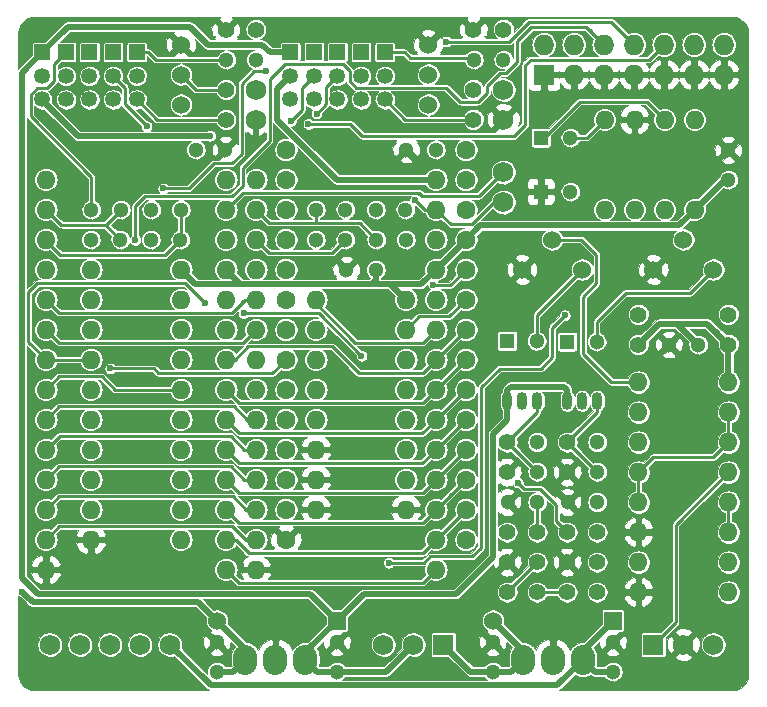
<source format=gtl>
G04 #@! TF.FileFunction,Copper,L1,Top,Signal*
%FSLAX46Y46*%
G04 Gerber Fmt 4.6, Leading zero omitted, Abs format (unit mm)*
G04 Created by KiCad (PCBNEW 4.0.0-rc2-stable) date 24.05.2016 13:18:51*
%MOMM*%
G01*
G04 APERTURE LIST*
%ADD10C,0.100000*%
%ADD11O,0.899160X1.501140*%
%ADD12C,1.524000*%
%ADD13C,1.727200*%
%ADD14R,1.727200X1.727200*%
%ADD15C,1.600000*%
%ADD16R,1.300000X1.300000*%
%ADD17C,1.300000*%
%ADD18O,1.727200X1.727200*%
%ADD19O,1.600000X1.600000*%
%ADD20O,2.032000X2.540000*%
%ADD21R,1.350000X1.350000*%
%ADD22C,1.350000*%
%ADD23C,1.397000*%
%ADD24R,1.524000X1.524000*%
%ADD25C,0.600000*%
%ADD26C,0.250000*%
%ADD27C,0.500000*%
%ADD28C,0.025400*%
G04 APERTURE END LIST*
D10*
D11*
X171132000Y-100012000D03*
X172402000Y-100012000D03*
X169862000Y-100012000D03*
X176212000Y-100012000D03*
X177482000Y-100012000D03*
X174942000Y-100012000D03*
D12*
X163195000Y-72390000D03*
X163195000Y-74930000D03*
X163195000Y-69850000D03*
X142240000Y-72390000D03*
X142240000Y-74930000D03*
X142240000Y-69850000D03*
D13*
X131128000Y-120650000D03*
X133668000Y-120650000D03*
X136208000Y-120650000D03*
X138748000Y-120650000D03*
X141288000Y-120650000D03*
D14*
X182245000Y-120650000D03*
D13*
X184785000Y-120650000D03*
X187325000Y-120650000D03*
D15*
X151130000Y-78740000D03*
X151130000Y-81280000D03*
X151130000Y-83820000D03*
X151130000Y-86360000D03*
X151130000Y-88900000D03*
X151130000Y-91440000D03*
X151130000Y-93980000D03*
X151130000Y-96520000D03*
X151130000Y-99060000D03*
X151130000Y-101600000D03*
X151130000Y-104140000D03*
X151130000Y-106680000D03*
X151130000Y-109220000D03*
X151130000Y-111760000D03*
X166370000Y-111760000D03*
X166370000Y-109220000D03*
X166370000Y-106680000D03*
X166370000Y-104140000D03*
X166370000Y-101600000D03*
X166370000Y-99060000D03*
X166370000Y-96520000D03*
X166370000Y-93980000D03*
X166370000Y-91440000D03*
X166370000Y-88900000D03*
X166370000Y-86360000D03*
X166370000Y-83820000D03*
X166370000Y-81280000D03*
X166370000Y-78740000D03*
D16*
X169862000Y-94932500D03*
D17*
X172362000Y-94932500D03*
D16*
X174942000Y-94996000D03*
D17*
X177442000Y-94996000D03*
D16*
X172720000Y-77724000D03*
D17*
X175220000Y-77724000D03*
D16*
X172720000Y-82296000D03*
D17*
X175220000Y-82296000D03*
D14*
X164465000Y-120650000D03*
D13*
X161925000Y-120650000D03*
X159385000Y-120650000D03*
D12*
X173672000Y-86360000D03*
X171132000Y-88900000D03*
X176212000Y-88900000D03*
X184785000Y-86360000D03*
X182245000Y-88900000D03*
X187325000Y-88900000D03*
D14*
X172974000Y-72390000D03*
D18*
X172974000Y-69850000D03*
X175514000Y-72390000D03*
X175514000Y-69850000D03*
X178054000Y-72390000D03*
X178054000Y-69850000D03*
X180594000Y-72390000D03*
X180594000Y-69850000D03*
X183134000Y-72390000D03*
X183134000Y-69850000D03*
X185674000Y-72390000D03*
X185674000Y-69850000D03*
X188214000Y-72390000D03*
X188214000Y-69850000D03*
D19*
X180975000Y-98425000D03*
X180975000Y-100965000D03*
X180975000Y-103505000D03*
X180975000Y-106045000D03*
X180975000Y-108585000D03*
X180975000Y-111125000D03*
X180975000Y-113665000D03*
X180975000Y-116205000D03*
X188595000Y-116205000D03*
X188595000Y-113665000D03*
X188595000Y-111125000D03*
X188595000Y-108585000D03*
X188595000Y-106045000D03*
X188595000Y-103505000D03*
X188595000Y-100965000D03*
X188595000Y-98425000D03*
X153670000Y-91440000D03*
X153670000Y-93980000D03*
X153670000Y-96520000D03*
X153670000Y-99060000D03*
X153670000Y-101600000D03*
X153670000Y-104140000D03*
X153670000Y-106680000D03*
X153670000Y-109220000D03*
X161290000Y-109220000D03*
X161290000Y-106680000D03*
X161290000Y-104140000D03*
X161290000Y-101600000D03*
X161290000Y-99060000D03*
X161290000Y-96520000D03*
X161290000Y-93980000D03*
X161290000Y-91440000D03*
X134620000Y-88900000D03*
X134620000Y-91440000D03*
X134620000Y-93980000D03*
X134620000Y-96520000D03*
X134620000Y-99060000D03*
X134620000Y-101600000D03*
X134620000Y-104140000D03*
X134620000Y-106680000D03*
X134620000Y-109220000D03*
X134620000Y-111760000D03*
X142240000Y-111760000D03*
X142240000Y-109220000D03*
X142240000Y-106680000D03*
X142240000Y-104140000D03*
X142240000Y-101600000D03*
X142240000Y-99060000D03*
X142240000Y-96520000D03*
X142240000Y-93980000D03*
X142240000Y-91440000D03*
X142240000Y-88900000D03*
X130810000Y-81280000D03*
X130810000Y-83820000D03*
X130810000Y-86360000D03*
X130810000Y-88900000D03*
X130810000Y-91440000D03*
X130810000Y-93980000D03*
X130810000Y-96520000D03*
X130810000Y-99060000D03*
X130810000Y-101600000D03*
X130810000Y-104140000D03*
X130810000Y-106680000D03*
X130810000Y-109220000D03*
X130810000Y-111760000D03*
X130810000Y-114300000D03*
X146050000Y-114300000D03*
X146050000Y-111760000D03*
X146050000Y-109220000D03*
X146050000Y-106680000D03*
X146050000Y-104140000D03*
X146050000Y-101600000D03*
X146050000Y-99060000D03*
X146050000Y-96520000D03*
X146050000Y-93980000D03*
X146050000Y-91440000D03*
X146050000Y-88900000D03*
X146050000Y-86360000D03*
X146050000Y-83820000D03*
X146050000Y-81280000D03*
X148590000Y-81280000D03*
X148590000Y-83820000D03*
X148590000Y-86360000D03*
X148590000Y-88900000D03*
X148590000Y-91440000D03*
X148590000Y-93980000D03*
X148590000Y-96520000D03*
X148590000Y-99060000D03*
X148590000Y-101600000D03*
X148590000Y-104140000D03*
X148590000Y-106680000D03*
X148590000Y-109220000D03*
X148590000Y-111760000D03*
X148590000Y-114300000D03*
X163830000Y-114300000D03*
X163830000Y-111760000D03*
X163830000Y-109220000D03*
X163830000Y-106680000D03*
X163830000Y-104140000D03*
X163830000Y-101600000D03*
X163830000Y-99060000D03*
X163830000Y-96520000D03*
X163830000Y-93980000D03*
X163830000Y-91440000D03*
X163830000Y-88900000D03*
X163830000Y-86360000D03*
X163830000Y-83820000D03*
X163830000Y-81280000D03*
X185738000Y-76200000D03*
X183198000Y-76200000D03*
X180658000Y-76200000D03*
X178118000Y-76200000D03*
X178118000Y-83820000D03*
X180658000Y-83820000D03*
X183198000Y-83820000D03*
X185738000Y-83820000D03*
D20*
X150241000Y-121920000D03*
X147701000Y-121920000D03*
X152781000Y-121920000D03*
X173736000Y-121920000D03*
X171196000Y-121920000D03*
X176276000Y-121920000D03*
D17*
X142240000Y-83820000D03*
X139740000Y-83820000D03*
X139700000Y-86360000D03*
X142200000Y-86360000D03*
X137160000Y-83820000D03*
X134660000Y-83820000D03*
X134620000Y-86360000D03*
X137120000Y-86360000D03*
X178816000Y-122936000D03*
X178816000Y-120436000D03*
X168656000Y-122936000D03*
X168656000Y-120436000D03*
X155448000Y-122936000D03*
X155448000Y-120436000D03*
X145288000Y-122936000D03*
X145288000Y-120436000D03*
X158750000Y-83820000D03*
X161250000Y-83820000D03*
X153670000Y-86360000D03*
X156170000Y-86360000D03*
X153670000Y-83820000D03*
X156170000Y-83820000D03*
X161290000Y-86360000D03*
X158790000Y-86360000D03*
X148590000Y-71120000D03*
X146090000Y-71120000D03*
X169545000Y-71120000D03*
X167045000Y-71120000D03*
X172402000Y-108585000D03*
X169902000Y-108585000D03*
X177482000Y-108585000D03*
X174982000Y-108585000D03*
X177482000Y-103505000D03*
X177482000Y-106005000D03*
X188595000Y-81280000D03*
X188595000Y-78780000D03*
X158750000Y-88900000D03*
X156250000Y-88900000D03*
X186055000Y-95250000D03*
X183555000Y-95250000D03*
X172402000Y-103505000D03*
X172402000Y-106005000D03*
D13*
X169545000Y-73660000D03*
X169545000Y-76200000D03*
X148590000Y-73660000D03*
X148590000Y-76200000D03*
X169545000Y-80645000D03*
X169545000Y-83185000D03*
D21*
X130500000Y-70500000D03*
D22*
X130500000Y-72500000D03*
X130500000Y-74500000D03*
D21*
X134500000Y-70500000D03*
D22*
X134500000Y-72500000D03*
X134500000Y-74500000D03*
D21*
X132500000Y-70500000D03*
D22*
X132500000Y-72500000D03*
X132500000Y-74500000D03*
D21*
X151500000Y-70500000D03*
D22*
X151500000Y-72500000D03*
X151500000Y-74500000D03*
D21*
X155500000Y-70500000D03*
D22*
X155500000Y-72500000D03*
X155500000Y-74500000D03*
D21*
X153500000Y-70500000D03*
D22*
X153500000Y-72500000D03*
X153500000Y-74500000D03*
D21*
X138500000Y-70500000D03*
D22*
X138500000Y-72500000D03*
X138500000Y-74500000D03*
D21*
X159500000Y-70500000D03*
D22*
X159500000Y-72500000D03*
X159500000Y-74500000D03*
D21*
X136500000Y-70500000D03*
D22*
X136500000Y-72500000D03*
X136500000Y-74500000D03*
D21*
X157500000Y-70500000D03*
D22*
X157500000Y-72500000D03*
X157500000Y-74500000D03*
D23*
X177482000Y-116205000D03*
X174942000Y-116205000D03*
X169862000Y-116205000D03*
X172402000Y-116205000D03*
X174942000Y-103505000D03*
X174942000Y-106045000D03*
X177482000Y-111125000D03*
X177482000Y-113665000D03*
X167005000Y-76200000D03*
X167005000Y-73660000D03*
X146050000Y-68580000D03*
X148590000Y-68580000D03*
X180975000Y-95250000D03*
X180975000Y-92710000D03*
X188595000Y-95250000D03*
X188595000Y-92710000D03*
X174942000Y-111125000D03*
X174942000Y-113665000D03*
X169862000Y-103505000D03*
X169862000Y-106045000D03*
X172402000Y-111125000D03*
X172402000Y-113665000D03*
X169862000Y-111125000D03*
X169862000Y-113665000D03*
X167005000Y-68580000D03*
X169545000Y-68580000D03*
X146050000Y-76200000D03*
X146050000Y-73660000D03*
D17*
X143510000Y-78740000D03*
X146010000Y-78740000D03*
X163830000Y-78740000D03*
X161330000Y-78740000D03*
D24*
X178816000Y-118618000D03*
D12*
X168656000Y-118618000D03*
D24*
X155448000Y-118618000D03*
D12*
X145288000Y-118618000D03*
D25*
X166370000Y-121158000D03*
X148412200Y-78359000D03*
X174383700Y-87669600D03*
X178308000Y-87630000D03*
X171399200Y-86055200D03*
X144703800Y-77571600D03*
X128829000Y-116180000D03*
X153728700Y-75694200D03*
X151549100Y-76314300D03*
X136254400Y-97271000D03*
X144259300Y-91694000D03*
X163601400Y-90170000D03*
X162071300Y-83020600D03*
X139344400Y-76758800D03*
X138359700Y-86387800D03*
X149438700Y-72130900D03*
X164697300Y-69595800D03*
X140741400Y-82029300D03*
X174752000Y-92773500D03*
X159855400Y-113723200D03*
X147542200Y-92591200D03*
X157528800Y-96201300D03*
X153035000Y-76581000D03*
X170759300Y-106942300D03*
D26*
X130810000Y-86360000D02*
X130810000Y-86461600D01*
X130810000Y-86461600D02*
X132029200Y-87680800D01*
X140879200Y-87680800D02*
X142200000Y-86360000D01*
X132029200Y-87680800D02*
X140879200Y-87680800D01*
X142240000Y-86320000D02*
X142200000Y-86360000D01*
X142240000Y-83820000D02*
X142240000Y-86320000D01*
X142200000Y-86360000D02*
X141244700Y-87315300D01*
X133705600Y-85110000D02*
X132100000Y-85110000D01*
X132100000Y-85110000D02*
X130810000Y-83820000D01*
X135870000Y-85110000D02*
X137160000Y-83820000D01*
X137120000Y-86360000D02*
X135870000Y-85110000D01*
X135870000Y-85110000D02*
X133705600Y-85110000D01*
X131519700Y-72491600D02*
X131519700Y-71480300D01*
X131519700Y-71480300D02*
X132500000Y-70500000D01*
X134660000Y-81085100D02*
X134660000Y-83820000D01*
X129511100Y-75936200D02*
X134660000Y-81085100D01*
X129511100Y-74080500D02*
X129511100Y-75936200D01*
X130091600Y-73500000D02*
X129511100Y-74080500D01*
X130938700Y-73500000D02*
X130091600Y-73500000D01*
X131519700Y-72919000D02*
X130938700Y-73500000D01*
X131519700Y-72491600D02*
X131519700Y-72919000D01*
D27*
X173799500Y-107378500D02*
X173799500Y-107402500D01*
X173799500Y-107378500D02*
X173799500Y-107187500D01*
X174942000Y-106045000D02*
X173799500Y-107187500D01*
X173799500Y-107402500D02*
X174982000Y-108585000D01*
X174982000Y-108585000D02*
X174982000Y-108561000D01*
X176217700Y-110680500D02*
X176217700Y-112389300D01*
X176217700Y-112389300D02*
X174942000Y-113665000D01*
X172847000Y-112465600D02*
X173742600Y-112465600D01*
X172847000Y-112465600D02*
X171061400Y-112465600D01*
X173742600Y-112465600D02*
X174942000Y-113665000D01*
X134620000Y-111760000D02*
X134620000Y-113422900D01*
X134620000Y-113422900D02*
X134620000Y-113347500D01*
X134620000Y-113347500D02*
X134620000Y-113422900D01*
X132917400Y-113422900D02*
X134620000Y-113422900D01*
X134620000Y-113422900D02*
X143815600Y-113422900D01*
X143815600Y-113422900D02*
X144168900Y-113069600D01*
X167386000Y-118554500D02*
X167386000Y-119166000D01*
X167386000Y-119166000D02*
X168656000Y-120436000D01*
X179093700Y-109243700D02*
X179093700Y-110474000D01*
X179093700Y-103441700D02*
X179093700Y-109243700D01*
X179093700Y-101069400D02*
X179093700Y-103441700D01*
X180468100Y-99695000D02*
X179093700Y-101069400D01*
X181454000Y-99695000D02*
X180468100Y-99695000D01*
X182372000Y-98777000D02*
X181454000Y-99695000D01*
X182372000Y-98234500D02*
X182372000Y-98777000D01*
X182372000Y-97282000D02*
X182372000Y-96433000D01*
X182372000Y-96433000D02*
X183555000Y-95250000D01*
X182372000Y-98234500D02*
X182372000Y-97282000D01*
X183555000Y-95250000D02*
X183555000Y-95273500D01*
X182372000Y-96456500D02*
X182372000Y-98234500D01*
X164465000Y-68580000D02*
X164909500Y-68580000D01*
X166179500Y-67754500D02*
X167005000Y-68580000D01*
X165735000Y-67754500D02*
X166179500Y-67754500D01*
X164909500Y-68580000D02*
X165735000Y-67754500D01*
X166370000Y-121158000D02*
X167934000Y-121158000D01*
X167934000Y-121158000D02*
X168656000Y-120436000D01*
X173736000Y-121920000D02*
X173736000Y-119888000D01*
X176112600Y-114835600D02*
X174942000Y-113665000D01*
X176112600Y-117511400D02*
X176112600Y-114835600D01*
X173736000Y-119888000D02*
X176112600Y-117511400D01*
X168656000Y-120436000D02*
X168656000Y-120396000D01*
X167386000Y-119126000D02*
X167386000Y-118554500D01*
X167386000Y-118554500D02*
X167386000Y-116141000D01*
X167386000Y-116141000D02*
X169862000Y-113665000D01*
X161330000Y-78740000D02*
X161330000Y-78830800D01*
X161330000Y-78830800D02*
X162509200Y-80010000D01*
X162509200Y-80010000D02*
X167919400Y-80010000D01*
X167919400Y-80010000D02*
X168783000Y-79146400D01*
X168783000Y-79146400D02*
X171602400Y-79146400D01*
X171602400Y-79146400D02*
X172720000Y-80264000D01*
X172720000Y-80264000D02*
X172720000Y-82296000D01*
X148590000Y-78181200D02*
X148590000Y-76200000D01*
X148412200Y-78359000D02*
X148590000Y-78181200D01*
X185674000Y-72390000D02*
X183134000Y-72390000D01*
X178054000Y-72390000D02*
X175514000Y-72390000D01*
X172974000Y-72390000D02*
X175514000Y-72390000D01*
X183134000Y-72390000D02*
X180594000Y-72390000D01*
X180594000Y-72390000D02*
X178054000Y-72390000D01*
X173228000Y-87669600D02*
X174383700Y-87669600D01*
X178347600Y-87669600D02*
X181014600Y-87669600D01*
X178308000Y-87630000D02*
X178347600Y-87669600D01*
X173228000Y-87669600D02*
X173013600Y-87669600D01*
X174383700Y-87669600D02*
X172362400Y-87669600D01*
X173013600Y-87669600D02*
X171399200Y-86055200D01*
X172362400Y-87669600D02*
X171132000Y-88900000D01*
X168592000Y-114935000D02*
X169862000Y-113665000D01*
X164465000Y-68580000D02*
X163195000Y-69850000D01*
X130810000Y-114300000D02*
X132040300Y-114300000D01*
X132040300Y-114300000D02*
X132917400Y-113422900D01*
X147359700Y-113790200D02*
X147359700Y-114300000D01*
X148590000Y-114300000D02*
X147359700Y-114300000D01*
X144168900Y-113069600D02*
X146639100Y-113069600D01*
X146639100Y-113069600D02*
X147359700Y-113790200D01*
X161290000Y-109220000D02*
X153670000Y-109220000D01*
X182245000Y-88900000D02*
X181014600Y-87669600D01*
X180975000Y-111125000D02*
X179744700Y-111125000D01*
X179070000Y-110450300D02*
X179744700Y-111125000D01*
X178603400Y-109983700D02*
X179070000Y-110450300D01*
X176217700Y-109983700D02*
X178603400Y-109983700D01*
X176217700Y-109820700D02*
X174982000Y-108585000D01*
X176217700Y-109983700D02*
X176217700Y-109820700D01*
X176217700Y-111445900D02*
X176217700Y-110680500D01*
X176217700Y-110680500D02*
X176217700Y-109983700D01*
X171061400Y-112465600D02*
X169862000Y-113665000D01*
X171061400Y-109744400D02*
X169902000Y-108585000D01*
X171061400Y-112465600D02*
X171061400Y-109744400D01*
X169902000Y-108585000D02*
X169862000Y-108545000D01*
X147701000Y-121920000D02*
X147701000Y-121031000D01*
X147701000Y-121031000D02*
X145288000Y-118618000D01*
X141986000Y-117043200D02*
X143713200Y-117043200D01*
X143713200Y-117043200D02*
X145288000Y-118618000D01*
X145288000Y-122936000D02*
X146685000Y-122936000D01*
X146685000Y-122936000D02*
X147701000Y-121920000D01*
X141732000Y-117043200D02*
X141986000Y-117043200D01*
X130500000Y-74500000D02*
X130500000Y-74569200D01*
X130500000Y-74569200D02*
X133502400Y-77571600D01*
X133502400Y-77571600D02*
X144703800Y-77571600D01*
X129692200Y-117043200D02*
X128829000Y-116180000D01*
X141732000Y-117043200D02*
X129692200Y-117043200D01*
X130500000Y-74500000D02*
X130507000Y-74500000D01*
X129407000Y-116758000D02*
X128829000Y-116180000D01*
D26*
X151269700Y-87471200D02*
X149701200Y-87471200D01*
X149701200Y-87471200D02*
X148590000Y-86360000D01*
X155058800Y-87471200D02*
X151269700Y-87471200D01*
X156170000Y-86360000D02*
X155058800Y-87471200D01*
X153670000Y-84935100D02*
X153670000Y-83820000D01*
X153670000Y-84935100D02*
X157365100Y-84935100D01*
X157365100Y-84935100D02*
X158790000Y-86360000D01*
X149705100Y-84935100D02*
X153670000Y-84935100D01*
X148590000Y-83820000D02*
X149705100Y-84935100D01*
X149705100Y-84935100D02*
X148590000Y-83820000D01*
X154519600Y-74903300D02*
X153728700Y-75694200D01*
X154519600Y-73480400D02*
X154519600Y-74903300D01*
X155500000Y-72500000D02*
X154519600Y-73480400D01*
X152488900Y-73511100D02*
X153500000Y-72500000D01*
X152488900Y-75374500D02*
X152488900Y-73511100D01*
X151549100Y-76314300D02*
X152488900Y-75374500D01*
X149989800Y-97660200D02*
X151130000Y-96520000D01*
X140343600Y-97660200D02*
X149989800Y-97660200D01*
X139954400Y-97271000D02*
X140343600Y-97660200D01*
X136254400Y-97271000D02*
X139954400Y-97271000D01*
X140741400Y-90058240D02*
X142613348Y-90058240D01*
X144249108Y-91694000D02*
X144259300Y-91694000D01*
X142613348Y-90058240D02*
X144249108Y-91694000D01*
X135280400Y-90058240D02*
X140741400Y-90058240D01*
X140741400Y-90058240D02*
X141163040Y-90058240D01*
X129333002Y-90813878D02*
X130088640Y-90058240D01*
X130088640Y-90058240D02*
X135280400Y-90058240D01*
X129333002Y-95016320D02*
X129333002Y-90813878D01*
X129333002Y-95016320D02*
X130810000Y-96493318D01*
X130810000Y-96520000D02*
X134620000Y-96520000D01*
X130810000Y-96520000D02*
X130810000Y-96493318D01*
X134620000Y-96520000D02*
X133514700Y-96520000D01*
X135128000Y-97941400D02*
X131928600Y-97941400D01*
X131928600Y-97941400D02*
X130810000Y-99060000D01*
X142240000Y-99060000D02*
X136652000Y-99060000D01*
X136652000Y-99060000D02*
X135533400Y-97941400D01*
X135128000Y-97941400D02*
X135533400Y-97941400D01*
X142240000Y-99060000D02*
X141134700Y-99060000D01*
D27*
X149288500Y-90131300D02*
X143471300Y-90131300D01*
X143471300Y-90131300D02*
X142240000Y-88900000D01*
X171729400Y-85166200D02*
X167563800Y-85166200D01*
X167563800Y-85166200D02*
X166370000Y-86360000D01*
X188595000Y-81280000D02*
X188278000Y-81280000D01*
X188278000Y-81280000D02*
X185738000Y-83820000D01*
X184391800Y-85166200D02*
X185738000Y-83820000D01*
X171729400Y-85166200D02*
X184391800Y-85166200D01*
X183388000Y-93472000D02*
X184277000Y-93472000D01*
X184277000Y-93472000D02*
X186055000Y-95250000D01*
X180975000Y-95250000D02*
X182753000Y-93472000D01*
X186817000Y-93472000D02*
X188595000Y-95250000D01*
X182753000Y-93472000D02*
X183388000Y-93472000D01*
X183388000Y-93472000D02*
X186817000Y-93472000D01*
X182121500Y-94103500D02*
X180975000Y-95250000D01*
X187448500Y-94103500D02*
X188595000Y-95250000D01*
X163830000Y-88900000D02*
X166370000Y-86360000D01*
X159981300Y-90131300D02*
X162598700Y-90131300D01*
X162598700Y-90131300D02*
X163830000Y-88900000D01*
X158750000Y-88900000D02*
X158750000Y-90131300D01*
X158750000Y-90131300D02*
X158534700Y-89916000D01*
X157518700Y-90131300D02*
X158496000Y-90131300D01*
X158496000Y-90131300D02*
X159981300Y-90131300D01*
X159981300Y-90131300D02*
X161290000Y-91440000D01*
X149809200Y-90131300D02*
X149288500Y-90131300D01*
X149288500Y-90131300D02*
X147281300Y-90131300D01*
X157518700Y-90131300D02*
X149809200Y-90131300D01*
X147281300Y-90131300D02*
X146050000Y-88900000D01*
X188595000Y-98425000D02*
X188595000Y-97194700D01*
X188595000Y-95250000D02*
X188595000Y-97194700D01*
X185929000Y-83820000D02*
X185738000Y-83820000D01*
D26*
X135890000Y-92551200D02*
X131921200Y-92551200D01*
X131921200Y-92551200D02*
X130810000Y-91440000D01*
X145567400Y-92551200D02*
X146538300Y-92551200D01*
X146538300Y-92551200D02*
X147649500Y-91440000D01*
X145567400Y-92551200D02*
X135890000Y-92551200D01*
X147484700Y-91604800D02*
X146538300Y-92551200D01*
X148590000Y-91440000D02*
X147649500Y-91440000D01*
X146189700Y-95085400D02*
X147484600Y-95085400D01*
X147484600Y-95085400D02*
X148590000Y-93980000D01*
X135382000Y-95085400D02*
X131915400Y-95085400D01*
X131915400Y-95085400D02*
X130810000Y-93980000D01*
X146177000Y-95085400D02*
X146189700Y-95085400D01*
X146189700Y-95085400D02*
X146517500Y-95085400D01*
X146177000Y-95085400D02*
X135382000Y-95085400D01*
X148590000Y-101600000D02*
X147828000Y-101600000D01*
X147828000Y-101600000D02*
X146716700Y-100488700D01*
X134620000Y-100488700D02*
X131921300Y-100488700D01*
X131921300Y-100488700D02*
X130810000Y-101600000D01*
X146716700Y-100488700D02*
X134620000Y-100488700D01*
X148590000Y-104140000D02*
X147624800Y-104140000D01*
X147624800Y-104140000D02*
X146470000Y-102985200D01*
X134874000Y-102985200D02*
X131964800Y-102985200D01*
X134874000Y-102985200D02*
X146470000Y-102985200D01*
X131964800Y-102985200D02*
X130810000Y-104140000D01*
X148590000Y-106680000D02*
X147622900Y-106680000D01*
X147622900Y-106680000D02*
X146511600Y-105568700D01*
X135534400Y-105568700D02*
X131921300Y-105568700D01*
X146511600Y-105568700D02*
X135534400Y-105568700D01*
X131921300Y-105568700D02*
X130810000Y-106680000D01*
X148590000Y-109220000D02*
X147733000Y-109220000D01*
X147733000Y-109220000D02*
X146621700Y-108108700D01*
X135839200Y-108108700D02*
X131921300Y-108108700D01*
X146621700Y-108108700D02*
X135839200Y-108108700D01*
X131921300Y-108108700D02*
X130810000Y-109220000D01*
X148590000Y-111760000D02*
X147713700Y-111760000D01*
X147713700Y-111760000D02*
X146598900Y-110645200D01*
X135280400Y-110645200D02*
X131924800Y-110645200D01*
X131924800Y-110645200D02*
X130810000Y-111760000D01*
X135280400Y-110645200D02*
X146598900Y-110645200D01*
X146050000Y-114300000D02*
X146050000Y-114808000D01*
X162722560Y-115407440D02*
X163830000Y-114300000D01*
X159994600Y-115417600D02*
X162712400Y-115417600D01*
X162712400Y-115417600D02*
X163830000Y-114300000D01*
X147167600Y-115417600D02*
X146050000Y-114300000D01*
X159994600Y-115417600D02*
X147167600Y-115417600D01*
X163830000Y-111760000D02*
X163855100Y-111760000D01*
X166370000Y-109245100D02*
X166370000Y-109220000D01*
X163855100Y-111760000D02*
X166370000Y-109245100D01*
X162728900Y-112886200D02*
X163855100Y-111760000D01*
X148002200Y-112886200D02*
X162728900Y-112886200D01*
X146876000Y-111760000D02*
X148002200Y-112886200D01*
X146050000Y-111760000D02*
X146876000Y-111760000D01*
X160274000Y-110325600D02*
X162724400Y-110325600D01*
X162724400Y-110325600D02*
X163830000Y-109220000D01*
X163830000Y-109220000D02*
X166370000Y-106680000D01*
X164935300Y-108114700D02*
X166370000Y-106680000D01*
X147155600Y-110325600D02*
X146050000Y-109220000D01*
X160274000Y-110325600D02*
X147155600Y-110325600D01*
X159766000Y-107791200D02*
X162718800Y-107791200D01*
X162718800Y-107791200D02*
X163830000Y-106680000D01*
X163830000Y-106680000D02*
X166370000Y-104140000D01*
X147161200Y-107791200D02*
X146050000Y-106680000D01*
X159766000Y-107791200D02*
X147161200Y-107791200D01*
X148704300Y-105274100D02*
X147184100Y-105274100D01*
X147184100Y-105274100D02*
X146050000Y-104140000D01*
X160274000Y-105274100D02*
X162695900Y-105274100D01*
X162695900Y-105274100D02*
X163830000Y-104140000D01*
X163830000Y-104140000D02*
X166370000Y-101600000D01*
X148704300Y-105274100D02*
X160274000Y-105274100D01*
X160274000Y-105274100D02*
X161819600Y-105274100D01*
X163277400Y-104140000D02*
X163830000Y-104140000D01*
X148805900Y-102734700D02*
X147184700Y-102734700D01*
X147184700Y-102734700D02*
X146050000Y-101600000D01*
X160274000Y-102734700D02*
X162695300Y-102734700D01*
X162695300Y-102734700D02*
X163830000Y-101600000D01*
X163830000Y-101600000D02*
X166370000Y-99060000D01*
X148805900Y-102734700D02*
X160274000Y-102734700D01*
X148882100Y-100171200D02*
X147161200Y-100171200D01*
X147161200Y-100171200D02*
X146050000Y-99060000D01*
X160528000Y-100171200D02*
X162718800Y-100171200D01*
X162718800Y-100171200D02*
X163830000Y-99060000D01*
X163830000Y-99060000D02*
X166370000Y-96520000D01*
X148882100Y-100171200D02*
X160528000Y-100171200D01*
X161074100Y-97648500D02*
X162701500Y-97648500D01*
X162701500Y-97648500D02*
X163830000Y-96520000D01*
X146050000Y-96520000D02*
X146812000Y-96520000D01*
X146812000Y-96520000D02*
X147925900Y-95406100D01*
X150037800Y-95406100D02*
X147925900Y-95406100D01*
X163830000Y-96520000D02*
X166370000Y-93980000D01*
X157286100Y-97648500D02*
X161074100Y-97648500D01*
X155043700Y-95406100D02*
X157286100Y-97648500D01*
X150037800Y-95406100D02*
X155043700Y-95406100D01*
X163918900Y-92874700D02*
X162395300Y-92874700D01*
X162395300Y-92874700D02*
X161290000Y-93980000D01*
X164935300Y-92874700D02*
X166370000Y-91440000D01*
X163918900Y-92874700D02*
X164935300Y-92874700D01*
X163669800Y-90238400D02*
X165031600Y-90238400D01*
X163601400Y-90170000D02*
X163669800Y-90238400D01*
X166370000Y-88900000D02*
X165031600Y-90238400D01*
X140100300Y-71120000D02*
X146090000Y-71120000D01*
X139480300Y-70500000D02*
X140100300Y-71120000D01*
X138500000Y-70500000D02*
X139480300Y-70500000D01*
X159500000Y-70500000D02*
X161178000Y-70500000D01*
X161671000Y-70993000D02*
X166918000Y-70993000D01*
X161178000Y-70500000D02*
X161671000Y-70993000D01*
X166918000Y-70993000D02*
X167045000Y-71120000D01*
X159500000Y-70500000D02*
X160480300Y-70500000D01*
X165125400Y-85064600D02*
X166880508Y-85064600D01*
X166880508Y-85064600D02*
X168760108Y-83185000D01*
X168760108Y-83185000D02*
X169545000Y-83185000D01*
X163830000Y-83820000D02*
X163880800Y-83820000D01*
X163880800Y-83820000D02*
X165125400Y-85064600D01*
X168760108Y-83185000D02*
X169545000Y-83185000D01*
X163830000Y-83820000D02*
X162870700Y-83820000D01*
X162870700Y-83820000D02*
X162071300Y-83020600D01*
X164382700Y-83820000D02*
X163830000Y-83820000D01*
X161353500Y-82385400D02*
X162395400Y-82385400D01*
X167449500Y-82677000D02*
X169481500Y-80645000D01*
X162687000Y-82677000D02*
X167449500Y-82677000D01*
X162395400Y-82385400D02*
X162687000Y-82677000D01*
X169481500Y-80645000D02*
X169545000Y-80645000D01*
X162382200Y-82473800D02*
X162293800Y-82385400D01*
X137500000Y-74914400D02*
X137500000Y-73500000D01*
X139344400Y-76758800D02*
X137500000Y-74914400D01*
X149479000Y-82385400D02*
X147484600Y-82385400D01*
X147484600Y-82385400D02*
X146050000Y-83820000D01*
X137500000Y-73500000D02*
X136500000Y-72500000D01*
X137500000Y-74924700D02*
X137500000Y-73500000D01*
X162293800Y-82385400D02*
X161353500Y-82385400D01*
X161353500Y-82385400D02*
X149479000Y-82385400D01*
X169862000Y-116205000D02*
X172402000Y-113665000D01*
X180975000Y-98425000D02*
X178689000Y-98425000D01*
X176149000Y-86360000D02*
X173672000Y-86360000D01*
X177419000Y-87630000D02*
X176149000Y-86360000D01*
X177419000Y-90043000D02*
X177419000Y-87630000D01*
X176276000Y-91186000D02*
X177419000Y-90043000D01*
X176276000Y-96012000D02*
X176276000Y-91186000D01*
X178689000Y-98425000D02*
X176276000Y-96012000D01*
X188595000Y-111125000D02*
X188595000Y-108585000D01*
X182245000Y-104775000D02*
X187325000Y-104775000D01*
X187325000Y-104775000D02*
X188595000Y-103505000D01*
X182245000Y-104775000D02*
X180975000Y-106045000D01*
X188595000Y-100965000D02*
X188595000Y-103505000D01*
X180975000Y-108585000D02*
X180975000Y-107479700D01*
X180975000Y-106045000D02*
X180975000Y-107479700D01*
X172402000Y-100012000D02*
X172402000Y-100965000D01*
X172402000Y-100965000D02*
X169862000Y-103505000D01*
X172362000Y-106005000D02*
X172402000Y-106005000D01*
X169862000Y-103505000D02*
X172362000Y-106005000D01*
X172720000Y-77724000D02*
X172974000Y-77724000D01*
X172974000Y-77724000D02*
X176022000Y-74676000D01*
X176022000Y-74676000D02*
X181674000Y-74676000D01*
X181674000Y-74676000D02*
X183198000Y-76200000D01*
X175220000Y-77724000D02*
X176594000Y-77724000D01*
X176594000Y-77724000D02*
X178118000Y-76200000D01*
X184130950Y-110509050D02*
X184130950Y-118764050D01*
X184130950Y-118764050D02*
X182245000Y-120650000D01*
X184130950Y-110509050D02*
X188595000Y-106045000D01*
D27*
X159004000Y-116363198D02*
X157702802Y-116363198D01*
X157702802Y-116363198D02*
X155448000Y-118618000D01*
X151892000Y-116363198D02*
X153193198Y-116363198D01*
X153193198Y-116363198D02*
X155448000Y-118618000D01*
X152781000Y-121920000D02*
X152781000Y-121285000D01*
X152781000Y-121285000D02*
X155448000Y-118618000D01*
X155448000Y-122936000D02*
X159639000Y-122936000D01*
X159639000Y-122936000D02*
X161925000Y-120650000D01*
X155448000Y-122936000D02*
X153797000Y-122936000D01*
X153797000Y-122936000D02*
X152781000Y-121920000D01*
X152781000Y-121920000D02*
X152781000Y-121031000D01*
X150876000Y-116363198D02*
X151892000Y-116363198D01*
X151892000Y-116363198D02*
X152908000Y-116363198D01*
X150241000Y-116363198D02*
X150876000Y-116363198D01*
X165526002Y-116363198D02*
X168667700Y-113221500D01*
X157988000Y-116363198D02*
X159004000Y-116363198D01*
X159004000Y-116363198D02*
X165526002Y-116363198D01*
X151500000Y-70500000D02*
X149748000Y-70500000D01*
X149748000Y-70500000D02*
X149098000Y-69850000D01*
X150583900Y-116363198D02*
X150241000Y-116363198D01*
X150241000Y-116363198D02*
X130104598Y-116363198D01*
X128778000Y-114046000D02*
X128778000Y-115036600D01*
X128778000Y-114046000D02*
X128778000Y-72222000D01*
X128778000Y-72222000D02*
X130500000Y-70500000D01*
X130104598Y-116363198D02*
X128778000Y-115036600D01*
X165811202Y-116077998D02*
X168667700Y-113221500D01*
X169862000Y-100012000D02*
X169862000Y-101664000D01*
X168667700Y-103124000D02*
X168667700Y-111239800D01*
X168667700Y-103124000D02*
X168667700Y-102858300D01*
X169862000Y-101664000D02*
X168667700Y-102858300D01*
X168667700Y-113221500D02*
X168667700Y-111239800D01*
X174942000Y-100012000D02*
X174942000Y-99059500D01*
X174688500Y-98806000D02*
X173736000Y-98806000D01*
X174942000Y-99059500D02*
X174688500Y-98806000D01*
X172466000Y-98806000D02*
X170180000Y-98806000D01*
X169862000Y-99124000D02*
X169862000Y-100012000D01*
X170180000Y-98806000D02*
X169862000Y-99124000D01*
X170434000Y-98806000D02*
X172466000Y-98806000D01*
X172466000Y-98806000D02*
X173736000Y-98806000D01*
X144526000Y-69850000D02*
X149098000Y-69850000D01*
X130500000Y-70500000D02*
X132674000Y-68326000D01*
X132674000Y-68326000D02*
X143002000Y-68326000D01*
X143002000Y-68326000D02*
X144526000Y-69850000D01*
X169862000Y-99981000D02*
X169862000Y-100012000D01*
X171196000Y-121920000D02*
X171196000Y-121158000D01*
X171196000Y-121158000D02*
X168656000Y-118618000D01*
X171196000Y-121920000D02*
X171196000Y-120904000D01*
X168656000Y-122936000D02*
X170180000Y-122936000D01*
X170180000Y-122936000D02*
X171196000Y-121920000D01*
X168656000Y-122936000D02*
X166751000Y-122936000D01*
X166751000Y-122936000D02*
X164465000Y-120650000D01*
D26*
X140200000Y-76200000D02*
X138500000Y-74500000D01*
X146050000Y-76200000D02*
X140200000Y-76200000D01*
X161200000Y-76200000D02*
X167005000Y-76200000D01*
X159500000Y-74500000D02*
X161200000Y-76200000D01*
X143510000Y-73660000D02*
X142240000Y-72390000D01*
X146050000Y-73660000D02*
X143510000Y-73660000D01*
X172402000Y-108585000D02*
X172402000Y-111125000D01*
X177482000Y-106005000D02*
X177442000Y-106005000D01*
X177442000Y-106005000D02*
X174942000Y-103505000D01*
X177482000Y-100012000D02*
X177482000Y-100965000D01*
X177482000Y-100965000D02*
X174942000Y-103505000D01*
X174942000Y-116205000D02*
X172402000Y-116205000D01*
D27*
X157988000Y-81280000D02*
X155448000Y-81280000D01*
X150384700Y-76216700D02*
X150384700Y-75596500D01*
X155448000Y-81280000D02*
X150384700Y-76216700D01*
X163830000Y-81280000D02*
X162599700Y-81280000D01*
X157988000Y-81280000D02*
X162599700Y-81280000D01*
X150384700Y-73615300D02*
X150384700Y-75596500D01*
X151500000Y-72500000D02*
X150384700Y-73615300D01*
X176276000Y-121920000D02*
X176276000Y-121158000D01*
X176276000Y-121158000D02*
X178816000Y-118618000D01*
X178816000Y-122936000D02*
X177292000Y-122936000D01*
X177292000Y-122936000D02*
X176276000Y-121920000D01*
X176276000Y-121920000D02*
X176276000Y-120904000D01*
X141288000Y-120650000D02*
X141351000Y-120650000D01*
X141351000Y-120650000D02*
X144780000Y-124079000D01*
X144780000Y-124079000D02*
X174117000Y-124079000D01*
X174117000Y-124079000D02*
X176276000Y-121920000D01*
D26*
X138359700Y-84836000D02*
X138359700Y-83534700D01*
X138359700Y-83534700D02*
X139192000Y-82702400D01*
X147472400Y-80264000D02*
X149759000Y-77977400D01*
X147472400Y-81789486D02*
X147472400Y-80264000D01*
X146559486Y-82702400D02*
X147472400Y-81789486D01*
X139192000Y-82702400D02*
X146559486Y-82702400D01*
X149759000Y-77977400D02*
X149759000Y-76733900D01*
X170688000Y-71346500D02*
X170688000Y-70866000D01*
X161925000Y-73500000D02*
X164686000Y-73500000D01*
X164686000Y-73500000D02*
X165879500Y-74693500D01*
X149759000Y-76733900D02*
X149759000Y-72806100D01*
X149759000Y-72806100D02*
X151065100Y-71500000D01*
X151065100Y-71500000D02*
X155949600Y-71500000D01*
X155949600Y-71500000D02*
X156519600Y-72070000D01*
X156519600Y-72070000D02*
X156519600Y-72963800D01*
X156519600Y-72963800D02*
X157055800Y-73500000D01*
X157055800Y-73500000D02*
X161925000Y-73500000D01*
X169751300Y-72283200D02*
X170688000Y-71346500D01*
X169222500Y-72283200D02*
X169751300Y-72283200D01*
X168176900Y-73328800D02*
X169222500Y-72283200D01*
X168176900Y-73914500D02*
X168176900Y-73328800D01*
X167397900Y-74693500D02*
X168176900Y-73914500D01*
X165879500Y-74693500D02*
X167397900Y-74693500D01*
X138359700Y-86387800D02*
X138359700Y-84836000D01*
X170688000Y-70358000D02*
X170688000Y-69569114D01*
X170688000Y-70866000D02*
X170688000Y-70358000D01*
X170688000Y-69569114D02*
X171882112Y-68375002D01*
X171882112Y-68375002D02*
X176579002Y-68375002D01*
X176579002Y-68375002D02*
X178054000Y-69850000D01*
X170688000Y-70176014D02*
X170688000Y-70866000D01*
X176838200Y-68634200D02*
X178054000Y-69850000D01*
X141478000Y-82029300D02*
X142913100Y-82029300D01*
X147379000Y-79087400D02*
X147379000Y-76903000D01*
X146558000Y-79908400D02*
X147379000Y-79087400D01*
X145034000Y-79908400D02*
X146558000Y-79908400D01*
X142913100Y-82029300D02*
X145034000Y-79908400D01*
X141325600Y-82029300D02*
X141478000Y-82029300D01*
X141478000Y-82029300D02*
X141732400Y-82029300D01*
X147379000Y-76903000D02*
X147379000Y-76382700D01*
X169418000Y-69595800D02*
X170053200Y-69595800D01*
X169418000Y-69595800D02*
X164697300Y-69595800D01*
X147379000Y-73177200D02*
X147379000Y-75958700D01*
X148425300Y-72130900D02*
X147379000Y-73177200D01*
X149438700Y-72130900D02*
X148425300Y-72130900D01*
X147379000Y-75958700D02*
X147379000Y-76382700D01*
X140741400Y-82029300D02*
X141325600Y-82029300D01*
X170053200Y-69595800D02*
X171704000Y-67945000D01*
X178689000Y-67945000D02*
X180594000Y-69850000D01*
X171704000Y-67945000D02*
X178689000Y-67945000D01*
X170053200Y-69595800D02*
X171445200Y-68203800D01*
X178947800Y-68203800D02*
X180594000Y-69850000D01*
X172362000Y-92750000D02*
X172362000Y-94932500D01*
X176212000Y-88900000D02*
X172362000Y-92750000D01*
X177442000Y-94996000D02*
X177442000Y-93322000D01*
X185356500Y-90868500D02*
X187325000Y-88900000D01*
X179895500Y-90868500D02*
X185356500Y-90868500D01*
X177442000Y-93322000D02*
X179895500Y-90868500D01*
X172402500Y-97282000D02*
X172720000Y-97282000D01*
X172720000Y-97282000D02*
X173672500Y-96329500D01*
X173672500Y-93853000D02*
X174752000Y-92773500D01*
X173672500Y-96329500D02*
X173672500Y-93853000D01*
X169227500Y-97282000D02*
X172402500Y-97282000D01*
X167640000Y-98869500D02*
X169227500Y-97282000D01*
X167640000Y-100838000D02*
X167640000Y-98869500D01*
X166776400Y-113182400D02*
X166928800Y-113182400D01*
X166928800Y-113182400D02*
X167640000Y-112471200D01*
X165354000Y-113182400D02*
X166776400Y-113182400D01*
X167640000Y-112471200D02*
X167640000Y-110439200D01*
X161353500Y-113723200D02*
X162819300Y-113723200D01*
X163360100Y-113182400D02*
X165354000Y-113182400D01*
X165354000Y-113182400D02*
X166725600Y-113182400D01*
X162819300Y-113723200D02*
X163360100Y-113182400D01*
X167640000Y-110439200D02*
X167640000Y-100838000D01*
X167640000Y-112268000D02*
X167640000Y-110439200D01*
X162500600Y-113723200D02*
X161353500Y-113723200D01*
X161353500Y-113723200D02*
X159855400Y-113723200D01*
X153918700Y-92591200D02*
X157528800Y-96201300D01*
X147542200Y-92591200D02*
X153918700Y-92591200D01*
X159105600Y-95088000D02*
X157023614Y-95088000D01*
X157023614Y-95088000D02*
X153670000Y-91734386D01*
X153670000Y-91734386D02*
X153670000Y-91440000D01*
X159588200Y-95088000D02*
X159105600Y-95088000D01*
X159105600Y-95088000D02*
X157318000Y-95088000D01*
X162722000Y-95088000D02*
X159588200Y-95088000D01*
X163830000Y-93980000D02*
X162722000Y-95088000D01*
X171386500Y-71577200D02*
X171843700Y-71120000D01*
X171843700Y-71120000D02*
X181864000Y-71120000D01*
X181864000Y-71120000D02*
X183134000Y-69850000D01*
X171386500Y-72669400D02*
X171386500Y-71577200D01*
X171386500Y-76644500D02*
X171386500Y-72669400D01*
X155956000Y-76581000D02*
X156591000Y-76581000D01*
X170434000Y-77597000D02*
X171386500Y-76644500D01*
X157607000Y-77597000D02*
X170434000Y-77597000D01*
X156591000Y-76581000D02*
X157607000Y-77597000D01*
X155956000Y-76581000D02*
X153035000Y-76581000D01*
X171264300Y-107447300D02*
X170759300Y-106942300D01*
X172676000Y-107447300D02*
X171264300Y-107447300D01*
X174026600Y-108797900D02*
X172676000Y-107447300D01*
X174026600Y-110209600D02*
X174026600Y-108797900D01*
X174942000Y-111125000D02*
X174026600Y-110209600D01*
D28*
G36*
X145465432Y-67654182D02*
X146050000Y-68238750D01*
X146634568Y-67654182D01*
X146583668Y-67524700D01*
X166471332Y-67524700D01*
X166420432Y-67654182D01*
X167005000Y-68238750D01*
X167589568Y-67654182D01*
X167538668Y-67524700D01*
X188965503Y-67524700D01*
X189230112Y-67550645D01*
X189474541Y-67624443D01*
X189699984Y-67744312D01*
X189897850Y-67905687D01*
X190060605Y-68102424D01*
X190182046Y-68327026D01*
X190257549Y-68570934D01*
X190285300Y-68834966D01*
X190285300Y-123179504D01*
X190259355Y-123444110D01*
X190185557Y-123688541D01*
X190065688Y-123913983D01*
X189904308Y-124111854D01*
X189707572Y-124274607D01*
X189482974Y-124396046D01*
X189239066Y-124471549D01*
X188975034Y-124499300D01*
X174249533Y-124499300D01*
X174281404Y-124490040D01*
X174283465Y-124488972D01*
X174285700Y-124488297D01*
X174321838Y-124469082D01*
X174358111Y-124450280D01*
X174359933Y-124448826D01*
X174361986Y-124447734D01*
X174393679Y-124421886D01*
X174425635Y-124396376D01*
X174428871Y-124393185D01*
X174428942Y-124393127D01*
X174428997Y-124393061D01*
X174430036Y-124392036D01*
X175625309Y-123196763D01*
X175807610Y-123295333D01*
X176032957Y-123365090D01*
X176267562Y-123389748D01*
X176502488Y-123368368D01*
X176728787Y-123301764D01*
X176927702Y-123197774D01*
X176978964Y-123249036D01*
X177010547Y-123274979D01*
X177041889Y-123301278D01*
X177043930Y-123302400D01*
X177045728Y-123303877D01*
X177081810Y-123323224D01*
X177117602Y-123342901D01*
X177119815Y-123343603D01*
X177121872Y-123344706D01*
X177161023Y-123356675D01*
X177199957Y-123369026D01*
X177202271Y-123369286D01*
X177204497Y-123369966D01*
X177245196Y-123374100D01*
X177285819Y-123378657D01*
X177290363Y-123378689D01*
X177290455Y-123378698D01*
X177290541Y-123378690D01*
X177292000Y-123378700D01*
X178098720Y-123378700D01*
X178152386Y-123461974D01*
X178267187Y-123580853D01*
X178402892Y-123675170D01*
X178554332Y-123741333D01*
X178715738Y-123776820D01*
X178880964Y-123780281D01*
X179043715Y-123751584D01*
X179197793Y-123691821D01*
X179337328Y-123603269D01*
X179457006Y-123489302D01*
X179552268Y-123354259D01*
X179619486Y-123203284D01*
X179656100Y-123042129D01*
X179658736Y-122853369D01*
X179626636Y-122691255D01*
X179563660Y-122538462D01*
X179472205Y-122400812D01*
X179355756Y-122283547D01*
X179218748Y-122191134D01*
X179066399Y-122127092D01*
X178904512Y-122093862D01*
X178739254Y-122092708D01*
X178576920Y-122123675D01*
X178423692Y-122185583D01*
X178285406Y-122276075D01*
X178167331Y-122391702D01*
X178097766Y-122493300D01*
X177475372Y-122493300D01*
X177447730Y-122465658D01*
X177458287Y-122432380D01*
X177484582Y-122197953D01*
X177484700Y-122181077D01*
X177484700Y-121658923D01*
X177461680Y-121424152D01*
X177432182Y-121326447D01*
X178266803Y-121326447D01*
X178334469Y-121509295D01*
X178553111Y-121582614D01*
X178781855Y-121611869D01*
X179011912Y-121595937D01*
X179234440Y-121535428D01*
X179297531Y-121509295D01*
X179365197Y-121326447D01*
X178816000Y-120777250D01*
X178266803Y-121326447D01*
X177432182Y-121326447D01*
X177393499Y-121198323D01*
X177282752Y-120990039D01*
X177187196Y-120872876D01*
X177641302Y-120418770D01*
X177656063Y-120631912D01*
X177716572Y-120854440D01*
X177742705Y-120917531D01*
X177925553Y-120985197D01*
X178474750Y-120436000D01*
X179157250Y-120436000D01*
X179706447Y-120985197D01*
X179889295Y-120917531D01*
X179962614Y-120698889D01*
X179991869Y-120470145D01*
X179975937Y-120240088D01*
X179915428Y-120017560D01*
X179889295Y-119954469D01*
X179706447Y-119886803D01*
X179157250Y-120436000D01*
X178474750Y-120436000D01*
X178460608Y-120421858D01*
X178801858Y-120080608D01*
X178816000Y-120094750D01*
X179124350Y-119786400D01*
X181187768Y-119786400D01*
X181187768Y-121513600D01*
X181190215Y-121544287D01*
X181206333Y-121596335D01*
X181236314Y-121641832D01*
X181277782Y-121677175D01*
X181327455Y-121699566D01*
X181381400Y-121707232D01*
X183108600Y-121707232D01*
X183139287Y-121704785D01*
X183168682Y-121695682D01*
X184080568Y-121695682D01*
X184175003Y-121900112D01*
X184430609Y-121995096D01*
X184699833Y-122038389D01*
X184972331Y-122028326D01*
X185237630Y-121965296D01*
X185394997Y-121900112D01*
X185489432Y-121695682D01*
X184785000Y-120991250D01*
X184080568Y-121695682D01*
X183168682Y-121695682D01*
X183191335Y-121688667D01*
X183236832Y-121658686D01*
X183272175Y-121617218D01*
X183294566Y-121567545D01*
X183302232Y-121513600D01*
X183302232Y-120564833D01*
X183396611Y-120564833D01*
X183406674Y-120837331D01*
X183469704Y-121102630D01*
X183534888Y-121259997D01*
X183739318Y-121354432D01*
X184443750Y-120650000D01*
X185126250Y-120650000D01*
X185830682Y-121354432D01*
X186035112Y-121259997D01*
X186130096Y-121004391D01*
X186172802Y-120738817D01*
X186267312Y-120738817D01*
X186304706Y-120942565D01*
X186380964Y-121135169D01*
X186493179Y-121309293D01*
X186637078Y-121458305D01*
X186807180Y-121576529D01*
X186997006Y-121659462D01*
X187199325Y-121703945D01*
X187406430Y-121708283D01*
X187610434Y-121672311D01*
X187803566Y-121597400D01*
X187978470Y-121486403D01*
X188128483Y-121343548D01*
X188247891Y-121174275D01*
X188332147Y-120985033D01*
X188378041Y-120783030D01*
X188381345Y-120546424D01*
X188341109Y-120343218D01*
X188262170Y-120151698D01*
X188147535Y-119979157D01*
X188001569Y-119832169D01*
X187829833Y-119716331D01*
X187638868Y-119636057D01*
X187435948Y-119594404D01*
X187228802Y-119592957D01*
X187025320Y-119631774D01*
X186833252Y-119709374D01*
X186659916Y-119822802D01*
X186511912Y-119967738D01*
X186394878Y-120138661D01*
X186313273Y-120329061D01*
X186270204Y-120531686D01*
X186267312Y-120738817D01*
X186172802Y-120738817D01*
X186173389Y-120735167D01*
X186163326Y-120462669D01*
X186100296Y-120197370D01*
X186035112Y-120040003D01*
X185830682Y-119945568D01*
X185126250Y-120650000D01*
X184443750Y-120650000D01*
X183739318Y-119945568D01*
X183534888Y-120040003D01*
X183439904Y-120295609D01*
X183396611Y-120564833D01*
X183302232Y-120564833D01*
X183302232Y-120042064D01*
X183739978Y-119604318D01*
X184080568Y-119604318D01*
X184785000Y-120308750D01*
X185489432Y-119604318D01*
X185394997Y-119399888D01*
X185139391Y-119304904D01*
X184870167Y-119261611D01*
X184597669Y-119271674D01*
X184332370Y-119334704D01*
X184175003Y-119399888D01*
X184080568Y-119604318D01*
X183739978Y-119604318D01*
X184355598Y-118988698D01*
X184374204Y-118966046D01*
X184393089Y-118943540D01*
X184393896Y-118942071D01*
X184394953Y-118940785D01*
X184408812Y-118914939D01*
X184422959Y-118889205D01*
X184423463Y-118887616D01*
X184424254Y-118886141D01*
X184432846Y-118858036D01*
X184441707Y-118830104D01*
X184441893Y-118828445D01*
X184442382Y-118826846D01*
X184445349Y-118797638D01*
X184448619Y-118768486D01*
X184448642Y-118765220D01*
X184448648Y-118765159D01*
X184448643Y-118765102D01*
X184448650Y-118764050D01*
X184448650Y-116198070D01*
X187597521Y-116198070D01*
X187615080Y-116391013D01*
X187669782Y-116576872D01*
X187759541Y-116748566D01*
X187880940Y-116899556D01*
X188029354Y-117024090D01*
X188199131Y-117117426D01*
X188383803Y-117176007D01*
X188576337Y-117197603D01*
X188590197Y-117197700D01*
X188599803Y-117197700D01*
X188792619Y-117178794D01*
X188978092Y-117122797D01*
X189149155Y-117031841D01*
X189299293Y-116909391D01*
X189422789Y-116760111D01*
X189514937Y-116589687D01*
X189572227Y-116404610D01*
X189592479Y-116211930D01*
X189574920Y-116018987D01*
X189520218Y-115833128D01*
X189430459Y-115661434D01*
X189309060Y-115510444D01*
X189160646Y-115385910D01*
X188990869Y-115292574D01*
X188806197Y-115233993D01*
X188613663Y-115212397D01*
X188599803Y-115212300D01*
X188590197Y-115212300D01*
X188397381Y-115231206D01*
X188211908Y-115287203D01*
X188040845Y-115378159D01*
X187890707Y-115500609D01*
X187767211Y-115649889D01*
X187675063Y-115820313D01*
X187617773Y-116005390D01*
X187597521Y-116198070D01*
X184448650Y-116198070D01*
X184448650Y-113658070D01*
X187597521Y-113658070D01*
X187615080Y-113851013D01*
X187669782Y-114036872D01*
X187759541Y-114208566D01*
X187880940Y-114359556D01*
X188029354Y-114484090D01*
X188199131Y-114577426D01*
X188383803Y-114636007D01*
X188576337Y-114657603D01*
X188590197Y-114657700D01*
X188599803Y-114657700D01*
X188792619Y-114638794D01*
X188978092Y-114582797D01*
X189149155Y-114491841D01*
X189299293Y-114369391D01*
X189422789Y-114220111D01*
X189514937Y-114049687D01*
X189572227Y-113864610D01*
X189592479Y-113671930D01*
X189574920Y-113478987D01*
X189520218Y-113293128D01*
X189430459Y-113121434D01*
X189309060Y-112970444D01*
X189160646Y-112845910D01*
X188990869Y-112752574D01*
X188806197Y-112693993D01*
X188613663Y-112672397D01*
X188599803Y-112672300D01*
X188590197Y-112672300D01*
X188397381Y-112691206D01*
X188211908Y-112747203D01*
X188040845Y-112838159D01*
X187890707Y-112960609D01*
X187767211Y-113109889D01*
X187675063Y-113280313D01*
X187617773Y-113465390D01*
X187597521Y-113658070D01*
X184448650Y-113658070D01*
X184448650Y-110640646D01*
X186511226Y-108578070D01*
X187597521Y-108578070D01*
X187615080Y-108771013D01*
X187669782Y-108956872D01*
X187759541Y-109128566D01*
X187880940Y-109279556D01*
X188029354Y-109404090D01*
X188199131Y-109497426D01*
X188277300Y-109522222D01*
X188277300Y-110187460D01*
X188211908Y-110207203D01*
X188040845Y-110298159D01*
X187890707Y-110420609D01*
X187767211Y-110569889D01*
X187675063Y-110740313D01*
X187617773Y-110925390D01*
X187597521Y-111118070D01*
X187615080Y-111311013D01*
X187669782Y-111496872D01*
X187759541Y-111668566D01*
X187880940Y-111819556D01*
X188029354Y-111944090D01*
X188199131Y-112037426D01*
X188383803Y-112096007D01*
X188576337Y-112117603D01*
X188590197Y-112117700D01*
X188599803Y-112117700D01*
X188792619Y-112098794D01*
X188978092Y-112042797D01*
X189149155Y-111951841D01*
X189299293Y-111829391D01*
X189422789Y-111680111D01*
X189514937Y-111509687D01*
X189572227Y-111324610D01*
X189592479Y-111131930D01*
X189574920Y-110938987D01*
X189520218Y-110753128D01*
X189430459Y-110581434D01*
X189309060Y-110430444D01*
X189160646Y-110305910D01*
X188990869Y-110212574D01*
X188912700Y-110187778D01*
X188912700Y-109522540D01*
X188978092Y-109502797D01*
X189149155Y-109411841D01*
X189299293Y-109289391D01*
X189422789Y-109140111D01*
X189514937Y-108969687D01*
X189572227Y-108784610D01*
X189592479Y-108591930D01*
X189574920Y-108398987D01*
X189520218Y-108213128D01*
X189430459Y-108041434D01*
X189309060Y-107890444D01*
X189160646Y-107765910D01*
X188990869Y-107672574D01*
X188806197Y-107613993D01*
X188613663Y-107592397D01*
X188599803Y-107592300D01*
X188590197Y-107592300D01*
X188397381Y-107611206D01*
X188211908Y-107667203D01*
X188040845Y-107758159D01*
X187890707Y-107880609D01*
X187767211Y-108029889D01*
X187675063Y-108200313D01*
X187617773Y-108385390D01*
X187597521Y-108578070D01*
X186511226Y-108578070D01*
X188155730Y-106933566D01*
X188199131Y-106957426D01*
X188383803Y-107016007D01*
X188576337Y-107037603D01*
X188590197Y-107037700D01*
X188599803Y-107037700D01*
X188792619Y-107018794D01*
X188978092Y-106962797D01*
X189149155Y-106871841D01*
X189299293Y-106749391D01*
X189422789Y-106600111D01*
X189514937Y-106429687D01*
X189572227Y-106244610D01*
X189592479Y-106051930D01*
X189574920Y-105858987D01*
X189520218Y-105673128D01*
X189430459Y-105501434D01*
X189309060Y-105350444D01*
X189160646Y-105225910D01*
X188990869Y-105132574D01*
X188806197Y-105073993D01*
X188613663Y-105052397D01*
X188599803Y-105052300D01*
X188590197Y-105052300D01*
X188397381Y-105071206D01*
X188211908Y-105127203D01*
X188040845Y-105218159D01*
X187890707Y-105340609D01*
X187767211Y-105489889D01*
X187675063Y-105660313D01*
X187617773Y-105845390D01*
X187597521Y-106038070D01*
X187615080Y-106231013D01*
X187669782Y-106416872D01*
X187705503Y-106485201D01*
X183906302Y-110284402D01*
X183887696Y-110307054D01*
X183868811Y-110329560D01*
X183868004Y-110331029D01*
X183866947Y-110332315D01*
X183853098Y-110358142D01*
X183838941Y-110383895D01*
X183838436Y-110385486D01*
X183837646Y-110386960D01*
X183829058Y-110415050D01*
X183820193Y-110442996D01*
X183820007Y-110444655D01*
X183819518Y-110446254D01*
X183816551Y-110475462D01*
X183813281Y-110504614D01*
X183813258Y-110507880D01*
X183813252Y-110507941D01*
X183813257Y-110507998D01*
X183813250Y-110509050D01*
X183813250Y-118632454D01*
X182852936Y-119592768D01*
X181381400Y-119592768D01*
X181350713Y-119595215D01*
X181298665Y-119611333D01*
X181253168Y-119641314D01*
X181217825Y-119682782D01*
X181195434Y-119732455D01*
X181187768Y-119786400D01*
X179124350Y-119786400D01*
X179337118Y-119573632D01*
X179578000Y-119573632D01*
X179608687Y-119571185D01*
X179660735Y-119555067D01*
X179706232Y-119525086D01*
X179741575Y-119483618D01*
X179763966Y-119433945D01*
X179771632Y-119380000D01*
X179771632Y-117856000D01*
X179769185Y-117825313D01*
X179753067Y-117773265D01*
X179723086Y-117727768D01*
X179681618Y-117692425D01*
X179631945Y-117670034D01*
X179578000Y-117662368D01*
X178054000Y-117662368D01*
X178023313Y-117664815D01*
X177971265Y-117680933D01*
X177925768Y-117710914D01*
X177890425Y-117752382D01*
X177868034Y-117802055D01*
X177860368Y-117856000D01*
X177860368Y-118947560D01*
X176350710Y-120457218D01*
X176284438Y-120450252D01*
X176049512Y-120471632D01*
X175823213Y-120538236D01*
X175614160Y-120647526D01*
X175430317Y-120795340D01*
X175278685Y-120976047D01*
X175183795Y-121148651D01*
X175183049Y-121145692D01*
X175053737Y-120873384D01*
X174873785Y-120631536D01*
X174650109Y-120429442D01*
X174391304Y-120274868D01*
X174211740Y-120204795D01*
X173977300Y-120280328D01*
X173977300Y-121678700D01*
X173997300Y-121678700D01*
X173997300Y-122161300D01*
X173977300Y-122161300D01*
X173977300Y-122181300D01*
X173494700Y-122181300D01*
X173494700Y-122161300D01*
X173474700Y-122161300D01*
X173474700Y-121678700D01*
X173494700Y-121678700D01*
X173494700Y-120280328D01*
X173260260Y-120204795D01*
X173080696Y-120274868D01*
X172821891Y-120429442D01*
X172598215Y-120631536D01*
X172418263Y-120873384D01*
X172288951Y-121145692D01*
X172287846Y-121150076D01*
X172202752Y-120990039D01*
X172053658Y-120807232D01*
X171871896Y-120656865D01*
X171664390Y-120544667D01*
X171439043Y-120474910D01*
X171204438Y-120450252D01*
X171121841Y-120457769D01*
X169569719Y-118905647D01*
X169607754Y-118738235D01*
X169610741Y-118524387D01*
X169574375Y-118340726D01*
X169503028Y-118167627D01*
X169399419Y-118011682D01*
X169267493Y-117878832D01*
X169112275Y-117774136D01*
X168939678Y-117701583D01*
X168756276Y-117663936D01*
X168569054Y-117662629D01*
X168385144Y-117697712D01*
X168211551Y-117767848D01*
X168054887Y-117870366D01*
X167921119Y-118001362D01*
X167815342Y-118155845D01*
X167741586Y-118327931D01*
X167702660Y-118511066D01*
X167700045Y-118698274D01*
X167733843Y-118882424D01*
X167802766Y-119056503D01*
X167904188Y-119213879D01*
X168034246Y-119348558D01*
X168149946Y-119428972D01*
X168106803Y-119545553D01*
X168656000Y-120094750D01*
X168670142Y-120080608D01*
X169011392Y-120421858D01*
X168997250Y-120436000D01*
X169546447Y-120985197D01*
X169729295Y-120917531D01*
X169802614Y-120698889D01*
X169831869Y-120470145D01*
X169828134Y-120416206D01*
X170285050Y-120873122D01*
X170198685Y-120976047D01*
X170085041Y-121182765D01*
X170013713Y-121407620D01*
X169987418Y-121642047D01*
X169987300Y-121658923D01*
X169987300Y-122181077D01*
X170010320Y-122415848D01*
X170025106Y-122464822D01*
X169996628Y-122493300D01*
X169373654Y-122493300D01*
X169312205Y-122400812D01*
X169195756Y-122283547D01*
X169058748Y-122191134D01*
X168906399Y-122127092D01*
X168744512Y-122093862D01*
X168579254Y-122092708D01*
X168416920Y-122123675D01*
X168263692Y-122185583D01*
X168125406Y-122276075D01*
X168007331Y-122391702D01*
X167937766Y-122493300D01*
X166934372Y-122493300D01*
X165767519Y-121326447D01*
X168106803Y-121326447D01*
X168174469Y-121509295D01*
X168393111Y-121582614D01*
X168621855Y-121611869D01*
X168851912Y-121595937D01*
X169074440Y-121535428D01*
X169137531Y-121509295D01*
X169205197Y-121326447D01*
X168656000Y-120777250D01*
X168106803Y-121326447D01*
X165767519Y-121326447D01*
X165522232Y-121081160D01*
X165522232Y-120401855D01*
X167480131Y-120401855D01*
X167496063Y-120631912D01*
X167556572Y-120854440D01*
X167582705Y-120917531D01*
X167765553Y-120985197D01*
X168314750Y-120436000D01*
X167765553Y-119886803D01*
X167582705Y-119954469D01*
X167509386Y-120173111D01*
X167480131Y-120401855D01*
X165522232Y-120401855D01*
X165522232Y-119786400D01*
X165519785Y-119755713D01*
X165503667Y-119703665D01*
X165473686Y-119658168D01*
X165432218Y-119622825D01*
X165382545Y-119600434D01*
X165328600Y-119592768D01*
X163601400Y-119592768D01*
X163570713Y-119595215D01*
X163518665Y-119611333D01*
X163473168Y-119641314D01*
X163437825Y-119682782D01*
X163415434Y-119732455D01*
X163407768Y-119786400D01*
X163407768Y-121513600D01*
X163410215Y-121544287D01*
X163426333Y-121596335D01*
X163456314Y-121641832D01*
X163497782Y-121677175D01*
X163547455Y-121699566D01*
X163601400Y-121707232D01*
X164896160Y-121707232D01*
X166437964Y-123249036D01*
X166469547Y-123274979D01*
X166500889Y-123301278D01*
X166502930Y-123302400D01*
X166504728Y-123303877D01*
X166540775Y-123323205D01*
X166576602Y-123342901D01*
X166578819Y-123343604D01*
X166580872Y-123344705D01*
X166619936Y-123356648D01*
X166658957Y-123369026D01*
X166661277Y-123369286D01*
X166663497Y-123369965D01*
X166704102Y-123374090D01*
X166744819Y-123378657D01*
X166749373Y-123378689D01*
X166749455Y-123378697D01*
X166749531Y-123378690D01*
X166751000Y-123378700D01*
X167938720Y-123378700D01*
X167992386Y-123461974D01*
X168107187Y-123580853D01*
X168186965Y-123636300D01*
X155917280Y-123636300D01*
X155969328Y-123603269D01*
X156089006Y-123489302D01*
X156167027Y-123378700D01*
X159639000Y-123378700D01*
X159679670Y-123374712D01*
X159720435Y-123371146D01*
X159722672Y-123370496D01*
X159724988Y-123370269D01*
X159764190Y-123358433D01*
X159803404Y-123347040D01*
X159805465Y-123345972D01*
X159807700Y-123345297D01*
X159843838Y-123326082D01*
X159880111Y-123307280D01*
X159881933Y-123305826D01*
X159883986Y-123304734D01*
X159915679Y-123278886D01*
X159947635Y-123253376D01*
X159950871Y-123250185D01*
X159950942Y-123250127D01*
X159950997Y-123250061D01*
X159952036Y-123249036D01*
X161558453Y-121642619D01*
X161597006Y-121659462D01*
X161799325Y-121703945D01*
X162006430Y-121708283D01*
X162210434Y-121672311D01*
X162403566Y-121597400D01*
X162578470Y-121486403D01*
X162728483Y-121343548D01*
X162847891Y-121174275D01*
X162932147Y-120985033D01*
X162978041Y-120783030D01*
X162981345Y-120546424D01*
X162941109Y-120343218D01*
X162862170Y-120151698D01*
X162747535Y-119979157D01*
X162601569Y-119832169D01*
X162429833Y-119716331D01*
X162238868Y-119636057D01*
X162035948Y-119594404D01*
X161828802Y-119592957D01*
X161625320Y-119631774D01*
X161433252Y-119709374D01*
X161259916Y-119822802D01*
X161111912Y-119967738D01*
X160994878Y-120138661D01*
X160913273Y-120329061D01*
X160870204Y-120531686D01*
X160867312Y-120738817D01*
X160904706Y-120942565D01*
X160933539Y-121015389D01*
X159455628Y-122493300D01*
X156165654Y-122493300D01*
X156104205Y-122400812D01*
X155987756Y-122283547D01*
X155850748Y-122191134D01*
X155698399Y-122127092D01*
X155536512Y-122093862D01*
X155371254Y-122092708D01*
X155208920Y-122123675D01*
X155055692Y-122185583D01*
X154917406Y-122276075D01*
X154799331Y-122391702D01*
X154729766Y-122493300D01*
X153980372Y-122493300D01*
X153952730Y-122465658D01*
X153963287Y-122432380D01*
X153989582Y-122197953D01*
X153989700Y-122181077D01*
X153989700Y-121658923D01*
X153966680Y-121424152D01*
X153937182Y-121326447D01*
X154898803Y-121326447D01*
X154966469Y-121509295D01*
X155185111Y-121582614D01*
X155413855Y-121611869D01*
X155643912Y-121595937D01*
X155866440Y-121535428D01*
X155929531Y-121509295D01*
X155997197Y-121326447D01*
X155448000Y-120777250D01*
X154898803Y-121326447D01*
X153937182Y-121326447D01*
X153898499Y-121198323D01*
X153787752Y-120990039D01*
X153749246Y-120942826D01*
X154273302Y-120418770D01*
X154288063Y-120631912D01*
X154348572Y-120854440D01*
X154374705Y-120917531D01*
X154557553Y-120985197D01*
X155106750Y-120436000D01*
X155789250Y-120436000D01*
X156338447Y-120985197D01*
X156521295Y-120917531D01*
X156581224Y-120738817D01*
X158327312Y-120738817D01*
X158364706Y-120942565D01*
X158440964Y-121135169D01*
X158553179Y-121309293D01*
X158697078Y-121458305D01*
X158867180Y-121576529D01*
X159057006Y-121659462D01*
X159259325Y-121703945D01*
X159466430Y-121708283D01*
X159670434Y-121672311D01*
X159863566Y-121597400D01*
X160038470Y-121486403D01*
X160188483Y-121343548D01*
X160307891Y-121174275D01*
X160392147Y-120985033D01*
X160438041Y-120783030D01*
X160441345Y-120546424D01*
X160401109Y-120343218D01*
X160322170Y-120151698D01*
X160207535Y-119979157D01*
X160061569Y-119832169D01*
X159889833Y-119716331D01*
X159698868Y-119636057D01*
X159495948Y-119594404D01*
X159288802Y-119592957D01*
X159085320Y-119631774D01*
X158893252Y-119709374D01*
X158719916Y-119822802D01*
X158571912Y-119967738D01*
X158454878Y-120138661D01*
X158373273Y-120329061D01*
X158330204Y-120531686D01*
X158327312Y-120738817D01*
X156581224Y-120738817D01*
X156594614Y-120698889D01*
X156623869Y-120470145D01*
X156607937Y-120240088D01*
X156547428Y-120017560D01*
X156521295Y-119954469D01*
X156338447Y-119886803D01*
X155789250Y-120436000D01*
X155106750Y-120436000D01*
X155092608Y-120421858D01*
X155433858Y-120080608D01*
X155448000Y-120094750D01*
X155969118Y-119573632D01*
X156210000Y-119573632D01*
X156240687Y-119571185D01*
X156292735Y-119555067D01*
X156338232Y-119525086D01*
X156373575Y-119483618D01*
X156395966Y-119433945D01*
X156403632Y-119380000D01*
X156403632Y-118288440D01*
X157886174Y-116805898D01*
X165526002Y-116805898D01*
X165566672Y-116801910D01*
X165607437Y-116798344D01*
X165609674Y-116797694D01*
X165611990Y-116797467D01*
X165651192Y-116785631D01*
X165690406Y-116774238D01*
X165692467Y-116773170D01*
X165694702Y-116772495D01*
X165730840Y-116753280D01*
X165767113Y-116734478D01*
X165768935Y-116733024D01*
X165770988Y-116731932D01*
X165802681Y-116706084D01*
X165834637Y-116680574D01*
X165837873Y-116677383D01*
X165837944Y-116677325D01*
X165837999Y-116677259D01*
X165839038Y-116676234D01*
X166235337Y-116279935D01*
X168969629Y-116279935D01*
X169001179Y-116451837D01*
X169065517Y-116614337D01*
X169160193Y-116761245D01*
X169281601Y-116886967D01*
X169425116Y-116986712D01*
X169585272Y-117056683D01*
X169755968Y-117094213D01*
X169930703Y-117097873D01*
X170102821Y-117067524D01*
X170265766Y-117004321D01*
X170413332Y-116910673D01*
X170539898Y-116790146D01*
X170640643Y-116647331D01*
X170711730Y-116487668D01*
X170750451Y-116317237D01*
X170750971Y-116279935D01*
X171509629Y-116279935D01*
X171541179Y-116451837D01*
X171605517Y-116614337D01*
X171700193Y-116761245D01*
X171821601Y-116886967D01*
X171965116Y-116986712D01*
X172125272Y-117056683D01*
X172295968Y-117094213D01*
X172470703Y-117097873D01*
X172642821Y-117067524D01*
X172805766Y-117004321D01*
X172953332Y-116910673D01*
X173079898Y-116790146D01*
X173180643Y-116647331D01*
X173236133Y-116522700D01*
X174109236Y-116522700D01*
X174145517Y-116614337D01*
X174240193Y-116761245D01*
X174361601Y-116886967D01*
X174505116Y-116986712D01*
X174665272Y-117056683D01*
X174835968Y-117094213D01*
X175010703Y-117097873D01*
X175182821Y-117067524D01*
X175345766Y-117004321D01*
X175493332Y-116910673D01*
X175619898Y-116790146D01*
X175720643Y-116647331D01*
X175791730Y-116487668D01*
X175830451Y-116317237D01*
X175830971Y-116279935D01*
X176589629Y-116279935D01*
X176621179Y-116451837D01*
X176685517Y-116614337D01*
X176780193Y-116761245D01*
X176901601Y-116886967D01*
X177045116Y-116986712D01*
X177205272Y-117056683D01*
X177375968Y-117094213D01*
X177550703Y-117097873D01*
X177722821Y-117067524D01*
X177885766Y-117004321D01*
X178033332Y-116910673D01*
X178159898Y-116790146D01*
X178260643Y-116647331D01*
X178261033Y-116646454D01*
X179730265Y-116646454D01*
X179782676Y-116773012D01*
X179916400Y-116994709D01*
X180090805Y-117186058D01*
X180299189Y-117339705D01*
X180533544Y-117449746D01*
X180733700Y-117373305D01*
X180733700Y-116446300D01*
X181216300Y-116446300D01*
X181216300Y-117373305D01*
X181416456Y-117449746D01*
X181650811Y-117339705D01*
X181859195Y-117186058D01*
X182033600Y-116994709D01*
X182167324Y-116773012D01*
X182219735Y-116646454D01*
X182140815Y-116446300D01*
X181216300Y-116446300D01*
X180733700Y-116446300D01*
X179809185Y-116446300D01*
X179730265Y-116646454D01*
X178261033Y-116646454D01*
X178331730Y-116487668D01*
X178370451Y-116317237D01*
X178373238Y-116117613D01*
X178339291Y-115946169D01*
X178272690Y-115784583D01*
X178258714Y-115763546D01*
X179730265Y-115763546D01*
X179809185Y-115963700D01*
X180733700Y-115963700D01*
X180733700Y-115036695D01*
X181216300Y-115036695D01*
X181216300Y-115963700D01*
X182140815Y-115963700D01*
X182219735Y-115763546D01*
X182167324Y-115636988D01*
X182033600Y-115415291D01*
X181859195Y-115223942D01*
X181650811Y-115070295D01*
X181416456Y-114960254D01*
X181216300Y-115036695D01*
X180733700Y-115036695D01*
X180533544Y-114960254D01*
X180299189Y-115070295D01*
X180090805Y-115223942D01*
X179916400Y-115415291D01*
X179782676Y-115636988D01*
X179730265Y-115763546D01*
X178258714Y-115763546D01*
X178175972Y-115639010D01*
X178052821Y-115514996D01*
X177907927Y-115417264D01*
X177746810Y-115349537D01*
X177575606Y-115314394D01*
X177400837Y-115313174D01*
X177229160Y-115345923D01*
X177067113Y-115411394D01*
X176920869Y-115507094D01*
X176795998Y-115629376D01*
X176697257Y-115773584D01*
X176628406Y-115934224D01*
X176592069Y-116105178D01*
X176589629Y-116279935D01*
X175830971Y-116279935D01*
X175833238Y-116117613D01*
X175799291Y-115946169D01*
X175732690Y-115784583D01*
X175635972Y-115639010D01*
X175512821Y-115514996D01*
X175367927Y-115417264D01*
X175206810Y-115349537D01*
X175035606Y-115314394D01*
X174860837Y-115313174D01*
X174689160Y-115345923D01*
X174527113Y-115411394D01*
X174380869Y-115507094D01*
X174255998Y-115629376D01*
X174157257Y-115773584D01*
X174108518Y-115887300D01*
X173235027Y-115887300D01*
X173192690Y-115784583D01*
X173095972Y-115639010D01*
X172972821Y-115514996D01*
X172827927Y-115417264D01*
X172666810Y-115349537D01*
X172495606Y-115314394D01*
X172320837Y-115313174D01*
X172149160Y-115345923D01*
X171987113Y-115411394D01*
X171840869Y-115507094D01*
X171715998Y-115629376D01*
X171617257Y-115773584D01*
X171548406Y-115934224D01*
X171512069Y-116105178D01*
X171509629Y-116279935D01*
X170750971Y-116279935D01*
X170753238Y-116117613D01*
X170719291Y-115946169D01*
X170675754Y-115840542D01*
X171925478Y-114590818D01*
X174357432Y-114590818D01*
X174431227Y-114778543D01*
X174658283Y-114856794D01*
X174896241Y-114889244D01*
X175135959Y-114874648D01*
X175368222Y-114813566D01*
X175452773Y-114778543D01*
X175526568Y-114590818D01*
X174942000Y-114006250D01*
X174357432Y-114590818D01*
X171925478Y-114590818D01*
X172037820Y-114478476D01*
X172125272Y-114516683D01*
X172295968Y-114554213D01*
X172470703Y-114557873D01*
X172642821Y-114527524D01*
X172805766Y-114464321D01*
X172953332Y-114370673D01*
X173079898Y-114250146D01*
X173180643Y-114107331D01*
X173251730Y-113947668D01*
X173290451Y-113777237D01*
X173292656Y-113619241D01*
X173717756Y-113619241D01*
X173732352Y-113858959D01*
X173793434Y-114091222D01*
X173828457Y-114175773D01*
X174016182Y-114249568D01*
X174600750Y-113665000D01*
X175283250Y-113665000D01*
X175867818Y-114249568D01*
X176055543Y-114175773D01*
X176133794Y-113948717D01*
X176162265Y-113739935D01*
X176589629Y-113739935D01*
X176621179Y-113911837D01*
X176685517Y-114074337D01*
X176780193Y-114221245D01*
X176901601Y-114346967D01*
X177045116Y-114446712D01*
X177205272Y-114516683D01*
X177375968Y-114554213D01*
X177550703Y-114557873D01*
X177722821Y-114527524D01*
X177885766Y-114464321D01*
X178033332Y-114370673D01*
X178159898Y-114250146D01*
X178260643Y-114107331D01*
X178331730Y-113947668D01*
X178370451Y-113777237D01*
X178372114Y-113658070D01*
X179977521Y-113658070D01*
X179995080Y-113851013D01*
X180049782Y-114036872D01*
X180139541Y-114208566D01*
X180260940Y-114359556D01*
X180409354Y-114484090D01*
X180579131Y-114577426D01*
X180763803Y-114636007D01*
X180956337Y-114657603D01*
X180970197Y-114657700D01*
X180979803Y-114657700D01*
X181172619Y-114638794D01*
X181358092Y-114582797D01*
X181529155Y-114491841D01*
X181679293Y-114369391D01*
X181802789Y-114220111D01*
X181894937Y-114049687D01*
X181952227Y-113864610D01*
X181972479Y-113671930D01*
X181954920Y-113478987D01*
X181900218Y-113293128D01*
X181810459Y-113121434D01*
X181689060Y-112970444D01*
X181540646Y-112845910D01*
X181370869Y-112752574D01*
X181186197Y-112693993D01*
X180993663Y-112672397D01*
X180979803Y-112672300D01*
X180970197Y-112672300D01*
X180777381Y-112691206D01*
X180591908Y-112747203D01*
X180420845Y-112838159D01*
X180270707Y-112960609D01*
X180147211Y-113109889D01*
X180055063Y-113280313D01*
X179997773Y-113465390D01*
X179977521Y-113658070D01*
X178372114Y-113658070D01*
X178373238Y-113577613D01*
X178339291Y-113406169D01*
X178272690Y-113244583D01*
X178175972Y-113099010D01*
X178052821Y-112974996D01*
X177907927Y-112877264D01*
X177746810Y-112809537D01*
X177575606Y-112774394D01*
X177400837Y-112773174D01*
X177229160Y-112805923D01*
X177067113Y-112871394D01*
X176920869Y-112967094D01*
X176795998Y-113089376D01*
X176697257Y-113233584D01*
X176628406Y-113394224D01*
X176592069Y-113565178D01*
X176589629Y-113739935D01*
X176162265Y-113739935D01*
X176166244Y-113710759D01*
X176151648Y-113471041D01*
X176090566Y-113238778D01*
X176055543Y-113154227D01*
X175867818Y-113080432D01*
X175283250Y-113665000D01*
X174600750Y-113665000D01*
X174016182Y-113080432D01*
X173828457Y-113154227D01*
X173750206Y-113381283D01*
X173717756Y-113619241D01*
X173292656Y-113619241D01*
X173293238Y-113577613D01*
X173259291Y-113406169D01*
X173192690Y-113244583D01*
X173095972Y-113099010D01*
X172972821Y-112974996D01*
X172827927Y-112877264D01*
X172666810Y-112809537D01*
X172495606Y-112774394D01*
X172320837Y-112773174D01*
X172149160Y-112805923D01*
X171987113Y-112871394D01*
X171840869Y-112967094D01*
X171715998Y-113089376D01*
X171617257Y-113233584D01*
X171548406Y-113394224D01*
X171512069Y-113565178D01*
X171509629Y-113739935D01*
X171541179Y-113911837D01*
X171587889Y-114029815D01*
X170226332Y-115391372D01*
X170126810Y-115349537D01*
X169955606Y-115314394D01*
X169780837Y-115313174D01*
X169609160Y-115345923D01*
X169447113Y-115411394D01*
X169300869Y-115507094D01*
X169175998Y-115629376D01*
X169077257Y-115773584D01*
X169008406Y-115934224D01*
X168972069Y-116105178D01*
X168969629Y-116279935D01*
X166235337Y-116279935D01*
X167924454Y-114590818D01*
X169277432Y-114590818D01*
X169351227Y-114778543D01*
X169578283Y-114856794D01*
X169816241Y-114889244D01*
X170055959Y-114874648D01*
X170288222Y-114813566D01*
X170372773Y-114778543D01*
X170446568Y-114590818D01*
X169862000Y-114006250D01*
X169277432Y-114590818D01*
X167924454Y-114590818D01*
X168653177Y-113862095D01*
X168713434Y-114091222D01*
X168748457Y-114175773D01*
X168936182Y-114249568D01*
X169520750Y-113665000D01*
X170203250Y-113665000D01*
X170787818Y-114249568D01*
X170975543Y-114175773D01*
X171053794Y-113948717D01*
X171086244Y-113710759D01*
X171071648Y-113471041D01*
X171010566Y-113238778D01*
X170975543Y-113154227D01*
X170787818Y-113080432D01*
X170203250Y-113665000D01*
X169520750Y-113665000D01*
X169506608Y-113650858D01*
X169847858Y-113309608D01*
X169862000Y-113323750D01*
X170446568Y-112739182D01*
X174357432Y-112739182D01*
X174942000Y-113323750D01*
X175526568Y-112739182D01*
X175452773Y-112551457D01*
X175225717Y-112473206D01*
X174987759Y-112440756D01*
X174748041Y-112455352D01*
X174515778Y-112516434D01*
X174431227Y-112551457D01*
X174357432Y-112739182D01*
X170446568Y-112739182D01*
X170372773Y-112551457D01*
X170145717Y-112473206D01*
X169907759Y-112440756D01*
X169668041Y-112455352D01*
X169435778Y-112516434D01*
X169351227Y-112551457D01*
X169277433Y-112739180D01*
X169166394Y-112628141D01*
X169110400Y-112684135D01*
X169110400Y-111603982D01*
X169160193Y-111681245D01*
X169281601Y-111806967D01*
X169425116Y-111906712D01*
X169585272Y-111976683D01*
X169755968Y-112014213D01*
X169930703Y-112017873D01*
X170102821Y-111987524D01*
X170265766Y-111924321D01*
X170413332Y-111830673D01*
X170539898Y-111710146D01*
X170640643Y-111567331D01*
X170711730Y-111407668D01*
X170750451Y-111237237D01*
X170753238Y-111037613D01*
X170719291Y-110866169D01*
X170652690Y-110704583D01*
X170555972Y-110559010D01*
X170432821Y-110434996D01*
X170287927Y-110337264D01*
X170126810Y-110269537D01*
X169955606Y-110234394D01*
X169780837Y-110233174D01*
X169609160Y-110265923D01*
X169447113Y-110331394D01*
X169300869Y-110427094D01*
X169175998Y-110549376D01*
X169110400Y-110645180D01*
X169110400Y-109456944D01*
X169240854Y-109587398D01*
X169352804Y-109475448D01*
X169420469Y-109658295D01*
X169639111Y-109731614D01*
X169867855Y-109760869D01*
X170097912Y-109744937D01*
X170320440Y-109684428D01*
X170383531Y-109658295D01*
X170451197Y-109475447D01*
X169902000Y-108926250D01*
X169887858Y-108940392D01*
X169546608Y-108599142D01*
X169560750Y-108585000D01*
X170243250Y-108585000D01*
X170792447Y-109134197D01*
X170975295Y-109066531D01*
X171048614Y-108847889D01*
X171077869Y-108619145D01*
X171061937Y-108389088D01*
X171001428Y-108166560D01*
X170975295Y-108103469D01*
X170792447Y-108035803D01*
X170243250Y-108585000D01*
X169560750Y-108585000D01*
X169546608Y-108570858D01*
X169887858Y-108229608D01*
X169902000Y-108243750D01*
X170451197Y-107694553D01*
X170383531Y-107511705D01*
X170164889Y-107438386D01*
X169936145Y-107409131D01*
X169706088Y-107425063D01*
X169483560Y-107485572D01*
X169420469Y-107511705D01*
X169352804Y-107694552D01*
X169240854Y-107582602D01*
X169110400Y-107713056D01*
X169110400Y-107025865D01*
X169166394Y-107081859D01*
X169277433Y-106970820D01*
X169351227Y-107158543D01*
X169578283Y-107236794D01*
X169816241Y-107269244D01*
X170055959Y-107254648D01*
X170288222Y-107193566D01*
X170325185Y-107178255D01*
X170371306Y-107249820D01*
X170438426Y-107319325D01*
X170517768Y-107374470D01*
X170606311Y-107413153D01*
X170700680Y-107433901D01*
X170797282Y-107435925D01*
X170802678Y-107434974D01*
X171039652Y-107671948D01*
X171062304Y-107690554D01*
X171084810Y-107709439D01*
X171086279Y-107710246D01*
X171087565Y-107711303D01*
X171113392Y-107725152D01*
X171139145Y-107739309D01*
X171140736Y-107739814D01*
X171142210Y-107740604D01*
X171170300Y-107749192D01*
X171198246Y-107758057D01*
X171199905Y-107758243D01*
X171201504Y-107758732D01*
X171230712Y-107761699D01*
X171259864Y-107764969D01*
X171263130Y-107764992D01*
X171263191Y-107764998D01*
X171263248Y-107764993D01*
X171264300Y-107765000D01*
X172203154Y-107765000D01*
X172162920Y-107772675D01*
X172009692Y-107834583D01*
X171871406Y-107925075D01*
X171753331Y-108040702D01*
X171659964Y-108177062D01*
X171594860Y-108328960D01*
X171560500Y-108490611D01*
X171558193Y-108655856D01*
X171588026Y-108818403D01*
X171648863Y-108972060D01*
X171738386Y-109110974D01*
X171853187Y-109229853D01*
X171988892Y-109324170D01*
X172084300Y-109365853D01*
X172084300Y-110292128D01*
X171987113Y-110331394D01*
X171840869Y-110427094D01*
X171715998Y-110549376D01*
X171617257Y-110693584D01*
X171548406Y-110854224D01*
X171512069Y-111025178D01*
X171509629Y-111199935D01*
X171541179Y-111371837D01*
X171605517Y-111534337D01*
X171700193Y-111681245D01*
X171821601Y-111806967D01*
X171965116Y-111906712D01*
X172125272Y-111976683D01*
X172295968Y-112014213D01*
X172470703Y-112017873D01*
X172642821Y-111987524D01*
X172805766Y-111924321D01*
X172953332Y-111830673D01*
X173079898Y-111710146D01*
X173180643Y-111567331D01*
X173251730Y-111407668D01*
X173290451Y-111237237D01*
X173293238Y-111037613D01*
X173259291Y-110866169D01*
X173192690Y-110704583D01*
X173095972Y-110559010D01*
X172972821Y-110434996D01*
X172827927Y-110337264D01*
X172719700Y-110291770D01*
X172719700Y-109365681D01*
X172783793Y-109340821D01*
X172923328Y-109252269D01*
X173043006Y-109138302D01*
X173138268Y-109003259D01*
X173205486Y-108852284D01*
X173242100Y-108691129D01*
X173244736Y-108502369D01*
X173235592Y-108456188D01*
X173708900Y-108929496D01*
X173708900Y-110209600D01*
X173711758Y-110238742D01*
X173714321Y-110268042D01*
X173714789Y-110269651D01*
X173714951Y-110271308D01*
X173723426Y-110299377D01*
X173731621Y-110327584D01*
X173732389Y-110329065D01*
X173732872Y-110330666D01*
X173746651Y-110356581D01*
X173760154Y-110382631D01*
X173761197Y-110383938D01*
X173761981Y-110385412D01*
X173780521Y-110408145D01*
X173798837Y-110431089D01*
X173801131Y-110433415D01*
X173801169Y-110433462D01*
X173801212Y-110433498D01*
X173801952Y-110434248D01*
X174128465Y-110760761D01*
X174088406Y-110854224D01*
X174052069Y-111025178D01*
X174049629Y-111199935D01*
X174081179Y-111371837D01*
X174145517Y-111534337D01*
X174240193Y-111681245D01*
X174361601Y-111806967D01*
X174505116Y-111906712D01*
X174665272Y-111976683D01*
X174835968Y-112014213D01*
X175010703Y-112017873D01*
X175182821Y-111987524D01*
X175345766Y-111924321D01*
X175493332Y-111830673D01*
X175619898Y-111710146D01*
X175720643Y-111567331D01*
X175791730Y-111407668D01*
X175830451Y-111237237D01*
X175830971Y-111199935D01*
X176589629Y-111199935D01*
X176621179Y-111371837D01*
X176685517Y-111534337D01*
X176780193Y-111681245D01*
X176901601Y-111806967D01*
X177045116Y-111906712D01*
X177205272Y-111976683D01*
X177375968Y-112014213D01*
X177550703Y-112017873D01*
X177722821Y-111987524D01*
X177885766Y-111924321D01*
X178033332Y-111830673D01*
X178159898Y-111710146D01*
X178260643Y-111567331D01*
X178261033Y-111566454D01*
X179730265Y-111566454D01*
X179782676Y-111693012D01*
X179916400Y-111914709D01*
X180090805Y-112106058D01*
X180299189Y-112259705D01*
X180533544Y-112369746D01*
X180733700Y-112293305D01*
X180733700Y-111366300D01*
X181216300Y-111366300D01*
X181216300Y-112293305D01*
X181416456Y-112369746D01*
X181650811Y-112259705D01*
X181859195Y-112106058D01*
X182033600Y-111914709D01*
X182167324Y-111693012D01*
X182219735Y-111566454D01*
X182140815Y-111366300D01*
X181216300Y-111366300D01*
X180733700Y-111366300D01*
X179809185Y-111366300D01*
X179730265Y-111566454D01*
X178261033Y-111566454D01*
X178331730Y-111407668D01*
X178370451Y-111237237D01*
X178373238Y-111037613D01*
X178339291Y-110866169D01*
X178272690Y-110704583D01*
X178258714Y-110683546D01*
X179730265Y-110683546D01*
X179809185Y-110883700D01*
X180733700Y-110883700D01*
X180733700Y-109956695D01*
X181216300Y-109956695D01*
X181216300Y-110883700D01*
X182140815Y-110883700D01*
X182219735Y-110683546D01*
X182167324Y-110556988D01*
X182033600Y-110335291D01*
X181859195Y-110143942D01*
X181650811Y-109990295D01*
X181416456Y-109880254D01*
X181216300Y-109956695D01*
X180733700Y-109956695D01*
X180533544Y-109880254D01*
X180299189Y-109990295D01*
X180090805Y-110143942D01*
X179916400Y-110335291D01*
X179782676Y-110556988D01*
X179730265Y-110683546D01*
X178258714Y-110683546D01*
X178175972Y-110559010D01*
X178052821Y-110434996D01*
X177907927Y-110337264D01*
X177746810Y-110269537D01*
X177575606Y-110234394D01*
X177400837Y-110233174D01*
X177229160Y-110265923D01*
X177067113Y-110331394D01*
X176920869Y-110427094D01*
X176795998Y-110549376D01*
X176697257Y-110693584D01*
X176628406Y-110854224D01*
X176592069Y-111025178D01*
X176589629Y-111199935D01*
X175830971Y-111199935D01*
X175833238Y-111037613D01*
X175799291Y-110866169D01*
X175732690Y-110704583D01*
X175635972Y-110559010D01*
X175512821Y-110434996D01*
X175367927Y-110337264D01*
X175206810Y-110269537D01*
X175035606Y-110234394D01*
X174860837Y-110233174D01*
X174689160Y-110265923D01*
X174577381Y-110311085D01*
X174344300Y-110078004D01*
X174344300Y-109563952D01*
X174432804Y-109475448D01*
X174500469Y-109658295D01*
X174719111Y-109731614D01*
X174947855Y-109760869D01*
X175177912Y-109744937D01*
X175400440Y-109684428D01*
X175463531Y-109658295D01*
X175531197Y-109475447D01*
X174982000Y-108926250D01*
X174967858Y-108940392D01*
X174626608Y-108599142D01*
X174640750Y-108585000D01*
X175323250Y-108585000D01*
X175872447Y-109134197D01*
X176055295Y-109066531D01*
X176128614Y-108847889D01*
X176153173Y-108655856D01*
X176638193Y-108655856D01*
X176668026Y-108818403D01*
X176728863Y-108972060D01*
X176818386Y-109110974D01*
X176933187Y-109229853D01*
X177068892Y-109324170D01*
X177220332Y-109390333D01*
X177381738Y-109425820D01*
X177546964Y-109429281D01*
X177709715Y-109400584D01*
X177863793Y-109340821D01*
X178003328Y-109252269D01*
X178123006Y-109138302D01*
X178218268Y-109003259D01*
X178285486Y-108852284D01*
X178322100Y-108691129D01*
X178324736Y-108502369D01*
X178292636Y-108340255D01*
X178229660Y-108187462D01*
X178138205Y-108049812D01*
X178021756Y-107932547D01*
X177884748Y-107840134D01*
X177732399Y-107776092D01*
X177570512Y-107742862D01*
X177405254Y-107741708D01*
X177242920Y-107772675D01*
X177089692Y-107834583D01*
X176951406Y-107925075D01*
X176833331Y-108040702D01*
X176739964Y-108177062D01*
X176674860Y-108328960D01*
X176640500Y-108490611D01*
X176638193Y-108655856D01*
X176153173Y-108655856D01*
X176157869Y-108619145D01*
X176141937Y-108389088D01*
X176081428Y-108166560D01*
X176055295Y-108103469D01*
X175872447Y-108035803D01*
X175323250Y-108585000D01*
X174640750Y-108585000D01*
X174091553Y-108035803D01*
X173908705Y-108103469D01*
X173876752Y-108198756D01*
X173372549Y-107694553D01*
X174432803Y-107694553D01*
X174982000Y-108243750D01*
X175531197Y-107694553D01*
X175463531Y-107511705D01*
X175244889Y-107438386D01*
X175016145Y-107409131D01*
X174786088Y-107425063D01*
X174563560Y-107485572D01*
X174500469Y-107511705D01*
X174432803Y-107694553D01*
X173372549Y-107694553D01*
X172900648Y-107222652D01*
X172877996Y-107204046D01*
X172855490Y-107185161D01*
X172854021Y-107184354D01*
X172852735Y-107183297D01*
X172826908Y-107169448D01*
X172801155Y-107155291D01*
X172799564Y-107154786D01*
X172798090Y-107153996D01*
X172770000Y-107145408D01*
X172742054Y-107136543D01*
X172740395Y-107136357D01*
X172738796Y-107135868D01*
X172709588Y-107132901D01*
X172680436Y-107129631D01*
X172677170Y-107129608D01*
X172677109Y-107129602D01*
X172677052Y-107129607D01*
X172676000Y-107129600D01*
X171395896Y-107129600D01*
X171250758Y-106984462D01*
X171250948Y-106970818D01*
X174357432Y-106970818D01*
X174431227Y-107158543D01*
X174658283Y-107236794D01*
X174896241Y-107269244D01*
X175135959Y-107254648D01*
X175368222Y-107193566D01*
X175452773Y-107158543D01*
X175526568Y-106970818D01*
X174942000Y-106386250D01*
X174357432Y-106970818D01*
X171250948Y-106970818D01*
X171252021Y-106893988D01*
X171233254Y-106799205D01*
X171196433Y-106709872D01*
X171142963Y-106629392D01*
X171074878Y-106560831D01*
X170994774Y-106506800D01*
X170992718Y-106505936D01*
X171053794Y-106328717D01*
X171086244Y-106090759D01*
X171071648Y-105851041D01*
X171010566Y-105618778D01*
X170975543Y-105534227D01*
X170787818Y-105460432D01*
X170203250Y-106045000D01*
X170217392Y-106059142D01*
X169876142Y-106400392D01*
X169862000Y-106386250D01*
X169847858Y-106400392D01*
X169506608Y-106059142D01*
X169520750Y-106045000D01*
X169506608Y-106030858D01*
X169847858Y-105689608D01*
X169862000Y-105703750D01*
X170446568Y-105119182D01*
X170372773Y-104931457D01*
X170145717Y-104853206D01*
X169907759Y-104820756D01*
X169668041Y-104835352D01*
X169435778Y-104896434D01*
X169351227Y-104931457D01*
X169277433Y-105119180D01*
X169166394Y-105008141D01*
X169110400Y-105064135D01*
X169110400Y-103983982D01*
X169160193Y-104061245D01*
X169281601Y-104186967D01*
X169425116Y-104286712D01*
X169585272Y-104356683D01*
X169755968Y-104394213D01*
X169930703Y-104397873D01*
X170102821Y-104367524D01*
X170227044Y-104319340D01*
X171613402Y-105705698D01*
X171594860Y-105748960D01*
X171560500Y-105910611D01*
X171558193Y-106075856D01*
X171588026Y-106238403D01*
X171648863Y-106392060D01*
X171738386Y-106530974D01*
X171853187Y-106649853D01*
X171988892Y-106744170D01*
X172140332Y-106810333D01*
X172301738Y-106845820D01*
X172466964Y-106849281D01*
X172629715Y-106820584D01*
X172783793Y-106760821D01*
X172923328Y-106672269D01*
X173043006Y-106558302D01*
X173138268Y-106423259D01*
X173205486Y-106272284D01*
X173242100Y-106111129D01*
X173243662Y-105999241D01*
X173717756Y-105999241D01*
X173732352Y-106238959D01*
X173793434Y-106471222D01*
X173828457Y-106555773D01*
X174016182Y-106629568D01*
X174600750Y-106045000D01*
X175283250Y-106045000D01*
X175867818Y-106629568D01*
X176055543Y-106555773D01*
X176133794Y-106328717D01*
X176166244Y-106090759D01*
X176151648Y-105851041D01*
X176090566Y-105618778D01*
X176055543Y-105534227D01*
X175867818Y-105460432D01*
X175283250Y-106045000D01*
X174600750Y-106045000D01*
X174016182Y-105460432D01*
X173828457Y-105534227D01*
X173750206Y-105761283D01*
X173717756Y-105999241D01*
X173243662Y-105999241D01*
X173244736Y-105922369D01*
X173212636Y-105760255D01*
X173149660Y-105607462D01*
X173058205Y-105469812D01*
X172941756Y-105352547D01*
X172804748Y-105260134D01*
X172652399Y-105196092D01*
X172490512Y-105162862D01*
X172325254Y-105161708D01*
X172162920Y-105192675D01*
X172046149Y-105239853D01*
X171925478Y-105119182D01*
X174357432Y-105119182D01*
X174942000Y-105703750D01*
X175526568Y-105119182D01*
X175452773Y-104931457D01*
X175225717Y-104853206D01*
X174987759Y-104820756D01*
X174748041Y-104835352D01*
X174515778Y-104896434D01*
X174431227Y-104931457D01*
X174357432Y-105119182D01*
X171925478Y-105119182D01*
X170675450Y-103869154D01*
X170711730Y-103787668D01*
X170750451Y-103617237D01*
X170751028Y-103575856D01*
X171558193Y-103575856D01*
X171588026Y-103738403D01*
X171648863Y-103892060D01*
X171738386Y-104030974D01*
X171853187Y-104149853D01*
X171988892Y-104244170D01*
X172140332Y-104310333D01*
X172301738Y-104345820D01*
X172466964Y-104349281D01*
X172629715Y-104320584D01*
X172783793Y-104260821D01*
X172923328Y-104172269D01*
X173043006Y-104058302D01*
X173138268Y-103923259D01*
X173205486Y-103772284D01*
X173242100Y-103611129D01*
X173244736Y-103422369D01*
X173212636Y-103260255D01*
X173149660Y-103107462D01*
X173058205Y-102969812D01*
X172941756Y-102852547D01*
X172804748Y-102760134D01*
X172652399Y-102696092D01*
X172490512Y-102662862D01*
X172325254Y-102661708D01*
X172162920Y-102692675D01*
X172009692Y-102754583D01*
X171871406Y-102845075D01*
X171753331Y-102960702D01*
X171659964Y-103097062D01*
X171594860Y-103248960D01*
X171560500Y-103410611D01*
X171558193Y-103575856D01*
X170751028Y-103575856D01*
X170753238Y-103417613D01*
X170719291Y-103246169D01*
X170675754Y-103140542D01*
X172626648Y-101189648D01*
X172645254Y-101166996D01*
X172664139Y-101144490D01*
X172664946Y-101143021D01*
X172666003Y-101141735D01*
X172679843Y-101115924D01*
X172694009Y-101090155D01*
X172694514Y-101088562D01*
X172695303Y-101087091D01*
X172703869Y-101059073D01*
X172712757Y-101031054D01*
X172712944Y-101029390D01*
X172713431Y-101027796D01*
X172716394Y-100998634D01*
X172719669Y-100969436D01*
X172719692Y-100966171D01*
X172719698Y-100966110D01*
X172719693Y-100966053D01*
X172719700Y-100965000D01*
X172719700Y-100872760D01*
X172753689Y-100854991D01*
X172851380Y-100776446D01*
X172931954Y-100680421D01*
X172992342Y-100570575D01*
X173030245Y-100451092D01*
X173044217Y-100326522D01*
X173044280Y-100317554D01*
X173044280Y-99706446D01*
X173032048Y-99581693D01*
X172995817Y-99461692D01*
X172936969Y-99351014D01*
X172857743Y-99253874D01*
X172851489Y-99248700D01*
X174491658Y-99248700D01*
X174412046Y-99343579D01*
X174351658Y-99453425D01*
X174313755Y-99572908D01*
X174299783Y-99697478D01*
X174299720Y-99706446D01*
X174299720Y-100317554D01*
X174311952Y-100442307D01*
X174348183Y-100562308D01*
X174407031Y-100672986D01*
X174486257Y-100770126D01*
X174582842Y-100850028D01*
X174693106Y-100909648D01*
X174812852Y-100946716D01*
X174937516Y-100959818D01*
X175062351Y-100948457D01*
X175182602Y-100913066D01*
X175293689Y-100854991D01*
X175391380Y-100776446D01*
X175471954Y-100680421D01*
X175532342Y-100570575D01*
X175570245Y-100451092D01*
X175576951Y-100391303D01*
X175581952Y-100442307D01*
X175618183Y-100562308D01*
X175677031Y-100672986D01*
X175756257Y-100770126D01*
X175852842Y-100850028D01*
X175963106Y-100909648D01*
X176082852Y-100946716D01*
X176207516Y-100959818D01*
X176332351Y-100948457D01*
X176452602Y-100913066D01*
X176563689Y-100854991D01*
X176661380Y-100776446D01*
X176741954Y-100680421D01*
X176802342Y-100570575D01*
X176840245Y-100451092D01*
X176846951Y-100391303D01*
X176851952Y-100442307D01*
X176888183Y-100562308D01*
X176947031Y-100672986D01*
X177026257Y-100770126D01*
X177122842Y-100850028D01*
X177138961Y-100858743D01*
X175306332Y-102691372D01*
X175206810Y-102649537D01*
X175035606Y-102614394D01*
X174860837Y-102613174D01*
X174689160Y-102645923D01*
X174527113Y-102711394D01*
X174380869Y-102807094D01*
X174255998Y-102929376D01*
X174157257Y-103073584D01*
X174088406Y-103234224D01*
X174052069Y-103405178D01*
X174049629Y-103579935D01*
X174081179Y-103751837D01*
X174145517Y-103914337D01*
X174240193Y-104061245D01*
X174361601Y-104186967D01*
X174505116Y-104286712D01*
X174665272Y-104356683D01*
X174835968Y-104394213D01*
X175010703Y-104397873D01*
X175182821Y-104367524D01*
X175307044Y-104319340D01*
X176693402Y-105705698D01*
X176674860Y-105748960D01*
X176640500Y-105910611D01*
X176638193Y-106075856D01*
X176668026Y-106238403D01*
X176728863Y-106392060D01*
X176818386Y-106530974D01*
X176933187Y-106649853D01*
X177068892Y-106744170D01*
X177220332Y-106810333D01*
X177381738Y-106845820D01*
X177546964Y-106849281D01*
X177709715Y-106820584D01*
X177863793Y-106760821D01*
X178003328Y-106672269D01*
X178123006Y-106558302D01*
X178218268Y-106423259D01*
X178285486Y-106272284D01*
X178322100Y-106111129D01*
X178323120Y-106038070D01*
X179977521Y-106038070D01*
X179995080Y-106231013D01*
X180049782Y-106416872D01*
X180139541Y-106588566D01*
X180260940Y-106739556D01*
X180409354Y-106864090D01*
X180579131Y-106957426D01*
X180657300Y-106982222D01*
X180657300Y-107647460D01*
X180591908Y-107667203D01*
X180420845Y-107758159D01*
X180270707Y-107880609D01*
X180147211Y-108029889D01*
X180055063Y-108200313D01*
X179997773Y-108385390D01*
X179977521Y-108578070D01*
X179995080Y-108771013D01*
X180049782Y-108956872D01*
X180139541Y-109128566D01*
X180260940Y-109279556D01*
X180409354Y-109404090D01*
X180579131Y-109497426D01*
X180763803Y-109556007D01*
X180956337Y-109577603D01*
X180970197Y-109577700D01*
X180979803Y-109577700D01*
X181172619Y-109558794D01*
X181358092Y-109502797D01*
X181529155Y-109411841D01*
X181679293Y-109289391D01*
X181802789Y-109140111D01*
X181894937Y-108969687D01*
X181952227Y-108784610D01*
X181972479Y-108591930D01*
X181954920Y-108398987D01*
X181900218Y-108213128D01*
X181810459Y-108041434D01*
X181689060Y-107890444D01*
X181540646Y-107765910D01*
X181370869Y-107672574D01*
X181292700Y-107647778D01*
X181292700Y-106982540D01*
X181358092Y-106962797D01*
X181529155Y-106871841D01*
X181679293Y-106749391D01*
X181802789Y-106600111D01*
X181894937Y-106429687D01*
X181952227Y-106244610D01*
X181972479Y-106051930D01*
X181954920Y-105858987D01*
X181900218Y-105673128D01*
X181864497Y-105604799D01*
X182376596Y-105092700D01*
X187325000Y-105092700D01*
X187354142Y-105089842D01*
X187383442Y-105087279D01*
X187385051Y-105086811D01*
X187386708Y-105086649D01*
X187414777Y-105078174D01*
X187442984Y-105069979D01*
X187444465Y-105069211D01*
X187446066Y-105068728D01*
X187471981Y-105054949D01*
X187498031Y-105041446D01*
X187499338Y-105040403D01*
X187500812Y-105039619D01*
X187523545Y-105021079D01*
X187546489Y-105002763D01*
X187548815Y-105000469D01*
X187548862Y-105000431D01*
X187548898Y-105000388D01*
X187549648Y-104999648D01*
X188155730Y-104393566D01*
X188199131Y-104417426D01*
X188383803Y-104476007D01*
X188576337Y-104497603D01*
X188590197Y-104497700D01*
X188599803Y-104497700D01*
X188792619Y-104478794D01*
X188978092Y-104422797D01*
X189149155Y-104331841D01*
X189299293Y-104209391D01*
X189422789Y-104060111D01*
X189514937Y-103889687D01*
X189572227Y-103704610D01*
X189592479Y-103511930D01*
X189574920Y-103318987D01*
X189520218Y-103133128D01*
X189430459Y-102961434D01*
X189309060Y-102810444D01*
X189160646Y-102685910D01*
X188990869Y-102592574D01*
X188912700Y-102567778D01*
X188912700Y-101902540D01*
X188978092Y-101882797D01*
X189149155Y-101791841D01*
X189299293Y-101669391D01*
X189422789Y-101520111D01*
X189514937Y-101349687D01*
X189572227Y-101164610D01*
X189592479Y-100971930D01*
X189574920Y-100778987D01*
X189520218Y-100593128D01*
X189430459Y-100421434D01*
X189309060Y-100270444D01*
X189160646Y-100145910D01*
X188990869Y-100052574D01*
X188806197Y-99993993D01*
X188613663Y-99972397D01*
X188599803Y-99972300D01*
X188590197Y-99972300D01*
X188397381Y-99991206D01*
X188211908Y-100047203D01*
X188040845Y-100138159D01*
X187890707Y-100260609D01*
X187767211Y-100409889D01*
X187675063Y-100580313D01*
X187617773Y-100765390D01*
X187597521Y-100958070D01*
X187615080Y-101151013D01*
X187669782Y-101336872D01*
X187759541Y-101508566D01*
X187880940Y-101659556D01*
X188029354Y-101784090D01*
X188199131Y-101877426D01*
X188277300Y-101902222D01*
X188277300Y-102567460D01*
X188211908Y-102587203D01*
X188040845Y-102678159D01*
X187890707Y-102800609D01*
X187767211Y-102949889D01*
X187675063Y-103120313D01*
X187617773Y-103305390D01*
X187597521Y-103498070D01*
X187615080Y-103691013D01*
X187669782Y-103876872D01*
X187705503Y-103945201D01*
X187193404Y-104457300D01*
X182245000Y-104457300D01*
X182215813Y-104460162D01*
X182186558Y-104462721D01*
X182184949Y-104463189D01*
X182183292Y-104463351D01*
X182155223Y-104471826D01*
X182127016Y-104480021D01*
X182125535Y-104480789D01*
X182123934Y-104481272D01*
X182097979Y-104495072D01*
X182071969Y-104508555D01*
X182070666Y-104509595D01*
X182069188Y-104510381D01*
X182046397Y-104528969D01*
X182023511Y-104547238D01*
X182021186Y-104549530D01*
X182021138Y-104549569D01*
X182021101Y-104549613D01*
X182020352Y-104550352D01*
X181414270Y-105156434D01*
X181370869Y-105132574D01*
X181186197Y-105073993D01*
X180993663Y-105052397D01*
X180979803Y-105052300D01*
X180970197Y-105052300D01*
X180777381Y-105071206D01*
X180591908Y-105127203D01*
X180420845Y-105218159D01*
X180270707Y-105340609D01*
X180147211Y-105489889D01*
X180055063Y-105660313D01*
X179997773Y-105845390D01*
X179977521Y-106038070D01*
X178323120Y-106038070D01*
X178324736Y-105922369D01*
X178292636Y-105760255D01*
X178229660Y-105607462D01*
X178138205Y-105469812D01*
X178021756Y-105352547D01*
X177884748Y-105260134D01*
X177732399Y-105196092D01*
X177570512Y-105162862D01*
X177405254Y-105161708D01*
X177242920Y-105192675D01*
X177126149Y-105239853D01*
X175755450Y-103869154D01*
X175791730Y-103787668D01*
X175830451Y-103617237D01*
X175831028Y-103575856D01*
X176638193Y-103575856D01*
X176668026Y-103738403D01*
X176728863Y-103892060D01*
X176818386Y-104030974D01*
X176933187Y-104149853D01*
X177068892Y-104244170D01*
X177220332Y-104310333D01*
X177381738Y-104345820D01*
X177546964Y-104349281D01*
X177709715Y-104320584D01*
X177863793Y-104260821D01*
X178003328Y-104172269D01*
X178123006Y-104058302D01*
X178218268Y-103923259D01*
X178285486Y-103772284D01*
X178322100Y-103611129D01*
X178323678Y-103498070D01*
X179977521Y-103498070D01*
X179995080Y-103691013D01*
X180049782Y-103876872D01*
X180139541Y-104048566D01*
X180260940Y-104199556D01*
X180409354Y-104324090D01*
X180579131Y-104417426D01*
X180763803Y-104476007D01*
X180956337Y-104497603D01*
X180970197Y-104497700D01*
X180979803Y-104497700D01*
X181172619Y-104478794D01*
X181358092Y-104422797D01*
X181529155Y-104331841D01*
X181679293Y-104209391D01*
X181802789Y-104060111D01*
X181894937Y-103889687D01*
X181952227Y-103704610D01*
X181972479Y-103511930D01*
X181954920Y-103318987D01*
X181900218Y-103133128D01*
X181810459Y-102961434D01*
X181689060Y-102810444D01*
X181540646Y-102685910D01*
X181370869Y-102592574D01*
X181186197Y-102533993D01*
X180993663Y-102512397D01*
X180979803Y-102512300D01*
X180970197Y-102512300D01*
X180777381Y-102531206D01*
X180591908Y-102587203D01*
X180420845Y-102678159D01*
X180270707Y-102800609D01*
X180147211Y-102949889D01*
X180055063Y-103120313D01*
X179997773Y-103305390D01*
X179977521Y-103498070D01*
X178323678Y-103498070D01*
X178324736Y-103422369D01*
X178292636Y-103260255D01*
X178229660Y-103107462D01*
X178138205Y-102969812D01*
X178021756Y-102852547D01*
X177884748Y-102760134D01*
X177732399Y-102696092D01*
X177570512Y-102662862D01*
X177405254Y-102661708D01*
X177242920Y-102692675D01*
X177089692Y-102754583D01*
X176951406Y-102845075D01*
X176833331Y-102960702D01*
X176739964Y-103097062D01*
X176674860Y-103248960D01*
X176640500Y-103410611D01*
X176638193Y-103575856D01*
X175831028Y-103575856D01*
X175833238Y-103417613D01*
X175799291Y-103246169D01*
X175755754Y-103140542D01*
X177706648Y-101189648D01*
X177725254Y-101166996D01*
X177744139Y-101144490D01*
X177744946Y-101143021D01*
X177746003Y-101141735D01*
X177759843Y-101115924D01*
X177774009Y-101090155D01*
X177774514Y-101088562D01*
X177775303Y-101087091D01*
X177783869Y-101059073D01*
X177792757Y-101031054D01*
X177792944Y-101029390D01*
X177793431Y-101027796D01*
X177796394Y-100998634D01*
X177799669Y-100969436D01*
X177799692Y-100966171D01*
X177799698Y-100966110D01*
X177799693Y-100966053D01*
X177799700Y-100965000D01*
X177799700Y-100958070D01*
X179977521Y-100958070D01*
X179995080Y-101151013D01*
X180049782Y-101336872D01*
X180139541Y-101508566D01*
X180260940Y-101659556D01*
X180409354Y-101784090D01*
X180579131Y-101877426D01*
X180763803Y-101936007D01*
X180956337Y-101957603D01*
X180970197Y-101957700D01*
X180979803Y-101957700D01*
X181172619Y-101938794D01*
X181358092Y-101882797D01*
X181529155Y-101791841D01*
X181679293Y-101669391D01*
X181802789Y-101520111D01*
X181894937Y-101349687D01*
X181952227Y-101164610D01*
X181972479Y-100971930D01*
X181954920Y-100778987D01*
X181900218Y-100593128D01*
X181810459Y-100421434D01*
X181689060Y-100270444D01*
X181540646Y-100145910D01*
X181370869Y-100052574D01*
X181186197Y-99993993D01*
X180993663Y-99972397D01*
X180979803Y-99972300D01*
X180970197Y-99972300D01*
X180777381Y-99991206D01*
X180591908Y-100047203D01*
X180420845Y-100138159D01*
X180270707Y-100260609D01*
X180147211Y-100409889D01*
X180055063Y-100580313D01*
X179997773Y-100765390D01*
X179977521Y-100958070D01*
X177799700Y-100958070D01*
X177799700Y-100872760D01*
X177833689Y-100854991D01*
X177931380Y-100776446D01*
X178011954Y-100680421D01*
X178072342Y-100570575D01*
X178110245Y-100451092D01*
X178124217Y-100326522D01*
X178124280Y-100317554D01*
X178124280Y-99706446D01*
X178112048Y-99581693D01*
X178075817Y-99461692D01*
X178016969Y-99351014D01*
X177937743Y-99253874D01*
X177841158Y-99173972D01*
X177730894Y-99114352D01*
X177611148Y-99077284D01*
X177486484Y-99064182D01*
X177361649Y-99075543D01*
X177241398Y-99110934D01*
X177130311Y-99169009D01*
X177032620Y-99247554D01*
X176952046Y-99343579D01*
X176891658Y-99453425D01*
X176853755Y-99572908D01*
X176847049Y-99632697D01*
X176842048Y-99581693D01*
X176805817Y-99461692D01*
X176746969Y-99351014D01*
X176667743Y-99253874D01*
X176571158Y-99173972D01*
X176460894Y-99114352D01*
X176341148Y-99077284D01*
X176216484Y-99064182D01*
X176091649Y-99075543D01*
X175971398Y-99110934D01*
X175860311Y-99169009D01*
X175762620Y-99247554D01*
X175682046Y-99343579D01*
X175621658Y-99453425D01*
X175583755Y-99572908D01*
X175577049Y-99632697D01*
X175572048Y-99581693D01*
X175535817Y-99461692D01*
X175476969Y-99351014D01*
X175397743Y-99253874D01*
X175384700Y-99243084D01*
X175384700Y-99059500D01*
X175380712Y-99018830D01*
X175377146Y-98978065D01*
X175376496Y-98975828D01*
X175376269Y-98973512D01*
X175364437Y-98934323D01*
X175353040Y-98895095D01*
X175351971Y-98893033D01*
X175351297Y-98890800D01*
X175332091Y-98854680D01*
X175313280Y-98818389D01*
X175311826Y-98816567D01*
X175310734Y-98814514D01*
X175284886Y-98782821D01*
X175259376Y-98750865D01*
X175256185Y-98747629D01*
X175256127Y-98747558D01*
X175256061Y-98747503D01*
X175255036Y-98746464D01*
X175001536Y-98492964D01*
X174969953Y-98467021D01*
X174938611Y-98440722D01*
X174936570Y-98439600D01*
X174934772Y-98438123D01*
X174898690Y-98418776D01*
X174862898Y-98399099D01*
X174860685Y-98398397D01*
X174858628Y-98397294D01*
X174819477Y-98385325D01*
X174780543Y-98372974D01*
X174778229Y-98372714D01*
X174776003Y-98372034D01*
X174735304Y-98367900D01*
X174694681Y-98363343D01*
X174690137Y-98363311D01*
X174690045Y-98363302D01*
X174689959Y-98363310D01*
X174688500Y-98363300D01*
X170180000Y-98363300D01*
X170139330Y-98367288D01*
X170098565Y-98370854D01*
X170096328Y-98371504D01*
X170094012Y-98371731D01*
X170054856Y-98383553D01*
X170015596Y-98394959D01*
X170013531Y-98396029D01*
X170011300Y-98396703D01*
X169975197Y-98415900D01*
X169938889Y-98434720D01*
X169937067Y-98436174D01*
X169935014Y-98437266D01*
X169903321Y-98463114D01*
X169871365Y-98488624D01*
X169868129Y-98491815D01*
X169868058Y-98491873D01*
X169868003Y-98491939D01*
X169866964Y-98492964D01*
X169548964Y-98810964D01*
X169523021Y-98842547D01*
X169496722Y-98873889D01*
X169495600Y-98875930D01*
X169494123Y-98877728D01*
X169474776Y-98913810D01*
X169455099Y-98949602D01*
X169454397Y-98951815D01*
X169453294Y-98953872D01*
X169441325Y-98993023D01*
X169428974Y-99031957D01*
X169428714Y-99034271D01*
X169428034Y-99036497D01*
X169423900Y-99077196D01*
X169419343Y-99117819D01*
X169419311Y-99122363D01*
X169419302Y-99122455D01*
X169419310Y-99122541D01*
X169419300Y-99124000D01*
X169419300Y-99242183D01*
X169412620Y-99247554D01*
X169332046Y-99343579D01*
X169271658Y-99453425D01*
X169233755Y-99572908D01*
X169219783Y-99697478D01*
X169219720Y-99706446D01*
X169219720Y-100317554D01*
X169231952Y-100442307D01*
X169268183Y-100562308D01*
X169327031Y-100672986D01*
X169406257Y-100770126D01*
X169419300Y-100780916D01*
X169419300Y-101480628D01*
X168354664Y-102545264D01*
X168328721Y-102576847D01*
X168302422Y-102608189D01*
X168301300Y-102610230D01*
X168299823Y-102612028D01*
X168280476Y-102648110D01*
X168260799Y-102683902D01*
X168260097Y-102686115D01*
X168258994Y-102688172D01*
X168247025Y-102727323D01*
X168234674Y-102766257D01*
X168234414Y-102768571D01*
X168233734Y-102770797D01*
X168229600Y-102811496D01*
X168225043Y-102852119D01*
X168225011Y-102856663D01*
X168225002Y-102856755D01*
X168225010Y-102856841D01*
X168225000Y-102858300D01*
X168225000Y-113038128D01*
X165342630Y-115920498D01*
X157702802Y-115920498D01*
X157662132Y-115924486D01*
X157621367Y-115928052D01*
X157619130Y-115928702D01*
X157616814Y-115928929D01*
X157577658Y-115940751D01*
X157538398Y-115952157D01*
X157536333Y-115953227D01*
X157534102Y-115953901D01*
X157497999Y-115973098D01*
X157461691Y-115991918D01*
X157459869Y-115993372D01*
X157457816Y-115994464D01*
X157426153Y-116020287D01*
X157394167Y-116045821D01*
X157390930Y-116049014D01*
X157390860Y-116049071D01*
X157390806Y-116049136D01*
X157389766Y-116050162D01*
X155777560Y-117662368D01*
X155118440Y-117662368D01*
X153506234Y-116050162D01*
X153474651Y-116024219D01*
X153443309Y-115997920D01*
X153441268Y-115996798D01*
X153439470Y-115995321D01*
X153403388Y-115975974D01*
X153367596Y-115956297D01*
X153365383Y-115955595D01*
X153363326Y-115954492D01*
X153324175Y-115942523D01*
X153285241Y-115930172D01*
X153282927Y-115929912D01*
X153280701Y-115929232D01*
X153240002Y-115925098D01*
X153199379Y-115920541D01*
X153194835Y-115920509D01*
X153194743Y-115920500D01*
X153194657Y-115920508D01*
X153193198Y-115920498D01*
X130287970Y-115920498D01*
X129220700Y-114853228D01*
X129220700Y-114741454D01*
X129565265Y-114741454D01*
X129617676Y-114868012D01*
X129751400Y-115089709D01*
X129925805Y-115281058D01*
X130134189Y-115434705D01*
X130368544Y-115544746D01*
X130568700Y-115468305D01*
X130568700Y-114541300D01*
X131051300Y-114541300D01*
X131051300Y-115468305D01*
X131251456Y-115544746D01*
X131485811Y-115434705D01*
X131694195Y-115281058D01*
X131868600Y-115089709D01*
X132002324Y-114868012D01*
X132054735Y-114741454D01*
X131975815Y-114541300D01*
X131051300Y-114541300D01*
X130568700Y-114541300D01*
X129644185Y-114541300D01*
X129565265Y-114741454D01*
X129220700Y-114741454D01*
X129220700Y-113858546D01*
X129565265Y-113858546D01*
X129644185Y-114058700D01*
X130568700Y-114058700D01*
X130568700Y-113131695D01*
X131051300Y-113131695D01*
X131051300Y-114058700D01*
X131975815Y-114058700D01*
X132054735Y-113858546D01*
X132002324Y-113731988D01*
X131868600Y-113510291D01*
X131694195Y-113318942D01*
X131485811Y-113165295D01*
X131251456Y-113055254D01*
X131051300Y-113131695D01*
X130568700Y-113131695D01*
X130368544Y-113055254D01*
X130134189Y-113165295D01*
X129925805Y-113318942D01*
X129751400Y-113510291D01*
X129617676Y-113731988D01*
X129565265Y-113858546D01*
X129220700Y-113858546D01*
X129220700Y-101593070D01*
X129812521Y-101593070D01*
X129830080Y-101786013D01*
X129884782Y-101971872D01*
X129974541Y-102143566D01*
X130095940Y-102294556D01*
X130244354Y-102419090D01*
X130414131Y-102512426D01*
X130598803Y-102571007D01*
X130791337Y-102592603D01*
X130805197Y-102592700D01*
X130814803Y-102592700D01*
X131007619Y-102573794D01*
X131193092Y-102517797D01*
X131364155Y-102426841D01*
X131514293Y-102304391D01*
X131637789Y-102155111D01*
X131729937Y-101984687D01*
X131787227Y-101799610D01*
X131807479Y-101606930D01*
X131789920Y-101413987D01*
X131735218Y-101228128D01*
X131699497Y-101159799D01*
X132052895Y-100806400D01*
X134025088Y-100806400D01*
X133915707Y-100895609D01*
X133792211Y-101044889D01*
X133700063Y-101215313D01*
X133642773Y-101400390D01*
X133622521Y-101593070D01*
X133640080Y-101786013D01*
X133694782Y-101971872D01*
X133784541Y-102143566D01*
X133905940Y-102294556D01*
X134054354Y-102419090D01*
X134224131Y-102512426D01*
X134408803Y-102571007D01*
X134601337Y-102592603D01*
X134615197Y-102592700D01*
X134624803Y-102592700D01*
X134817619Y-102573794D01*
X135003092Y-102517797D01*
X135174155Y-102426841D01*
X135324293Y-102304391D01*
X135447789Y-102155111D01*
X135539937Y-101984687D01*
X135597227Y-101799610D01*
X135617479Y-101606930D01*
X135599920Y-101413987D01*
X135545218Y-101228128D01*
X135455459Y-101056434D01*
X135334060Y-100905444D01*
X135216024Y-100806400D01*
X141645088Y-100806400D01*
X141535707Y-100895609D01*
X141412211Y-101044889D01*
X141320063Y-101215313D01*
X141262773Y-101400390D01*
X141242521Y-101593070D01*
X141260080Y-101786013D01*
X141314782Y-101971872D01*
X141404541Y-102143566D01*
X141525940Y-102294556D01*
X141674354Y-102419090D01*
X141844131Y-102512426D01*
X142028803Y-102571007D01*
X142221337Y-102592603D01*
X142235197Y-102592700D01*
X142244803Y-102592700D01*
X142437619Y-102573794D01*
X142623092Y-102517797D01*
X142794155Y-102426841D01*
X142944293Y-102304391D01*
X143067789Y-102155111D01*
X143159937Y-101984687D01*
X143217227Y-101799610D01*
X143237479Y-101606930D01*
X143219920Y-101413987D01*
X143165218Y-101228128D01*
X143075459Y-101056434D01*
X142954060Y-100905444D01*
X142836024Y-100806400D01*
X145455088Y-100806400D01*
X145345707Y-100895609D01*
X145222211Y-101044889D01*
X145130063Y-101215313D01*
X145072773Y-101400390D01*
X145052521Y-101593070D01*
X145070080Y-101786013D01*
X145124782Y-101971872D01*
X145214541Y-102143566D01*
X145335940Y-102294556D01*
X145484354Y-102419090D01*
X145654131Y-102512426D01*
X145838803Y-102571007D01*
X146031337Y-102592603D01*
X146045197Y-102592700D01*
X146054803Y-102592700D01*
X146247619Y-102573794D01*
X146433092Y-102517797D01*
X146488853Y-102488149D01*
X146960052Y-102959348D01*
X146982704Y-102977954D01*
X147005210Y-102996839D01*
X147006679Y-102997646D01*
X147007965Y-102998703D01*
X147033811Y-103012562D01*
X147059545Y-103026709D01*
X147061134Y-103027213D01*
X147062609Y-103028004D01*
X147090714Y-103036596D01*
X147118646Y-103045457D01*
X147120305Y-103045643D01*
X147121904Y-103046132D01*
X147151116Y-103049099D01*
X147180264Y-103052369D01*
X147183529Y-103052392D01*
X147183590Y-103052398D01*
X147183647Y-103052393D01*
X147184700Y-103052400D01*
X152930303Y-103052400D01*
X152785805Y-103158942D01*
X152611400Y-103350291D01*
X152477676Y-103571988D01*
X152425265Y-103698546D01*
X152504185Y-103898700D01*
X153428700Y-103898700D01*
X153428700Y-103878700D01*
X153911300Y-103878700D01*
X153911300Y-103898700D01*
X154835815Y-103898700D01*
X154914735Y-103698546D01*
X154862324Y-103571988D01*
X154728600Y-103350291D01*
X154554195Y-103158942D01*
X154409697Y-103052400D01*
X162695300Y-103052400D01*
X162724442Y-103049542D01*
X162753742Y-103046979D01*
X162755351Y-103046511D01*
X162757008Y-103046349D01*
X162785077Y-103037874D01*
X162813284Y-103029679D01*
X162814765Y-103028911D01*
X162816366Y-103028428D01*
X162842281Y-103014649D01*
X162868331Y-103001146D01*
X162869638Y-103000103D01*
X162871112Y-102999319D01*
X162893845Y-102980779D01*
X162916789Y-102962463D01*
X162919115Y-102960169D01*
X162919162Y-102960131D01*
X162919198Y-102960088D01*
X162919948Y-102959348D01*
X163390730Y-102488566D01*
X163434131Y-102512426D01*
X163618803Y-102571007D01*
X163811337Y-102592603D01*
X163825197Y-102592700D01*
X163834803Y-102592700D01*
X164027619Y-102573794D01*
X164213092Y-102517797D01*
X164384155Y-102426841D01*
X164534293Y-102304391D01*
X164657789Y-102155111D01*
X164749937Y-101984687D01*
X164807227Y-101799610D01*
X164827479Y-101606930D01*
X164809920Y-101413987D01*
X164755218Y-101228128D01*
X164719497Y-101159799D01*
X165928731Y-99950565D01*
X166061755Y-100008682D01*
X166251892Y-100050486D01*
X166446527Y-100054563D01*
X166638248Y-100020758D01*
X166819752Y-99950357D01*
X166984124Y-99846043D01*
X167125105Y-99711789D01*
X167237324Y-99552708D01*
X167316507Y-99374861D01*
X167322300Y-99349363D01*
X167322300Y-101305312D01*
X167250743Y-101131701D01*
X167143009Y-100969549D01*
X167005832Y-100831411D01*
X166844437Y-100722548D01*
X166664970Y-100647107D01*
X166474267Y-100607961D01*
X166279594Y-100606602D01*
X166088364Y-100643081D01*
X165907861Y-100716009D01*
X165744961Y-100822608D01*
X165605868Y-100958817D01*
X165495881Y-101119449D01*
X165419189Y-101298385D01*
X165378714Y-101488809D01*
X165375995Y-101683469D01*
X165411139Y-101874949D01*
X165477683Y-102043021D01*
X164269270Y-103251434D01*
X164225869Y-103227574D01*
X164041197Y-103168993D01*
X163848663Y-103147397D01*
X163834803Y-103147300D01*
X163825197Y-103147300D01*
X163632381Y-103166206D01*
X163446908Y-103222203D01*
X163275845Y-103313159D01*
X163125707Y-103435609D01*
X163002211Y-103584889D01*
X162910063Y-103755313D01*
X162852773Y-103940390D01*
X162832521Y-104133070D01*
X162850080Y-104326013D01*
X162904782Y-104511872D01*
X162940503Y-104580201D01*
X162564304Y-104956400D01*
X161856957Y-104956400D01*
X161994293Y-104844391D01*
X162117789Y-104695111D01*
X162209937Y-104524687D01*
X162267227Y-104339610D01*
X162287479Y-104146930D01*
X162269920Y-103953987D01*
X162215218Y-103768128D01*
X162125459Y-103596434D01*
X162004060Y-103445444D01*
X161855646Y-103320910D01*
X161685869Y-103227574D01*
X161501197Y-103168993D01*
X161308663Y-103147397D01*
X161294803Y-103147300D01*
X161285197Y-103147300D01*
X161092381Y-103166206D01*
X160906908Y-103222203D01*
X160735845Y-103313159D01*
X160585707Y-103435609D01*
X160462211Y-103584889D01*
X160370063Y-103755313D01*
X160312773Y-103940390D01*
X160292521Y-104133070D01*
X160310080Y-104326013D01*
X160364782Y-104511872D01*
X160454541Y-104683566D01*
X160575940Y-104834556D01*
X160721148Y-104956400D01*
X154704272Y-104956400D01*
X154728600Y-104929709D01*
X154862324Y-104708012D01*
X154914735Y-104581454D01*
X154835815Y-104381300D01*
X153911300Y-104381300D01*
X153911300Y-104401300D01*
X153428700Y-104401300D01*
X153428700Y-104381300D01*
X152504185Y-104381300D01*
X152425265Y-104581454D01*
X152477676Y-104708012D01*
X152611400Y-104929709D01*
X152635728Y-104956400D01*
X151696289Y-104956400D01*
X151744124Y-104926043D01*
X151885105Y-104791789D01*
X151997324Y-104632708D01*
X152076507Y-104454861D01*
X152119637Y-104265020D01*
X152122742Y-104042661D01*
X152084929Y-103851690D01*
X152010743Y-103671701D01*
X151903009Y-103509549D01*
X151765832Y-103371411D01*
X151604437Y-103262548D01*
X151424970Y-103187107D01*
X151234267Y-103147961D01*
X151039594Y-103146602D01*
X150848364Y-103183081D01*
X150667861Y-103256009D01*
X150504961Y-103362608D01*
X150365868Y-103498817D01*
X150255881Y-103659449D01*
X150179189Y-103838385D01*
X150138714Y-104028809D01*
X150135995Y-104223469D01*
X150171139Y-104414949D01*
X150242804Y-104595957D01*
X150348263Y-104759597D01*
X150483498Y-104899637D01*
X150565170Y-104956400D01*
X149156957Y-104956400D01*
X149294293Y-104844391D01*
X149417789Y-104695111D01*
X149509937Y-104524687D01*
X149567227Y-104339610D01*
X149587479Y-104146930D01*
X149569920Y-103953987D01*
X149515218Y-103768128D01*
X149425459Y-103596434D01*
X149304060Y-103445444D01*
X149155646Y-103320910D01*
X148985869Y-103227574D01*
X148801197Y-103168993D01*
X148608663Y-103147397D01*
X148594803Y-103147300D01*
X148585197Y-103147300D01*
X148392381Y-103166206D01*
X148206908Y-103222203D01*
X148035845Y-103313159D01*
X147885707Y-103435609D01*
X147762211Y-103584889D01*
X147676852Y-103742756D01*
X146694648Y-102760552D01*
X146671996Y-102741946D01*
X146649490Y-102723061D01*
X146648021Y-102722254D01*
X146646735Y-102721197D01*
X146620908Y-102707348D01*
X146595155Y-102693191D01*
X146593564Y-102692686D01*
X146592090Y-102691896D01*
X146564000Y-102683308D01*
X146536054Y-102674443D01*
X146534395Y-102674257D01*
X146532796Y-102673768D01*
X146503588Y-102670801D01*
X146474436Y-102667531D01*
X146471170Y-102667508D01*
X146471109Y-102667502D01*
X146471052Y-102667507D01*
X146470000Y-102667500D01*
X131964800Y-102667500D01*
X131935658Y-102670358D01*
X131906358Y-102672921D01*
X131904749Y-102673389D01*
X131903092Y-102673551D01*
X131875056Y-102682016D01*
X131846817Y-102690220D01*
X131845333Y-102690989D01*
X131843734Y-102691472D01*
X131817836Y-102705242D01*
X131791769Y-102718754D01*
X131790462Y-102719797D01*
X131788988Y-102720581D01*
X131766255Y-102739121D01*
X131743311Y-102757437D01*
X131740985Y-102759731D01*
X131740938Y-102759769D01*
X131740902Y-102759812D01*
X131740152Y-102760552D01*
X131249270Y-103251434D01*
X131205869Y-103227574D01*
X131021197Y-103168993D01*
X130828663Y-103147397D01*
X130814803Y-103147300D01*
X130805197Y-103147300D01*
X130612381Y-103166206D01*
X130426908Y-103222203D01*
X130255845Y-103313159D01*
X130105707Y-103435609D01*
X129982211Y-103584889D01*
X129890063Y-103755313D01*
X129832773Y-103940390D01*
X129812521Y-104133070D01*
X129830080Y-104326013D01*
X129884782Y-104511872D01*
X129974541Y-104683566D01*
X130095940Y-104834556D01*
X130244354Y-104959090D01*
X130414131Y-105052426D01*
X130598803Y-105111007D01*
X130791337Y-105132603D01*
X130805197Y-105132700D01*
X130814803Y-105132700D01*
X131007619Y-105113794D01*
X131193092Y-105057797D01*
X131364155Y-104966841D01*
X131514293Y-104844391D01*
X131637789Y-104695111D01*
X131729937Y-104524687D01*
X131787227Y-104339610D01*
X131807479Y-104146930D01*
X131789920Y-103953987D01*
X131735218Y-103768128D01*
X131699497Y-103699799D01*
X132096396Y-103302900D01*
X134085139Y-103302900D01*
X134065845Y-103313159D01*
X133915707Y-103435609D01*
X133792211Y-103584889D01*
X133700063Y-103755313D01*
X133642773Y-103940390D01*
X133622521Y-104133070D01*
X133640080Y-104326013D01*
X133694782Y-104511872D01*
X133784541Y-104683566D01*
X133905940Y-104834556D01*
X134054354Y-104959090D01*
X134224131Y-105052426D01*
X134408803Y-105111007D01*
X134601337Y-105132603D01*
X134615197Y-105132700D01*
X134624803Y-105132700D01*
X134817619Y-105113794D01*
X135003092Y-105057797D01*
X135174155Y-104966841D01*
X135324293Y-104844391D01*
X135447789Y-104695111D01*
X135539937Y-104524687D01*
X135597227Y-104339610D01*
X135617479Y-104146930D01*
X135599920Y-103953987D01*
X135545218Y-103768128D01*
X135455459Y-103596434D01*
X135334060Y-103445444D01*
X135185646Y-103320910D01*
X135152886Y-103302900D01*
X141705139Y-103302900D01*
X141685845Y-103313159D01*
X141535707Y-103435609D01*
X141412211Y-103584889D01*
X141320063Y-103755313D01*
X141262773Y-103940390D01*
X141242521Y-104133070D01*
X141260080Y-104326013D01*
X141314782Y-104511872D01*
X141404541Y-104683566D01*
X141525940Y-104834556D01*
X141674354Y-104959090D01*
X141844131Y-105052426D01*
X142028803Y-105111007D01*
X142221337Y-105132603D01*
X142235197Y-105132700D01*
X142244803Y-105132700D01*
X142437619Y-105113794D01*
X142623092Y-105057797D01*
X142794155Y-104966841D01*
X142944293Y-104844391D01*
X143067789Y-104695111D01*
X143159937Y-104524687D01*
X143217227Y-104339610D01*
X143237479Y-104146930D01*
X143219920Y-103953987D01*
X143165218Y-103768128D01*
X143075459Y-103596434D01*
X142954060Y-103445444D01*
X142805646Y-103320910D01*
X142772886Y-103302900D01*
X145515139Y-103302900D01*
X145495845Y-103313159D01*
X145345707Y-103435609D01*
X145222211Y-103584889D01*
X145130063Y-103755313D01*
X145072773Y-103940390D01*
X145052521Y-104133070D01*
X145070080Y-104326013D01*
X145124782Y-104511872D01*
X145214541Y-104683566D01*
X145335940Y-104834556D01*
X145484354Y-104959090D01*
X145654131Y-105052426D01*
X145838803Y-105111007D01*
X146031337Y-105132603D01*
X146045197Y-105132700D01*
X146054803Y-105132700D01*
X146247619Y-105113794D01*
X146433092Y-105057797D01*
X146488853Y-105028149D01*
X146959452Y-105498748D01*
X146982130Y-105517376D01*
X147004610Y-105536239D01*
X147006075Y-105537044D01*
X147007365Y-105538104D01*
X147033231Y-105551973D01*
X147058945Y-105566109D01*
X147060536Y-105566614D01*
X147062010Y-105567404D01*
X147090100Y-105575992D01*
X147118046Y-105584857D01*
X147119705Y-105585043D01*
X147121304Y-105585532D01*
X147150512Y-105588499D01*
X147179664Y-105591769D01*
X147182930Y-105591792D01*
X147182991Y-105591798D01*
X147183048Y-105591793D01*
X147184100Y-105591800D01*
X152931117Y-105591800D01*
X152785805Y-105698942D01*
X152611400Y-105890291D01*
X152477676Y-106111988D01*
X152425265Y-106238546D01*
X152504185Y-106438700D01*
X153428700Y-106438700D01*
X153428700Y-106418700D01*
X153911300Y-106418700D01*
X153911300Y-106438700D01*
X154835815Y-106438700D01*
X154914735Y-106238546D01*
X154862324Y-106111988D01*
X154728600Y-105890291D01*
X154554195Y-105698942D01*
X154408883Y-105591800D01*
X162695900Y-105591800D01*
X162725042Y-105588942D01*
X162754342Y-105586379D01*
X162755951Y-105585911D01*
X162757608Y-105585749D01*
X162785677Y-105577274D01*
X162813884Y-105569079D01*
X162815365Y-105568311D01*
X162816966Y-105567828D01*
X162842881Y-105554049D01*
X162868931Y-105540546D01*
X162870238Y-105539503D01*
X162871712Y-105538719D01*
X162894445Y-105520179D01*
X162917389Y-105501863D01*
X162919715Y-105499569D01*
X162919762Y-105499531D01*
X162919798Y-105499488D01*
X162920548Y-105498748D01*
X163390730Y-105028566D01*
X163434131Y-105052426D01*
X163618803Y-105111007D01*
X163811337Y-105132603D01*
X163825197Y-105132700D01*
X163834803Y-105132700D01*
X164027619Y-105113794D01*
X164213092Y-105057797D01*
X164384155Y-104966841D01*
X164534293Y-104844391D01*
X164657789Y-104695111D01*
X164749937Y-104524687D01*
X164807227Y-104339610D01*
X164827479Y-104146930D01*
X164809920Y-103953987D01*
X164755218Y-103768128D01*
X164719497Y-103699799D01*
X165928731Y-102490565D01*
X166061755Y-102548682D01*
X166251892Y-102590486D01*
X166446527Y-102594563D01*
X166638248Y-102560758D01*
X166819752Y-102490357D01*
X166984124Y-102386043D01*
X167125105Y-102251789D01*
X167237324Y-102092708D01*
X167316507Y-101914861D01*
X167322300Y-101889363D01*
X167322300Y-103845312D01*
X167250743Y-103671701D01*
X167143009Y-103509549D01*
X167005832Y-103371411D01*
X166844437Y-103262548D01*
X166664970Y-103187107D01*
X166474267Y-103147961D01*
X166279594Y-103146602D01*
X166088364Y-103183081D01*
X165907861Y-103256009D01*
X165744961Y-103362608D01*
X165605868Y-103498817D01*
X165495881Y-103659449D01*
X165419189Y-103838385D01*
X165378714Y-104028809D01*
X165375995Y-104223469D01*
X165411139Y-104414949D01*
X165477683Y-104583021D01*
X164269270Y-105791434D01*
X164225869Y-105767574D01*
X164041197Y-105708993D01*
X163848663Y-105687397D01*
X163834803Y-105687300D01*
X163825197Y-105687300D01*
X163632381Y-105706206D01*
X163446908Y-105762203D01*
X163275845Y-105853159D01*
X163125707Y-105975609D01*
X163002211Y-106124889D01*
X162910063Y-106295313D01*
X162852773Y-106480390D01*
X162832521Y-106673070D01*
X162850080Y-106866013D01*
X162904782Y-107051872D01*
X162940503Y-107120201D01*
X162587204Y-107473500D01*
X161885035Y-107473500D01*
X161994293Y-107384391D01*
X162117789Y-107235111D01*
X162209937Y-107064687D01*
X162267227Y-106879610D01*
X162287479Y-106686930D01*
X162269920Y-106493987D01*
X162215218Y-106308128D01*
X162125459Y-106136434D01*
X162004060Y-105985444D01*
X161855646Y-105860910D01*
X161685869Y-105767574D01*
X161501197Y-105708993D01*
X161308663Y-105687397D01*
X161294803Y-105687300D01*
X161285197Y-105687300D01*
X161092381Y-105706206D01*
X160906908Y-105762203D01*
X160735845Y-105853159D01*
X160585707Y-105975609D01*
X160462211Y-106124889D01*
X160370063Y-106295313D01*
X160312773Y-106480390D01*
X160292521Y-106673070D01*
X160310080Y-106866013D01*
X160364782Y-107051872D01*
X160454541Y-107223566D01*
X160575940Y-107374556D01*
X160693857Y-107473500D01*
X154725145Y-107473500D01*
X154728600Y-107469709D01*
X154862324Y-107248012D01*
X154914735Y-107121454D01*
X154835815Y-106921300D01*
X153911300Y-106921300D01*
X153911300Y-106941300D01*
X153428700Y-106941300D01*
X153428700Y-106921300D01*
X152504185Y-106921300D01*
X152425265Y-107121454D01*
X152477676Y-107248012D01*
X152611400Y-107469709D01*
X152614855Y-107473500D01*
X151732374Y-107473500D01*
X151744124Y-107466043D01*
X151885105Y-107331789D01*
X151997324Y-107172708D01*
X152076507Y-106994861D01*
X152119637Y-106805020D01*
X152122742Y-106582661D01*
X152084929Y-106391690D01*
X152010743Y-106211701D01*
X151903009Y-106049549D01*
X151765832Y-105911411D01*
X151604437Y-105802548D01*
X151424970Y-105727107D01*
X151234267Y-105687961D01*
X151039594Y-105686602D01*
X150848364Y-105723081D01*
X150667861Y-105796009D01*
X150504961Y-105902608D01*
X150365868Y-106038817D01*
X150255881Y-106199449D01*
X150179189Y-106378385D01*
X150138714Y-106568809D01*
X150135995Y-106763469D01*
X150171139Y-106954949D01*
X150242804Y-107135957D01*
X150348263Y-107299597D01*
X150483498Y-107439637D01*
X150532221Y-107473500D01*
X149185035Y-107473500D01*
X149294293Y-107384391D01*
X149417789Y-107235111D01*
X149509937Y-107064687D01*
X149567227Y-106879610D01*
X149587479Y-106686930D01*
X149569920Y-106493987D01*
X149515218Y-106308128D01*
X149425459Y-106136434D01*
X149304060Y-105985444D01*
X149155646Y-105860910D01*
X148985869Y-105767574D01*
X148801197Y-105708993D01*
X148608663Y-105687397D01*
X148594803Y-105687300D01*
X148585197Y-105687300D01*
X148392381Y-105706206D01*
X148206908Y-105762203D01*
X148035845Y-105853159D01*
X147885707Y-105975609D01*
X147762211Y-106124889D01*
X147676185Y-106283990D01*
X146736248Y-105344052D01*
X146713596Y-105325446D01*
X146691090Y-105306561D01*
X146689621Y-105305754D01*
X146688335Y-105304697D01*
X146662508Y-105290848D01*
X146636755Y-105276691D01*
X146635164Y-105276186D01*
X146633690Y-105275396D01*
X146605600Y-105266808D01*
X146577654Y-105257943D01*
X146575995Y-105257757D01*
X146574396Y-105257268D01*
X146545188Y-105254301D01*
X146516036Y-105251031D01*
X146512770Y-105251008D01*
X146512709Y-105251002D01*
X146512652Y-105251007D01*
X146511600Y-105251000D01*
X131921300Y-105251000D01*
X131892154Y-105253858D01*
X131862859Y-105256421D01*
X131861250Y-105256888D01*
X131859592Y-105257051D01*
X131831543Y-105265519D01*
X131803317Y-105273720D01*
X131801833Y-105274489D01*
X131800234Y-105274972D01*
X131774336Y-105288742D01*
X131748269Y-105302254D01*
X131746962Y-105303297D01*
X131745488Y-105304081D01*
X131722755Y-105322621D01*
X131699811Y-105340937D01*
X131697489Y-105343228D01*
X131697438Y-105343269D01*
X131697399Y-105343316D01*
X131696653Y-105344052D01*
X131249270Y-105791434D01*
X131205869Y-105767574D01*
X131021197Y-105708993D01*
X130828663Y-105687397D01*
X130814803Y-105687300D01*
X130805197Y-105687300D01*
X130612381Y-105706206D01*
X130426908Y-105762203D01*
X130255845Y-105853159D01*
X130105707Y-105975609D01*
X129982211Y-106124889D01*
X129890063Y-106295313D01*
X129832773Y-106480390D01*
X129812521Y-106673070D01*
X129830080Y-106866013D01*
X129884782Y-107051872D01*
X129974541Y-107223566D01*
X130095940Y-107374556D01*
X130244354Y-107499090D01*
X130414131Y-107592426D01*
X130598803Y-107651007D01*
X130791337Y-107672603D01*
X130805197Y-107672700D01*
X130814803Y-107672700D01*
X131007619Y-107653794D01*
X131193092Y-107597797D01*
X131364155Y-107506841D01*
X131514293Y-107384391D01*
X131637789Y-107235111D01*
X131729937Y-107064687D01*
X131787227Y-106879610D01*
X131807479Y-106686930D01*
X131789920Y-106493987D01*
X131735218Y-106308128D01*
X131699497Y-106239799D01*
X132052895Y-105886400D01*
X134025088Y-105886400D01*
X133915707Y-105975609D01*
X133792211Y-106124889D01*
X133700063Y-106295313D01*
X133642773Y-106480390D01*
X133622521Y-106673070D01*
X133640080Y-106866013D01*
X133694782Y-107051872D01*
X133784541Y-107223566D01*
X133905940Y-107374556D01*
X134054354Y-107499090D01*
X134224131Y-107592426D01*
X134408803Y-107651007D01*
X134601337Y-107672603D01*
X134615197Y-107672700D01*
X134624803Y-107672700D01*
X134817619Y-107653794D01*
X135003092Y-107597797D01*
X135174155Y-107506841D01*
X135324293Y-107384391D01*
X135447789Y-107235111D01*
X135539937Y-107064687D01*
X135597227Y-106879610D01*
X135617479Y-106686930D01*
X135599920Y-106493987D01*
X135545218Y-106308128D01*
X135455459Y-106136434D01*
X135334060Y-105985444D01*
X135216024Y-105886400D01*
X141645088Y-105886400D01*
X141535707Y-105975609D01*
X141412211Y-106124889D01*
X141320063Y-106295313D01*
X141262773Y-106480390D01*
X141242521Y-106673070D01*
X141260080Y-106866013D01*
X141314782Y-107051872D01*
X141404541Y-107223566D01*
X141525940Y-107374556D01*
X141674354Y-107499090D01*
X141844131Y-107592426D01*
X142028803Y-107651007D01*
X142221337Y-107672603D01*
X142235197Y-107672700D01*
X142244803Y-107672700D01*
X142437619Y-107653794D01*
X142623092Y-107597797D01*
X142794155Y-107506841D01*
X142944293Y-107384391D01*
X143067789Y-107235111D01*
X143159937Y-107064687D01*
X143217227Y-106879610D01*
X143237479Y-106686930D01*
X143219920Y-106493987D01*
X143165218Y-106308128D01*
X143075459Y-106136434D01*
X142954060Y-105985444D01*
X142836024Y-105886400D01*
X145455088Y-105886400D01*
X145345707Y-105975609D01*
X145222211Y-106124889D01*
X145130063Y-106295313D01*
X145072773Y-106480390D01*
X145052521Y-106673070D01*
X145070080Y-106866013D01*
X145124782Y-107051872D01*
X145214541Y-107223566D01*
X145335940Y-107374556D01*
X145484354Y-107499090D01*
X145654131Y-107592426D01*
X145838803Y-107651007D01*
X146031337Y-107672603D01*
X146045197Y-107672700D01*
X146054803Y-107672700D01*
X146247619Y-107653794D01*
X146433092Y-107597797D01*
X146488853Y-107568149D01*
X146732714Y-107812010D01*
X146715700Y-107806808D01*
X146687754Y-107797943D01*
X146686095Y-107797757D01*
X146684496Y-107797268D01*
X146655288Y-107794301D01*
X146626136Y-107791031D01*
X146622870Y-107791008D01*
X146622809Y-107791002D01*
X146622752Y-107791007D01*
X146621700Y-107791000D01*
X131921300Y-107791000D01*
X131892154Y-107793858D01*
X131862859Y-107796421D01*
X131861250Y-107796888D01*
X131859592Y-107797051D01*
X131831543Y-107805519D01*
X131803317Y-107813720D01*
X131801833Y-107814489D01*
X131800234Y-107814972D01*
X131774336Y-107828742D01*
X131748269Y-107842254D01*
X131746962Y-107843297D01*
X131745488Y-107844081D01*
X131722755Y-107862621D01*
X131699811Y-107880937D01*
X131697489Y-107883228D01*
X131697438Y-107883269D01*
X131697399Y-107883316D01*
X131696653Y-107884052D01*
X131249270Y-108331434D01*
X131205869Y-108307574D01*
X131021197Y-108248993D01*
X130828663Y-108227397D01*
X130814803Y-108227300D01*
X130805197Y-108227300D01*
X130612381Y-108246206D01*
X130426908Y-108302203D01*
X130255845Y-108393159D01*
X130105707Y-108515609D01*
X129982211Y-108664889D01*
X129890063Y-108835313D01*
X129832773Y-109020390D01*
X129812521Y-109213070D01*
X129830080Y-109406013D01*
X129884782Y-109591872D01*
X129974541Y-109763566D01*
X130095940Y-109914556D01*
X130244354Y-110039090D01*
X130414131Y-110132426D01*
X130598803Y-110191007D01*
X130791337Y-110212603D01*
X130805197Y-110212700D01*
X130814803Y-110212700D01*
X131007619Y-110193794D01*
X131193092Y-110137797D01*
X131364155Y-110046841D01*
X131514293Y-109924391D01*
X131637789Y-109775111D01*
X131729937Y-109604687D01*
X131787227Y-109419610D01*
X131807479Y-109226930D01*
X131789920Y-109033987D01*
X131735218Y-108848128D01*
X131699497Y-108779799D01*
X132052895Y-108426400D01*
X134025088Y-108426400D01*
X133915707Y-108515609D01*
X133792211Y-108664889D01*
X133700063Y-108835313D01*
X133642773Y-109020390D01*
X133622521Y-109213070D01*
X133640080Y-109406013D01*
X133694782Y-109591872D01*
X133784541Y-109763566D01*
X133905940Y-109914556D01*
X134054354Y-110039090D01*
X134224131Y-110132426D01*
X134408803Y-110191007D01*
X134601337Y-110212603D01*
X134615197Y-110212700D01*
X134624803Y-110212700D01*
X134817619Y-110193794D01*
X135003092Y-110137797D01*
X135174155Y-110046841D01*
X135324293Y-109924391D01*
X135447789Y-109775111D01*
X135539937Y-109604687D01*
X135597227Y-109419610D01*
X135617479Y-109226930D01*
X135599920Y-109033987D01*
X135545218Y-108848128D01*
X135455459Y-108676434D01*
X135334060Y-108525444D01*
X135216024Y-108426400D01*
X141645088Y-108426400D01*
X141535707Y-108515609D01*
X141412211Y-108664889D01*
X141320063Y-108835313D01*
X141262773Y-109020390D01*
X141242521Y-109213070D01*
X141260080Y-109406013D01*
X141314782Y-109591872D01*
X141404541Y-109763566D01*
X141525940Y-109914556D01*
X141674354Y-110039090D01*
X141844131Y-110132426D01*
X142028803Y-110191007D01*
X142221337Y-110212603D01*
X142235197Y-110212700D01*
X142244803Y-110212700D01*
X142437619Y-110193794D01*
X142623092Y-110137797D01*
X142794155Y-110046841D01*
X142944293Y-109924391D01*
X143067789Y-109775111D01*
X143159937Y-109604687D01*
X143217227Y-109419610D01*
X143237479Y-109226930D01*
X143219920Y-109033987D01*
X143165218Y-108848128D01*
X143075459Y-108676434D01*
X142954060Y-108525444D01*
X142836024Y-108426400D01*
X145455088Y-108426400D01*
X145345707Y-108515609D01*
X145222211Y-108664889D01*
X145130063Y-108835313D01*
X145072773Y-109020390D01*
X145052521Y-109213070D01*
X145070080Y-109406013D01*
X145124782Y-109591872D01*
X145214541Y-109763566D01*
X145335940Y-109914556D01*
X145484354Y-110039090D01*
X145654131Y-110132426D01*
X145838803Y-110191007D01*
X146031337Y-110212603D01*
X146045197Y-110212700D01*
X146054803Y-110212700D01*
X146247619Y-110193794D01*
X146433092Y-110137797D01*
X146488853Y-110108148D01*
X146745911Y-110365206D01*
X146724055Y-110353191D01*
X146722464Y-110352686D01*
X146720990Y-110351896D01*
X146692900Y-110343308D01*
X146664954Y-110334443D01*
X146663295Y-110334257D01*
X146661696Y-110333768D01*
X146632488Y-110330801D01*
X146603336Y-110327531D01*
X146600070Y-110327508D01*
X146600009Y-110327502D01*
X146599952Y-110327507D01*
X146598900Y-110327500D01*
X131924800Y-110327500D01*
X131895613Y-110330362D01*
X131866358Y-110332921D01*
X131864749Y-110333389D01*
X131863092Y-110333551D01*
X131835023Y-110342026D01*
X131806816Y-110350221D01*
X131805335Y-110350989D01*
X131803734Y-110351472D01*
X131777779Y-110365272D01*
X131751769Y-110378755D01*
X131750466Y-110379795D01*
X131748988Y-110380581D01*
X131726197Y-110399169D01*
X131703311Y-110417438D01*
X131700986Y-110419730D01*
X131700938Y-110419769D01*
X131700901Y-110419813D01*
X131700152Y-110420552D01*
X131249270Y-110871434D01*
X131205869Y-110847574D01*
X131021197Y-110788993D01*
X130828663Y-110767397D01*
X130814803Y-110767300D01*
X130805197Y-110767300D01*
X130612381Y-110786206D01*
X130426908Y-110842203D01*
X130255845Y-110933159D01*
X130105707Y-111055609D01*
X129982211Y-111204889D01*
X129890063Y-111375313D01*
X129832773Y-111560390D01*
X129812521Y-111753070D01*
X129830080Y-111946013D01*
X129884782Y-112131872D01*
X129974541Y-112303566D01*
X130095940Y-112454556D01*
X130244354Y-112579090D01*
X130414131Y-112672426D01*
X130598803Y-112731007D01*
X130791337Y-112752603D01*
X130805197Y-112752700D01*
X130814803Y-112752700D01*
X131007619Y-112733794D01*
X131193092Y-112677797D01*
X131364155Y-112586841D01*
X131514293Y-112464391D01*
X131637789Y-112315111D01*
X131699243Y-112201454D01*
X133375265Y-112201454D01*
X133427676Y-112328012D01*
X133561400Y-112549709D01*
X133735805Y-112741058D01*
X133944189Y-112894705D01*
X134178544Y-113004746D01*
X134378700Y-112928305D01*
X134378700Y-112001300D01*
X134861300Y-112001300D01*
X134861300Y-112928305D01*
X135061456Y-113004746D01*
X135295811Y-112894705D01*
X135504195Y-112741058D01*
X135678600Y-112549709D01*
X135812324Y-112328012D01*
X135864735Y-112201454D01*
X135785815Y-112001300D01*
X134861300Y-112001300D01*
X134378700Y-112001300D01*
X133454185Y-112001300D01*
X133375265Y-112201454D01*
X131699243Y-112201454D01*
X131729937Y-112144687D01*
X131787227Y-111959610D01*
X131807479Y-111766930D01*
X131789920Y-111573987D01*
X131735218Y-111388128D01*
X131699497Y-111319799D01*
X132056396Y-110962900D01*
X133568137Y-110962900D01*
X133561400Y-110970291D01*
X133427676Y-111191988D01*
X133375265Y-111318546D01*
X133454185Y-111518700D01*
X134378700Y-111518700D01*
X134378700Y-111498700D01*
X134861300Y-111498700D01*
X134861300Y-111518700D01*
X135785815Y-111518700D01*
X135864735Y-111318546D01*
X135812324Y-111191988D01*
X135678600Y-110970291D01*
X135671863Y-110962900D01*
X141649379Y-110962900D01*
X141535707Y-111055609D01*
X141412211Y-111204889D01*
X141320063Y-111375313D01*
X141262773Y-111560390D01*
X141242521Y-111753070D01*
X141260080Y-111946013D01*
X141314782Y-112131872D01*
X141404541Y-112303566D01*
X141525940Y-112454556D01*
X141674354Y-112579090D01*
X141844131Y-112672426D01*
X142028803Y-112731007D01*
X142221337Y-112752603D01*
X142235197Y-112752700D01*
X142244803Y-112752700D01*
X142437619Y-112733794D01*
X142623092Y-112677797D01*
X142794155Y-112586841D01*
X142944293Y-112464391D01*
X143067789Y-112315111D01*
X143159937Y-112144687D01*
X143217227Y-111959610D01*
X143237479Y-111766930D01*
X143219920Y-111573987D01*
X143165218Y-111388128D01*
X143075459Y-111216434D01*
X142954060Y-111065444D01*
X142831853Y-110962900D01*
X145459379Y-110962900D01*
X145345707Y-111055609D01*
X145222211Y-111204889D01*
X145130063Y-111375313D01*
X145072773Y-111560390D01*
X145052521Y-111753070D01*
X145070080Y-111946013D01*
X145124782Y-112131872D01*
X145214541Y-112303566D01*
X145335940Y-112454556D01*
X145484354Y-112579090D01*
X145654131Y-112672426D01*
X145838803Y-112731007D01*
X146031337Y-112752603D01*
X146045197Y-112752700D01*
X146054803Y-112752700D01*
X146247619Y-112733794D01*
X146433092Y-112677797D01*
X146604155Y-112586841D01*
X146754293Y-112464391D01*
X146877789Y-112315111D01*
X146914296Y-112247592D01*
X147777552Y-113110848D01*
X147800204Y-113129454D01*
X147822710Y-113148339D01*
X147824179Y-113149146D01*
X147825465Y-113150203D01*
X147851276Y-113164043D01*
X147877045Y-113178209D01*
X147878638Y-113178714D01*
X147880109Y-113179503D01*
X147890578Y-113182704D01*
X147705805Y-113318942D01*
X147531400Y-113510291D01*
X147397676Y-113731988D01*
X147345265Y-113858546D01*
X147424185Y-114058700D01*
X148348700Y-114058700D01*
X148348700Y-114038700D01*
X148831300Y-114038700D01*
X148831300Y-114058700D01*
X149755815Y-114058700D01*
X149834735Y-113858546D01*
X149782324Y-113731988D01*
X149648600Y-113510291D01*
X149474195Y-113318942D01*
X149318169Y-113203900D01*
X162728900Y-113203900D01*
X162758042Y-113201042D01*
X162787342Y-113198479D01*
X162788951Y-113198011D01*
X162790608Y-113197849D01*
X162818677Y-113189374D01*
X162846884Y-113181179D01*
X162848365Y-113180411D01*
X162849966Y-113179928D01*
X162875881Y-113166149D01*
X162901931Y-113152646D01*
X162903238Y-113151603D01*
X162904712Y-113150819D01*
X162927445Y-113132279D01*
X162950389Y-113113963D01*
X162952715Y-113111669D01*
X162952762Y-113111631D01*
X162952798Y-113111588D01*
X162953548Y-113110848D01*
X163406926Y-112657470D01*
X163434131Y-112672426D01*
X163618803Y-112731007D01*
X163811337Y-112752603D01*
X163825197Y-112752700D01*
X163834803Y-112752700D01*
X164027619Y-112733794D01*
X164213092Y-112677797D01*
X164384155Y-112586841D01*
X164534293Y-112464391D01*
X164657789Y-112315111D01*
X164749937Y-112144687D01*
X164807227Y-111959610D01*
X164827479Y-111766930D01*
X164809920Y-111573987D01*
X164755218Y-111388128D01*
X164728114Y-111336282D01*
X165946199Y-110118197D01*
X166061755Y-110168682D01*
X166251892Y-110210486D01*
X166446527Y-110214563D01*
X166638248Y-110180758D01*
X166819752Y-110110357D01*
X166984124Y-110006043D01*
X167125105Y-109871789D01*
X167237324Y-109712708D01*
X167316507Y-109534861D01*
X167322300Y-109509363D01*
X167322300Y-111465312D01*
X167250743Y-111291701D01*
X167143009Y-111129549D01*
X167005832Y-110991411D01*
X166844437Y-110882548D01*
X166664970Y-110807107D01*
X166474267Y-110767961D01*
X166279594Y-110766602D01*
X166088364Y-110803081D01*
X165907861Y-110876009D01*
X165744961Y-110982608D01*
X165605868Y-111118817D01*
X165495881Y-111279449D01*
X165419189Y-111458385D01*
X165378714Y-111648809D01*
X165375995Y-111843469D01*
X165411139Y-112034949D01*
X165482804Y-112215957D01*
X165588263Y-112379597D01*
X165723498Y-112519637D01*
X165883359Y-112630742D01*
X166061755Y-112708682D01*
X166251892Y-112750486D01*
X166446527Y-112754563D01*
X166638248Y-112720758D01*
X166819752Y-112650357D01*
X166984124Y-112546043D01*
X167125105Y-112411789D01*
X167237324Y-112252708D01*
X167316507Y-112074861D01*
X167322300Y-112049363D01*
X167322300Y-112339604D01*
X166797204Y-112864700D01*
X163360100Y-112864700D01*
X163330954Y-112867558D01*
X163301659Y-112870121D01*
X163300050Y-112870588D01*
X163298392Y-112870751D01*
X163270343Y-112879219D01*
X163242117Y-112887420D01*
X163240633Y-112888189D01*
X163239034Y-112888672D01*
X163213136Y-112902442D01*
X163187069Y-112915954D01*
X163185762Y-112916997D01*
X163184288Y-112917781D01*
X163161555Y-112936321D01*
X163138611Y-112954637D01*
X163136285Y-112956931D01*
X163136238Y-112956969D01*
X163136202Y-112957012D01*
X163135452Y-112957752D01*
X162687704Y-113405500D01*
X160234304Y-113405500D01*
X160170978Y-113341731D01*
X160090874Y-113287700D01*
X160001800Y-113250257D01*
X159907150Y-113230828D01*
X159810529Y-113230154D01*
X159715617Y-113248259D01*
X159626030Y-113284455D01*
X159545178Y-113337362D01*
X159476144Y-113404966D01*
X159421555Y-113484691D01*
X159383491Y-113573502D01*
X159363401Y-113668014D01*
X159362052Y-113764628D01*
X159379495Y-113859664D01*
X159415064Y-113949502D01*
X159467406Y-114030720D01*
X159534526Y-114100225D01*
X159613868Y-114155370D01*
X159702411Y-114194053D01*
X159796780Y-114214801D01*
X159893382Y-114216825D01*
X159988538Y-114200046D01*
X160078622Y-114165105D01*
X160160204Y-114113332D01*
X160230176Y-114046698D01*
X160234266Y-114040900D01*
X162819300Y-114040900D01*
X162848442Y-114038042D01*
X162872730Y-114035917D01*
X162852773Y-114100390D01*
X162832521Y-114293070D01*
X162850080Y-114486013D01*
X162904782Y-114671872D01*
X162940503Y-114740201D01*
X162580804Y-115099900D01*
X149639311Y-115099900D01*
X149648600Y-115089709D01*
X149782324Y-114868012D01*
X149834735Y-114741454D01*
X149755815Y-114541300D01*
X148831300Y-114541300D01*
X148831300Y-114561300D01*
X148348700Y-114561300D01*
X148348700Y-114541300D01*
X147424185Y-114541300D01*
X147345265Y-114741454D01*
X147397676Y-114868012D01*
X147531400Y-115089709D01*
X147540689Y-115099900D01*
X147299196Y-115099900D01*
X146939772Y-114740476D01*
X146969937Y-114684687D01*
X147027227Y-114499610D01*
X147047479Y-114306930D01*
X147029920Y-114113987D01*
X146975218Y-113928128D01*
X146885459Y-113756434D01*
X146764060Y-113605444D01*
X146615646Y-113480910D01*
X146445869Y-113387574D01*
X146261197Y-113328993D01*
X146068663Y-113307397D01*
X146054803Y-113307300D01*
X146045197Y-113307300D01*
X145852381Y-113326206D01*
X145666908Y-113382203D01*
X145495845Y-113473159D01*
X145345707Y-113595609D01*
X145222211Y-113744889D01*
X145130063Y-113915313D01*
X145072773Y-114100390D01*
X145052521Y-114293070D01*
X145070080Y-114486013D01*
X145124782Y-114671872D01*
X145214541Y-114843566D01*
X145335940Y-114994556D01*
X145484354Y-115119090D01*
X145654131Y-115212426D01*
X145838803Y-115271007D01*
X146031337Y-115292603D01*
X146045197Y-115292700D01*
X146054803Y-115292700D01*
X146247619Y-115273794D01*
X146433092Y-115217797D01*
X146488853Y-115188149D01*
X146942952Y-115642248D01*
X146965604Y-115660854D01*
X146988110Y-115679739D01*
X146989579Y-115680546D01*
X146990865Y-115681603D01*
X147016711Y-115695462D01*
X147042445Y-115709609D01*
X147044034Y-115710113D01*
X147045509Y-115710904D01*
X147073614Y-115719496D01*
X147101546Y-115728357D01*
X147103205Y-115728543D01*
X147104804Y-115729032D01*
X147134016Y-115731999D01*
X147163164Y-115735269D01*
X147166429Y-115735292D01*
X147166490Y-115735298D01*
X147166547Y-115735293D01*
X147167600Y-115735300D01*
X162712400Y-115735300D01*
X162741542Y-115732442D01*
X162770842Y-115729879D01*
X162772451Y-115729411D01*
X162774108Y-115729249D01*
X162802177Y-115720774D01*
X162830384Y-115712579D01*
X162831865Y-115711811D01*
X162833466Y-115711328D01*
X162859381Y-115697549D01*
X162885431Y-115684046D01*
X162886738Y-115683003D01*
X162888212Y-115682219D01*
X162910945Y-115663679D01*
X162933889Y-115645363D01*
X162936215Y-115643069D01*
X162936262Y-115643031D01*
X162936298Y-115642988D01*
X162937048Y-115642248D01*
X163390730Y-115188566D01*
X163434131Y-115212426D01*
X163618803Y-115271007D01*
X163811337Y-115292603D01*
X163825197Y-115292700D01*
X163834803Y-115292700D01*
X164027619Y-115273794D01*
X164213092Y-115217797D01*
X164384155Y-115126841D01*
X164534293Y-115004391D01*
X164657789Y-114855111D01*
X164749937Y-114684687D01*
X164807227Y-114499610D01*
X164827479Y-114306930D01*
X164809920Y-114113987D01*
X164755218Y-113928128D01*
X164665459Y-113756434D01*
X164544060Y-113605444D01*
X164418516Y-113500100D01*
X166928800Y-113500100D01*
X166957942Y-113497242D01*
X166987242Y-113494679D01*
X166988851Y-113494211D01*
X166990508Y-113494049D01*
X167018577Y-113485574D01*
X167046784Y-113477379D01*
X167048265Y-113476611D01*
X167049866Y-113476128D01*
X167075781Y-113462349D01*
X167101831Y-113448846D01*
X167103138Y-113447803D01*
X167104612Y-113447019D01*
X167127345Y-113428479D01*
X167150289Y-113410163D01*
X167152615Y-113407869D01*
X167152662Y-113407831D01*
X167152698Y-113407788D01*
X167153448Y-113407048D01*
X167864648Y-112695848D01*
X167883254Y-112673196D01*
X167902139Y-112650690D01*
X167902946Y-112649221D01*
X167904003Y-112647935D01*
X167917852Y-112622108D01*
X167932009Y-112596355D01*
X167932514Y-112594764D01*
X167933304Y-112593290D01*
X167941892Y-112565200D01*
X167950757Y-112537254D01*
X167950943Y-112535595D01*
X167951432Y-112533996D01*
X167954399Y-112504788D01*
X167957669Y-112475636D01*
X167957692Y-112472370D01*
X167957698Y-112472309D01*
X167957693Y-112472252D01*
X167957700Y-112471200D01*
X167957700Y-99001096D01*
X169359096Y-97599700D01*
X172720000Y-97599700D01*
X172749142Y-97596842D01*
X172778442Y-97594279D01*
X172780051Y-97593811D01*
X172781708Y-97593649D01*
X172809777Y-97585174D01*
X172837984Y-97576979D01*
X172839465Y-97576211D01*
X172841066Y-97575728D01*
X172866981Y-97561949D01*
X172893031Y-97548446D01*
X172894338Y-97547403D01*
X172895812Y-97546619D01*
X172918545Y-97528079D01*
X172941489Y-97509763D01*
X172943815Y-97507469D01*
X172943862Y-97507431D01*
X172943898Y-97507388D01*
X172944648Y-97506648D01*
X173897148Y-96554148D01*
X173915754Y-96531496D01*
X173934639Y-96508990D01*
X173935446Y-96507521D01*
X173936503Y-96506235D01*
X173950343Y-96480424D01*
X173964509Y-96454655D01*
X173965014Y-96453062D01*
X173965803Y-96451591D01*
X173974369Y-96423573D01*
X173983257Y-96395554D01*
X173983444Y-96393890D01*
X173983931Y-96392296D01*
X173986894Y-96363134D01*
X173990169Y-96333936D01*
X173990192Y-96330671D01*
X173990198Y-96330610D01*
X173990193Y-96330553D01*
X173990200Y-96329500D01*
X173990200Y-94346000D01*
X174098368Y-94346000D01*
X174098368Y-95646000D01*
X174100815Y-95676687D01*
X174116933Y-95728735D01*
X174146914Y-95774232D01*
X174188382Y-95809575D01*
X174238055Y-95831966D01*
X174292000Y-95839632D01*
X175592000Y-95839632D01*
X175622687Y-95837185D01*
X175674735Y-95821067D01*
X175720232Y-95791086D01*
X175755575Y-95749618D01*
X175777966Y-95699945D01*
X175785632Y-95646000D01*
X175785632Y-94346000D01*
X175783185Y-94315313D01*
X175767067Y-94263265D01*
X175737086Y-94217768D01*
X175695618Y-94182425D01*
X175645945Y-94160034D01*
X175592000Y-94152368D01*
X174292000Y-94152368D01*
X174261313Y-94154815D01*
X174209265Y-94170933D01*
X174163768Y-94200914D01*
X174128425Y-94242382D01*
X174106034Y-94292055D01*
X174098368Y-94346000D01*
X173990200Y-94346000D01*
X173990200Y-93984596D01*
X174709359Y-93265436D01*
X174789982Y-93267125D01*
X174885138Y-93250346D01*
X174975222Y-93215405D01*
X175056804Y-93163632D01*
X175126776Y-93096998D01*
X175182473Y-93018043D01*
X175221773Y-92929773D01*
X175243180Y-92835550D01*
X175244721Y-92725188D01*
X175225954Y-92630405D01*
X175189133Y-92541072D01*
X175135663Y-92460592D01*
X175067578Y-92392031D01*
X174987474Y-92338000D01*
X174898400Y-92300557D01*
X174803750Y-92281128D01*
X174707129Y-92280454D01*
X174612217Y-92298559D01*
X174522630Y-92334755D01*
X174441778Y-92387662D01*
X174372744Y-92455266D01*
X174318155Y-92534991D01*
X174280091Y-92623802D01*
X174260001Y-92718314D01*
X174258652Y-92814928D01*
X174259059Y-92817146D01*
X173447852Y-93628352D01*
X173429246Y-93651004D01*
X173410361Y-93673510D01*
X173409554Y-93674979D01*
X173408497Y-93676265D01*
X173394648Y-93702092D01*
X173380491Y-93727845D01*
X173379986Y-93729436D01*
X173379196Y-93730910D01*
X173370608Y-93759000D01*
X173361743Y-93786946D01*
X173361557Y-93788605D01*
X173361068Y-93790204D01*
X173358101Y-93819412D01*
X173354831Y-93848564D01*
X173354808Y-93851830D01*
X173354802Y-93851891D01*
X173354807Y-93851948D01*
X173354800Y-93853000D01*
X173354800Y-96197904D01*
X172588404Y-96964300D01*
X169227500Y-96964300D01*
X169198358Y-96967158D01*
X169169058Y-96969721D01*
X169167449Y-96970189D01*
X169165792Y-96970351D01*
X169137723Y-96978826D01*
X169109516Y-96987021D01*
X169108035Y-96987789D01*
X169106434Y-96988272D01*
X169080519Y-97002051D01*
X169054469Y-97015554D01*
X169053162Y-97016597D01*
X169051688Y-97017381D01*
X169028955Y-97035921D01*
X169006011Y-97054237D01*
X169003685Y-97056531D01*
X169003638Y-97056569D01*
X169003602Y-97056612D01*
X169002852Y-97057352D01*
X167415352Y-98644852D01*
X167396746Y-98667504D01*
X167377861Y-98690010D01*
X167377054Y-98691479D01*
X167375997Y-98692765D01*
X167362148Y-98718592D01*
X167347991Y-98744345D01*
X167347486Y-98745936D01*
X167346696Y-98747410D01*
X167338108Y-98775500D01*
X167330458Y-98799615D01*
X167324929Y-98771690D01*
X167250743Y-98591701D01*
X167143009Y-98429549D01*
X167005832Y-98291411D01*
X166844437Y-98182548D01*
X166664970Y-98107107D01*
X166474267Y-98067961D01*
X166279594Y-98066602D01*
X166088364Y-98103081D01*
X165907861Y-98176009D01*
X165744961Y-98282608D01*
X165605868Y-98418817D01*
X165495881Y-98579449D01*
X165419189Y-98758385D01*
X165378714Y-98948809D01*
X165375995Y-99143469D01*
X165411139Y-99334949D01*
X165477683Y-99503021D01*
X164269270Y-100711434D01*
X164225869Y-100687574D01*
X164041197Y-100628993D01*
X163848663Y-100607397D01*
X163834803Y-100607300D01*
X163825197Y-100607300D01*
X163632381Y-100626206D01*
X163446908Y-100682203D01*
X163275845Y-100773159D01*
X163125707Y-100895609D01*
X163002211Y-101044889D01*
X162910063Y-101215313D01*
X162852773Y-101400390D01*
X162832521Y-101593070D01*
X162850080Y-101786013D01*
X162904782Y-101971872D01*
X162940503Y-102040201D01*
X162563704Y-102417000D01*
X161856221Y-102417000D01*
X161994293Y-102304391D01*
X162117789Y-102155111D01*
X162209937Y-101984687D01*
X162267227Y-101799610D01*
X162287479Y-101606930D01*
X162269920Y-101413987D01*
X162215218Y-101228128D01*
X162125459Y-101056434D01*
X162004060Y-100905444D01*
X161855646Y-100780910D01*
X161685869Y-100687574D01*
X161501197Y-100628993D01*
X161308663Y-100607397D01*
X161294803Y-100607300D01*
X161285197Y-100607300D01*
X161092381Y-100626206D01*
X160906908Y-100682203D01*
X160735845Y-100773159D01*
X160585707Y-100895609D01*
X160462211Y-101044889D01*
X160370063Y-101215313D01*
X160312773Y-101400390D01*
X160292521Y-101593070D01*
X160310080Y-101786013D01*
X160364782Y-101971872D01*
X160454541Y-102143566D01*
X160575940Y-102294556D01*
X160721863Y-102417000D01*
X154236221Y-102417000D01*
X154374293Y-102304391D01*
X154497789Y-102155111D01*
X154589937Y-101984687D01*
X154647227Y-101799610D01*
X154667479Y-101606930D01*
X154649920Y-101413987D01*
X154595218Y-101228128D01*
X154505459Y-101056434D01*
X154384060Y-100905444D01*
X154235646Y-100780910D01*
X154065869Y-100687574D01*
X153881197Y-100628993D01*
X153688663Y-100607397D01*
X153674803Y-100607300D01*
X153665197Y-100607300D01*
X153472381Y-100626206D01*
X153286908Y-100682203D01*
X153115845Y-100773159D01*
X152965707Y-100895609D01*
X152842211Y-101044889D01*
X152750063Y-101215313D01*
X152692773Y-101400390D01*
X152672521Y-101593070D01*
X152690080Y-101786013D01*
X152744782Y-101971872D01*
X152834541Y-102143566D01*
X152955940Y-102294556D01*
X153101863Y-102417000D01*
X151695344Y-102417000D01*
X151744124Y-102386043D01*
X151885105Y-102251789D01*
X151997324Y-102092708D01*
X152076507Y-101914861D01*
X152119637Y-101725020D01*
X152122742Y-101502661D01*
X152084929Y-101311690D01*
X152010743Y-101131701D01*
X151903009Y-100969549D01*
X151765832Y-100831411D01*
X151604437Y-100722548D01*
X151424970Y-100647107D01*
X151234267Y-100607961D01*
X151039594Y-100606602D01*
X150848364Y-100643081D01*
X150667861Y-100716009D01*
X150504961Y-100822608D01*
X150365868Y-100958817D01*
X150255881Y-101119449D01*
X150179189Y-101298385D01*
X150138714Y-101488809D01*
X150135995Y-101683469D01*
X150171139Y-101874949D01*
X150242804Y-102055957D01*
X150348263Y-102219597D01*
X150483498Y-102359637D01*
X150566033Y-102417000D01*
X149156221Y-102417000D01*
X149294293Y-102304391D01*
X149417789Y-102155111D01*
X149509937Y-101984687D01*
X149567227Y-101799610D01*
X149587479Y-101606930D01*
X149569920Y-101413987D01*
X149515218Y-101228128D01*
X149425459Y-101056434D01*
X149304060Y-100905444D01*
X149155646Y-100780910D01*
X148985869Y-100687574D01*
X148801197Y-100628993D01*
X148608663Y-100607397D01*
X148594803Y-100607300D01*
X148585197Y-100607300D01*
X148392381Y-100626206D01*
X148206908Y-100682203D01*
X148035845Y-100773159D01*
X147885707Y-100895609D01*
X147762211Y-101044889D01*
X147748164Y-101070869D01*
X147166196Y-100488900D01*
X162718800Y-100488900D01*
X162747942Y-100486042D01*
X162777242Y-100483479D01*
X162778851Y-100483011D01*
X162780508Y-100482849D01*
X162808577Y-100474374D01*
X162836784Y-100466179D01*
X162838265Y-100465411D01*
X162839866Y-100464928D01*
X162865781Y-100451149D01*
X162891831Y-100437646D01*
X162893138Y-100436603D01*
X162894612Y-100435819D01*
X162917345Y-100417279D01*
X162940289Y-100398963D01*
X162942615Y-100396669D01*
X162942662Y-100396631D01*
X162942698Y-100396588D01*
X162943448Y-100395848D01*
X163390730Y-99948566D01*
X163434131Y-99972426D01*
X163618803Y-100031007D01*
X163811337Y-100052603D01*
X163825197Y-100052700D01*
X163834803Y-100052700D01*
X164027619Y-100033794D01*
X164213092Y-99977797D01*
X164384155Y-99886841D01*
X164534293Y-99764391D01*
X164657789Y-99615111D01*
X164749937Y-99444687D01*
X164807227Y-99259610D01*
X164827479Y-99066930D01*
X164809920Y-98873987D01*
X164755218Y-98688128D01*
X164719497Y-98619799D01*
X165928731Y-97410565D01*
X166061755Y-97468682D01*
X166251892Y-97510486D01*
X166446527Y-97514563D01*
X166638248Y-97480758D01*
X166819752Y-97410357D01*
X166984124Y-97306043D01*
X167125105Y-97171789D01*
X167237324Y-97012708D01*
X167316507Y-96834861D01*
X167359637Y-96645020D01*
X167362742Y-96422661D01*
X167324929Y-96231690D01*
X167250743Y-96051701D01*
X167143009Y-95889549D01*
X167005832Y-95751411D01*
X166844437Y-95642548D01*
X166664970Y-95567107D01*
X166474267Y-95527961D01*
X166279594Y-95526602D01*
X166088364Y-95563081D01*
X165907861Y-95636009D01*
X165744961Y-95742608D01*
X165605868Y-95878817D01*
X165495881Y-96039449D01*
X165419189Y-96218385D01*
X165378714Y-96408809D01*
X165375995Y-96603469D01*
X165411139Y-96794949D01*
X165477683Y-96963021D01*
X164269270Y-98171434D01*
X164225869Y-98147574D01*
X164041197Y-98088993D01*
X163848663Y-98067397D01*
X163834803Y-98067300D01*
X163825197Y-98067300D01*
X163632381Y-98086206D01*
X163446908Y-98142203D01*
X163275845Y-98233159D01*
X163125707Y-98355609D01*
X163002211Y-98504889D01*
X162910063Y-98675313D01*
X162852773Y-98860390D01*
X162832521Y-99053070D01*
X162850080Y-99246013D01*
X162904782Y-99431872D01*
X162940503Y-99500201D01*
X162587204Y-99853500D01*
X161885035Y-99853500D01*
X161994293Y-99764391D01*
X162117789Y-99615111D01*
X162209937Y-99444687D01*
X162267227Y-99259610D01*
X162287479Y-99066930D01*
X162269920Y-98873987D01*
X162215218Y-98688128D01*
X162125459Y-98516434D01*
X162004060Y-98365444D01*
X161855646Y-98240910D01*
X161685869Y-98147574D01*
X161501197Y-98088993D01*
X161308663Y-98067397D01*
X161294803Y-98067300D01*
X161285197Y-98067300D01*
X161092381Y-98086206D01*
X160906908Y-98142203D01*
X160735845Y-98233159D01*
X160585707Y-98355609D01*
X160462211Y-98504889D01*
X160370063Y-98675313D01*
X160312773Y-98860390D01*
X160292521Y-99053070D01*
X160310080Y-99246013D01*
X160364782Y-99431872D01*
X160454541Y-99603566D01*
X160575940Y-99754556D01*
X160693857Y-99853500D01*
X154265035Y-99853500D01*
X154374293Y-99764391D01*
X154497789Y-99615111D01*
X154589937Y-99444687D01*
X154647227Y-99259610D01*
X154667479Y-99066930D01*
X154649920Y-98873987D01*
X154595218Y-98688128D01*
X154505459Y-98516434D01*
X154384060Y-98365444D01*
X154235646Y-98240910D01*
X154065869Y-98147574D01*
X153881197Y-98088993D01*
X153688663Y-98067397D01*
X153674803Y-98067300D01*
X153665197Y-98067300D01*
X153472381Y-98086206D01*
X153286908Y-98142203D01*
X153115845Y-98233159D01*
X152965707Y-98355609D01*
X152842211Y-98504889D01*
X152750063Y-98675313D01*
X152692773Y-98860390D01*
X152672521Y-99053070D01*
X152690080Y-99246013D01*
X152744782Y-99431872D01*
X152834541Y-99603566D01*
X152955940Y-99754556D01*
X153073857Y-99853500D01*
X151732374Y-99853500D01*
X151744124Y-99846043D01*
X151885105Y-99711789D01*
X151997324Y-99552708D01*
X152076507Y-99374861D01*
X152119637Y-99185020D01*
X152122742Y-98962661D01*
X152084929Y-98771690D01*
X152010743Y-98591701D01*
X151903009Y-98429549D01*
X151765832Y-98291411D01*
X151604437Y-98182548D01*
X151424970Y-98107107D01*
X151234267Y-98067961D01*
X151039594Y-98066602D01*
X150848364Y-98103081D01*
X150667861Y-98176009D01*
X150504961Y-98282608D01*
X150365868Y-98418817D01*
X150255881Y-98579449D01*
X150179189Y-98758385D01*
X150138714Y-98948809D01*
X150135995Y-99143469D01*
X150171139Y-99334949D01*
X150242804Y-99515957D01*
X150348263Y-99679597D01*
X150483498Y-99819637D01*
X150532221Y-99853500D01*
X149185035Y-99853500D01*
X149294293Y-99764391D01*
X149417789Y-99615111D01*
X149509937Y-99444687D01*
X149567227Y-99259610D01*
X149587479Y-99066930D01*
X149569920Y-98873987D01*
X149515218Y-98688128D01*
X149425459Y-98516434D01*
X149304060Y-98365444D01*
X149155646Y-98240910D01*
X148985869Y-98147574D01*
X148801197Y-98088993D01*
X148608663Y-98067397D01*
X148594803Y-98067300D01*
X148585197Y-98067300D01*
X148392381Y-98086206D01*
X148206908Y-98142203D01*
X148035845Y-98233159D01*
X147885707Y-98355609D01*
X147762211Y-98504889D01*
X147670063Y-98675313D01*
X147612773Y-98860390D01*
X147592521Y-99053070D01*
X147610080Y-99246013D01*
X147664782Y-99431872D01*
X147754541Y-99603566D01*
X147875940Y-99754556D01*
X147993857Y-99853500D01*
X147292796Y-99853500D01*
X146939772Y-99500476D01*
X146969937Y-99444687D01*
X147027227Y-99259610D01*
X147047479Y-99066930D01*
X147029920Y-98873987D01*
X146975218Y-98688128D01*
X146885459Y-98516434D01*
X146764060Y-98365444D01*
X146615646Y-98240910D01*
X146445869Y-98147574D01*
X146261197Y-98088993D01*
X146068663Y-98067397D01*
X146054803Y-98067300D01*
X146045197Y-98067300D01*
X145852381Y-98086206D01*
X145666908Y-98142203D01*
X145495845Y-98233159D01*
X145345707Y-98355609D01*
X145222211Y-98504889D01*
X145130063Y-98675313D01*
X145072773Y-98860390D01*
X145052521Y-99053070D01*
X145070080Y-99246013D01*
X145124782Y-99431872D01*
X145214541Y-99603566D01*
X145335940Y-99754556D01*
X145484354Y-99879090D01*
X145654131Y-99972426D01*
X145838803Y-100031007D01*
X146031337Y-100052603D01*
X146045197Y-100052700D01*
X146054803Y-100052700D01*
X146247619Y-100033794D01*
X146433092Y-99977797D01*
X146488853Y-99948149D01*
X146711704Y-100171000D01*
X131921300Y-100171000D01*
X131892154Y-100173858D01*
X131862859Y-100176421D01*
X131861250Y-100176888D01*
X131859592Y-100177051D01*
X131831543Y-100185519D01*
X131803317Y-100193720D01*
X131801833Y-100194489D01*
X131800234Y-100194972D01*
X131774336Y-100208742D01*
X131748269Y-100222254D01*
X131746962Y-100223297D01*
X131745488Y-100224081D01*
X131722755Y-100242621D01*
X131699811Y-100260937D01*
X131697489Y-100263228D01*
X131697438Y-100263269D01*
X131697399Y-100263316D01*
X131696653Y-100264052D01*
X131249270Y-100711434D01*
X131205869Y-100687574D01*
X131021197Y-100628993D01*
X130828663Y-100607397D01*
X130814803Y-100607300D01*
X130805197Y-100607300D01*
X130612381Y-100626206D01*
X130426908Y-100682203D01*
X130255845Y-100773159D01*
X130105707Y-100895609D01*
X129982211Y-101044889D01*
X129890063Y-101215313D01*
X129832773Y-101400390D01*
X129812521Y-101593070D01*
X129220700Y-101593070D01*
X129220700Y-99053070D01*
X129812521Y-99053070D01*
X129830080Y-99246013D01*
X129884782Y-99431872D01*
X129974541Y-99603566D01*
X130095940Y-99754556D01*
X130244354Y-99879090D01*
X130414131Y-99972426D01*
X130598803Y-100031007D01*
X130791337Y-100052603D01*
X130805197Y-100052700D01*
X130814803Y-100052700D01*
X131007619Y-100033794D01*
X131193092Y-99977797D01*
X131364155Y-99886841D01*
X131514293Y-99764391D01*
X131637789Y-99615111D01*
X131729937Y-99444687D01*
X131787227Y-99259610D01*
X131807479Y-99066930D01*
X131789920Y-98873987D01*
X131735218Y-98688128D01*
X131699497Y-98619799D01*
X132060196Y-98259100D01*
X134034038Y-98259100D01*
X133915707Y-98355609D01*
X133792211Y-98504889D01*
X133700063Y-98675313D01*
X133642773Y-98860390D01*
X133622521Y-99053070D01*
X133640080Y-99246013D01*
X133694782Y-99431872D01*
X133784541Y-99603566D01*
X133905940Y-99754556D01*
X134054354Y-99879090D01*
X134224131Y-99972426D01*
X134408803Y-100031007D01*
X134601337Y-100052603D01*
X134615197Y-100052700D01*
X134624803Y-100052700D01*
X134817619Y-100033794D01*
X135003092Y-99977797D01*
X135174155Y-99886841D01*
X135324293Y-99764391D01*
X135447789Y-99615111D01*
X135539937Y-99444687D01*
X135597227Y-99259610D01*
X135617479Y-99066930D01*
X135599920Y-98873987D01*
X135545218Y-98688128D01*
X135455459Y-98516434D01*
X135334060Y-98365444D01*
X135207324Y-98259100D01*
X135401804Y-98259100D01*
X136427352Y-99284648D01*
X136450004Y-99303254D01*
X136472510Y-99322139D01*
X136473979Y-99322946D01*
X136475265Y-99324003D01*
X136501076Y-99337843D01*
X136526845Y-99352009D01*
X136528438Y-99352514D01*
X136529909Y-99353303D01*
X136557968Y-99361882D01*
X136585946Y-99370757D01*
X136587605Y-99370943D01*
X136589204Y-99371432D01*
X136618416Y-99374399D01*
X136647564Y-99377669D01*
X136650829Y-99377692D01*
X136650890Y-99377698D01*
X136650947Y-99377693D01*
X136652000Y-99377700D01*
X141298838Y-99377700D01*
X141314782Y-99431872D01*
X141404541Y-99603566D01*
X141525940Y-99754556D01*
X141674354Y-99879090D01*
X141844131Y-99972426D01*
X142028803Y-100031007D01*
X142221337Y-100052603D01*
X142235197Y-100052700D01*
X142244803Y-100052700D01*
X142437619Y-100033794D01*
X142623092Y-99977797D01*
X142794155Y-99886841D01*
X142944293Y-99764391D01*
X143067789Y-99615111D01*
X143159937Y-99444687D01*
X143217227Y-99259610D01*
X143237479Y-99066930D01*
X143219920Y-98873987D01*
X143165218Y-98688128D01*
X143075459Y-98516434D01*
X142954060Y-98365444D01*
X142805646Y-98240910D01*
X142635869Y-98147574D01*
X142451197Y-98088993D01*
X142258663Y-98067397D01*
X142244803Y-98067300D01*
X142235197Y-98067300D01*
X142042381Y-98086206D01*
X141856908Y-98142203D01*
X141685845Y-98233159D01*
X141535707Y-98355609D01*
X141412211Y-98504889D01*
X141320063Y-98675313D01*
X141299327Y-98742300D01*
X136783596Y-98742300D01*
X135758048Y-97716752D01*
X135735396Y-97698146D01*
X135712890Y-97679261D01*
X135711421Y-97678454D01*
X135710135Y-97677397D01*
X135684308Y-97663548D01*
X135658555Y-97649391D01*
X135656964Y-97648886D01*
X135655490Y-97648096D01*
X135627400Y-97639508D01*
X135599454Y-97630643D01*
X135597795Y-97630457D01*
X135596196Y-97629968D01*
X135566988Y-97627001D01*
X135537836Y-97623731D01*
X135534570Y-97623708D01*
X135534509Y-97623702D01*
X135534452Y-97623707D01*
X135533400Y-97623700D01*
X131928600Y-97623700D01*
X131899413Y-97626562D01*
X131870158Y-97629121D01*
X131868549Y-97629589D01*
X131866892Y-97629751D01*
X131838823Y-97638226D01*
X131810616Y-97646421D01*
X131809135Y-97647189D01*
X131807534Y-97647672D01*
X131781579Y-97661472D01*
X131755569Y-97674955D01*
X131754266Y-97675995D01*
X131752788Y-97676781D01*
X131729997Y-97695369D01*
X131707111Y-97713638D01*
X131704786Y-97715930D01*
X131704738Y-97715969D01*
X131704701Y-97716013D01*
X131703952Y-97716752D01*
X131249270Y-98171434D01*
X131205869Y-98147574D01*
X131021197Y-98088993D01*
X130828663Y-98067397D01*
X130814803Y-98067300D01*
X130805197Y-98067300D01*
X130612381Y-98086206D01*
X130426908Y-98142203D01*
X130255845Y-98233159D01*
X130105707Y-98355609D01*
X129982211Y-98504889D01*
X129890063Y-98675313D01*
X129832773Y-98860390D01*
X129812521Y-99053070D01*
X129220700Y-99053070D01*
X129220700Y-95353314D01*
X129929592Y-96062206D01*
X129890063Y-96135313D01*
X129832773Y-96320390D01*
X129812521Y-96513070D01*
X129830080Y-96706013D01*
X129884782Y-96891872D01*
X129974541Y-97063566D01*
X130095940Y-97214556D01*
X130244354Y-97339090D01*
X130414131Y-97432426D01*
X130598803Y-97491007D01*
X130791337Y-97512603D01*
X130805197Y-97512700D01*
X130814803Y-97512700D01*
X131007619Y-97493794D01*
X131193092Y-97437797D01*
X131364155Y-97346841D01*
X131514293Y-97224391D01*
X131637789Y-97075111D01*
X131729937Y-96904687D01*
X131750673Y-96837700D01*
X133678838Y-96837700D01*
X133694782Y-96891872D01*
X133784541Y-97063566D01*
X133905940Y-97214556D01*
X134054354Y-97339090D01*
X134224131Y-97432426D01*
X134408803Y-97491007D01*
X134601337Y-97512603D01*
X134615197Y-97512700D01*
X134624803Y-97512700D01*
X134817619Y-97493794D01*
X135003092Y-97437797D01*
X135174155Y-97346841D01*
X135324293Y-97224391D01*
X135447789Y-97075111D01*
X135539937Y-96904687D01*
X135597227Y-96719610D01*
X135617479Y-96526930D01*
X135599920Y-96333987D01*
X135545218Y-96148128D01*
X135455459Y-95976434D01*
X135334060Y-95825444D01*
X135185646Y-95700910D01*
X135015869Y-95607574D01*
X134831197Y-95548993D01*
X134638663Y-95527397D01*
X134624803Y-95527300D01*
X134615197Y-95527300D01*
X134422381Y-95546206D01*
X134236908Y-95602203D01*
X134065845Y-95693159D01*
X133915707Y-95815609D01*
X133792211Y-95964889D01*
X133700063Y-96135313D01*
X133679327Y-96202300D01*
X131751162Y-96202300D01*
X131735218Y-96148128D01*
X131645459Y-95976434D01*
X131524060Y-95825444D01*
X131375646Y-95700910D01*
X131205869Y-95607574D01*
X131021197Y-95548993D01*
X130828663Y-95527397D01*
X130814803Y-95527300D01*
X130805197Y-95527300D01*
X130612381Y-95546206D01*
X130426908Y-95602203D01*
X130388567Y-95622589D01*
X129650702Y-94884724D01*
X129650702Y-93973070D01*
X129812521Y-93973070D01*
X129830080Y-94166013D01*
X129884782Y-94351872D01*
X129974541Y-94523566D01*
X130095940Y-94674556D01*
X130244354Y-94799090D01*
X130414131Y-94892426D01*
X130598803Y-94951007D01*
X130791337Y-94972603D01*
X130805197Y-94972700D01*
X130814803Y-94972700D01*
X131007619Y-94953794D01*
X131193092Y-94897797D01*
X131248853Y-94868149D01*
X131690752Y-95310048D01*
X131713404Y-95328654D01*
X131735910Y-95347539D01*
X131737379Y-95348346D01*
X131738665Y-95349403D01*
X131764492Y-95363252D01*
X131790245Y-95377409D01*
X131791836Y-95377914D01*
X131793310Y-95378704D01*
X131821400Y-95387292D01*
X131849346Y-95396157D01*
X131851005Y-95396343D01*
X131852604Y-95396832D01*
X131881812Y-95399799D01*
X131910964Y-95403069D01*
X131914230Y-95403092D01*
X131914291Y-95403098D01*
X131914348Y-95403093D01*
X131915400Y-95403100D01*
X147479605Y-95403100D01*
X146892604Y-95990101D01*
X146885459Y-95976434D01*
X146764060Y-95825444D01*
X146615646Y-95700910D01*
X146445869Y-95607574D01*
X146261197Y-95548993D01*
X146068663Y-95527397D01*
X146054803Y-95527300D01*
X146045197Y-95527300D01*
X145852381Y-95546206D01*
X145666908Y-95602203D01*
X145495845Y-95693159D01*
X145345707Y-95815609D01*
X145222211Y-95964889D01*
X145130063Y-96135313D01*
X145072773Y-96320390D01*
X145052521Y-96513070D01*
X145070080Y-96706013D01*
X145124782Y-96891872D01*
X145214541Y-97063566D01*
X145335940Y-97214556D01*
X145484354Y-97339090D01*
X145490557Y-97342500D01*
X142799478Y-97342500D01*
X142944293Y-97224391D01*
X143067789Y-97075111D01*
X143159937Y-96904687D01*
X143217227Y-96719610D01*
X143237479Y-96526930D01*
X143219920Y-96333987D01*
X143165218Y-96148128D01*
X143075459Y-95976434D01*
X142954060Y-95825444D01*
X142805646Y-95700910D01*
X142635869Y-95607574D01*
X142451197Y-95548993D01*
X142258663Y-95527397D01*
X142244803Y-95527300D01*
X142235197Y-95527300D01*
X142042381Y-95546206D01*
X141856908Y-95602203D01*
X141685845Y-95693159D01*
X141535707Y-95815609D01*
X141412211Y-95964889D01*
X141320063Y-96135313D01*
X141262773Y-96320390D01*
X141242521Y-96513070D01*
X141260080Y-96706013D01*
X141314782Y-96891872D01*
X141404541Y-97063566D01*
X141525940Y-97214556D01*
X141674354Y-97339090D01*
X141680557Y-97342500D01*
X140475196Y-97342500D01*
X140179048Y-97046352D01*
X140156396Y-97027746D01*
X140133890Y-97008861D01*
X140132421Y-97008054D01*
X140131135Y-97006997D01*
X140105308Y-96993148D01*
X140079555Y-96978991D01*
X140077964Y-96978486D01*
X140076490Y-96977696D01*
X140048400Y-96969108D01*
X140020454Y-96960243D01*
X140018795Y-96960057D01*
X140017196Y-96959568D01*
X139987988Y-96956601D01*
X139958836Y-96953331D01*
X139955570Y-96953308D01*
X139955509Y-96953302D01*
X139955452Y-96953307D01*
X139954400Y-96953300D01*
X136633304Y-96953300D01*
X136569978Y-96889531D01*
X136489874Y-96835500D01*
X136400800Y-96798057D01*
X136306150Y-96778628D01*
X136209529Y-96777954D01*
X136114617Y-96796059D01*
X136025030Y-96832255D01*
X135944178Y-96885162D01*
X135875144Y-96952766D01*
X135820555Y-97032491D01*
X135782491Y-97121302D01*
X135762401Y-97215814D01*
X135761052Y-97312428D01*
X135778495Y-97407464D01*
X135814064Y-97497302D01*
X135866406Y-97578520D01*
X135933526Y-97648025D01*
X136012868Y-97703170D01*
X136101411Y-97741853D01*
X136195780Y-97762601D01*
X136292382Y-97764625D01*
X136387538Y-97747846D01*
X136477622Y-97712905D01*
X136559204Y-97661132D01*
X136629176Y-97594498D01*
X136633266Y-97588700D01*
X139822804Y-97588700D01*
X140118952Y-97884848D01*
X140141604Y-97903454D01*
X140164110Y-97922339D01*
X140165579Y-97923146D01*
X140166865Y-97924203D01*
X140192692Y-97938052D01*
X140218445Y-97952209D01*
X140220036Y-97952714D01*
X140221510Y-97953504D01*
X140249600Y-97962092D01*
X140277546Y-97970957D01*
X140279205Y-97971143D01*
X140280804Y-97971632D01*
X140310012Y-97974599D01*
X140339164Y-97977869D01*
X140342430Y-97977892D01*
X140342491Y-97977898D01*
X140342548Y-97977893D01*
X140343600Y-97977900D01*
X149989800Y-97977900D01*
X150018942Y-97975042D01*
X150048242Y-97972479D01*
X150049851Y-97972011D01*
X150051508Y-97971849D01*
X150079577Y-97963374D01*
X150107784Y-97955179D01*
X150109265Y-97954411D01*
X150110866Y-97953928D01*
X150136781Y-97940149D01*
X150162831Y-97926646D01*
X150164138Y-97925603D01*
X150165612Y-97924819D01*
X150188345Y-97906279D01*
X150211289Y-97887963D01*
X150213615Y-97885669D01*
X150213662Y-97885631D01*
X150213698Y-97885588D01*
X150214448Y-97884848D01*
X150688731Y-97410565D01*
X150821755Y-97468682D01*
X151011892Y-97510486D01*
X151206527Y-97514563D01*
X151398248Y-97480758D01*
X151579752Y-97410357D01*
X151744124Y-97306043D01*
X151885105Y-97171789D01*
X151997324Y-97012708D01*
X152076507Y-96834861D01*
X152119637Y-96645020D01*
X152122742Y-96422661D01*
X152084929Y-96231690D01*
X152010743Y-96051701D01*
X151903009Y-95889549D01*
X151765832Y-95751411D01*
X151724897Y-95723800D01*
X153078276Y-95723800D01*
X152965707Y-95815609D01*
X152842211Y-95964889D01*
X152750063Y-96135313D01*
X152692773Y-96320390D01*
X152672521Y-96513070D01*
X152690080Y-96706013D01*
X152744782Y-96891872D01*
X152834541Y-97063566D01*
X152955940Y-97214556D01*
X153104354Y-97339090D01*
X153274131Y-97432426D01*
X153458803Y-97491007D01*
X153651337Y-97512603D01*
X153665197Y-97512700D01*
X153674803Y-97512700D01*
X153867619Y-97493794D01*
X154053092Y-97437797D01*
X154224155Y-97346841D01*
X154374293Y-97224391D01*
X154497789Y-97075111D01*
X154589937Y-96904687D01*
X154647227Y-96719610D01*
X154667479Y-96526930D01*
X154649920Y-96333987D01*
X154595218Y-96148128D01*
X154505459Y-95976434D01*
X154384060Y-95825444D01*
X154262925Y-95723800D01*
X154912104Y-95723800D01*
X157061452Y-97873147D01*
X157084074Y-97891729D01*
X157106610Y-97910639D01*
X157108079Y-97911446D01*
X157109365Y-97912503D01*
X157135176Y-97926343D01*
X157160945Y-97940509D01*
X157162538Y-97941014D01*
X157164009Y-97941803D01*
X157192027Y-97950369D01*
X157220046Y-97959257D01*
X157221710Y-97959444D01*
X157223304Y-97959931D01*
X157252466Y-97962894D01*
X157281664Y-97966169D01*
X157284929Y-97966192D01*
X157284990Y-97966198D01*
X157285047Y-97966193D01*
X157286100Y-97966200D01*
X162701500Y-97966200D01*
X162730642Y-97963342D01*
X162759942Y-97960779D01*
X162761551Y-97960311D01*
X162763208Y-97960149D01*
X162791277Y-97951674D01*
X162819484Y-97943479D01*
X162820965Y-97942711D01*
X162822566Y-97942228D01*
X162848481Y-97928449D01*
X162874531Y-97914946D01*
X162875838Y-97913903D01*
X162877312Y-97913119D01*
X162900045Y-97894579D01*
X162922989Y-97876263D01*
X162925315Y-97873969D01*
X162925362Y-97873931D01*
X162925398Y-97873888D01*
X162926148Y-97873148D01*
X163390730Y-97408566D01*
X163434131Y-97432426D01*
X163618803Y-97491007D01*
X163811337Y-97512603D01*
X163825197Y-97512700D01*
X163834803Y-97512700D01*
X164027619Y-97493794D01*
X164213092Y-97437797D01*
X164384155Y-97346841D01*
X164534293Y-97224391D01*
X164657789Y-97075111D01*
X164749937Y-96904687D01*
X164807227Y-96719610D01*
X164827479Y-96526930D01*
X164809920Y-96333987D01*
X164755218Y-96148128D01*
X164719497Y-96079799D01*
X165928731Y-94870565D01*
X166061755Y-94928682D01*
X166251892Y-94970486D01*
X166446527Y-94974563D01*
X166638248Y-94940758D01*
X166819752Y-94870357D01*
X166984124Y-94766043D01*
X167125105Y-94631789D01*
X167237324Y-94472708D01*
X167316507Y-94294861D01*
X167319315Y-94282500D01*
X169018368Y-94282500D01*
X169018368Y-95582500D01*
X169020815Y-95613187D01*
X169036933Y-95665235D01*
X169066914Y-95710732D01*
X169108382Y-95746075D01*
X169158055Y-95768466D01*
X169212000Y-95776132D01*
X170512000Y-95776132D01*
X170542687Y-95773685D01*
X170594735Y-95757567D01*
X170640232Y-95727586D01*
X170675575Y-95686118D01*
X170697966Y-95636445D01*
X170705632Y-95582500D01*
X170705632Y-94282500D01*
X170703185Y-94251813D01*
X170687067Y-94199765D01*
X170657086Y-94154268D01*
X170615618Y-94118925D01*
X170565945Y-94096534D01*
X170512000Y-94088868D01*
X169212000Y-94088868D01*
X169181313Y-94091315D01*
X169129265Y-94107433D01*
X169083768Y-94137414D01*
X169048425Y-94178882D01*
X169026034Y-94228555D01*
X169018368Y-94282500D01*
X167319315Y-94282500D01*
X167359637Y-94105020D01*
X167362742Y-93882661D01*
X167324929Y-93691690D01*
X167250743Y-93511701D01*
X167143009Y-93349549D01*
X167005832Y-93211411D01*
X166844437Y-93102548D01*
X166664970Y-93027107D01*
X166474267Y-92987961D01*
X166279594Y-92986602D01*
X166088364Y-93023081D01*
X165907861Y-93096009D01*
X165744961Y-93202608D01*
X165605868Y-93338817D01*
X165495881Y-93499449D01*
X165419189Y-93678385D01*
X165378714Y-93868809D01*
X165375995Y-94063469D01*
X165411139Y-94254949D01*
X165477683Y-94423021D01*
X164269270Y-95631434D01*
X164225869Y-95607574D01*
X164041197Y-95548993D01*
X163848663Y-95527397D01*
X163834803Y-95527300D01*
X163825197Y-95527300D01*
X163632381Y-95546206D01*
X163446908Y-95602203D01*
X163275845Y-95693159D01*
X163125707Y-95815609D01*
X163002211Y-95964889D01*
X162910063Y-96135313D01*
X162852773Y-96320390D01*
X162832521Y-96513070D01*
X162850080Y-96706013D01*
X162904782Y-96891872D01*
X162940503Y-96960201D01*
X162569904Y-97330800D01*
X161863823Y-97330800D01*
X161994293Y-97224391D01*
X162117789Y-97075111D01*
X162209937Y-96904687D01*
X162267227Y-96719610D01*
X162287479Y-96526930D01*
X162269920Y-96333987D01*
X162215218Y-96148128D01*
X162125459Y-95976434D01*
X162004060Y-95825444D01*
X161855646Y-95700910D01*
X161685869Y-95607574D01*
X161501197Y-95548993D01*
X161308663Y-95527397D01*
X161294803Y-95527300D01*
X161285197Y-95527300D01*
X161092381Y-95546206D01*
X160906908Y-95602203D01*
X160735845Y-95693159D01*
X160585707Y-95815609D01*
X160462211Y-95964889D01*
X160370063Y-96135313D01*
X160312773Y-96320390D01*
X160292521Y-96513070D01*
X160310080Y-96706013D01*
X160364782Y-96891872D01*
X160454541Y-97063566D01*
X160575940Y-97214556D01*
X160714474Y-97330800D01*
X157417695Y-97330800D01*
X155268348Y-95181452D01*
X155245696Y-95162846D01*
X155223190Y-95143961D01*
X155221721Y-95143154D01*
X155220435Y-95142097D01*
X155194608Y-95128248D01*
X155168855Y-95114091D01*
X155167264Y-95113586D01*
X155165790Y-95112796D01*
X155137700Y-95104208D01*
X155109754Y-95095343D01*
X155108095Y-95095157D01*
X155106496Y-95094668D01*
X155077288Y-95091701D01*
X155048136Y-95088431D01*
X155044870Y-95088408D01*
X155044809Y-95088402D01*
X155044752Y-95088407D01*
X155043700Y-95088400D01*
X147930896Y-95088400D01*
X148150730Y-94868566D01*
X148194131Y-94892426D01*
X148378803Y-94951007D01*
X148571337Y-94972603D01*
X148585197Y-94972700D01*
X148594803Y-94972700D01*
X148787619Y-94953794D01*
X148973092Y-94897797D01*
X149144155Y-94806841D01*
X149294293Y-94684391D01*
X149417789Y-94535111D01*
X149509937Y-94364687D01*
X149567227Y-94179610D01*
X149579434Y-94063469D01*
X150135995Y-94063469D01*
X150171139Y-94254949D01*
X150242804Y-94435957D01*
X150348263Y-94599597D01*
X150483498Y-94739637D01*
X150643359Y-94850742D01*
X150821755Y-94928682D01*
X151011892Y-94970486D01*
X151206527Y-94974563D01*
X151398248Y-94940758D01*
X151579752Y-94870357D01*
X151744124Y-94766043D01*
X151885105Y-94631789D01*
X151997324Y-94472708D01*
X152076507Y-94294861D01*
X152119637Y-94105020D01*
X152122742Y-93882661D01*
X152084929Y-93691690D01*
X152010743Y-93511701D01*
X151903009Y-93349549D01*
X151765832Y-93211411D01*
X151604437Y-93102548D01*
X151424970Y-93027107D01*
X151234267Y-92987961D01*
X151039594Y-92986602D01*
X150848364Y-93023081D01*
X150667861Y-93096009D01*
X150504961Y-93202608D01*
X150365868Y-93338817D01*
X150255881Y-93499449D01*
X150179189Y-93678385D01*
X150138714Y-93868809D01*
X150135995Y-94063469D01*
X149579434Y-94063469D01*
X149587479Y-93986930D01*
X149569920Y-93793987D01*
X149515218Y-93608128D01*
X149425459Y-93436434D01*
X149304060Y-93285444D01*
X149155646Y-93160910D01*
X148985869Y-93067574D01*
X148801197Y-93008993D01*
X148608663Y-92987397D01*
X148594803Y-92987300D01*
X148585197Y-92987300D01*
X148392381Y-93006206D01*
X148206908Y-93062203D01*
X148035845Y-93153159D01*
X147885707Y-93275609D01*
X147762211Y-93424889D01*
X147670063Y-93595313D01*
X147612773Y-93780390D01*
X147592521Y-93973070D01*
X147610080Y-94166013D01*
X147664782Y-94351872D01*
X147700503Y-94420201D01*
X147353004Y-94767700D01*
X146652146Y-94767700D01*
X146754293Y-94684391D01*
X146877789Y-94535111D01*
X146969937Y-94364687D01*
X147027227Y-94179610D01*
X147047479Y-93986930D01*
X147029920Y-93793987D01*
X146975218Y-93608128D01*
X146885459Y-93436434D01*
X146764060Y-93285444D01*
X146615646Y-93160910D01*
X146445869Y-93067574D01*
X146261197Y-93008993D01*
X146068663Y-92987397D01*
X146054803Y-92987300D01*
X146045197Y-92987300D01*
X145852381Y-93006206D01*
X145666908Y-93062203D01*
X145495845Y-93153159D01*
X145345707Y-93275609D01*
X145222211Y-93424889D01*
X145130063Y-93595313D01*
X145072773Y-93780390D01*
X145052521Y-93973070D01*
X145070080Y-94166013D01*
X145124782Y-94351872D01*
X145214541Y-94523566D01*
X145335940Y-94674556D01*
X145446945Y-94767700D01*
X142842146Y-94767700D01*
X142944293Y-94684391D01*
X143067789Y-94535111D01*
X143159937Y-94364687D01*
X143217227Y-94179610D01*
X143237479Y-93986930D01*
X143219920Y-93793987D01*
X143165218Y-93608128D01*
X143075459Y-93436434D01*
X142954060Y-93285444D01*
X142805646Y-93160910D01*
X142635869Y-93067574D01*
X142451197Y-93008993D01*
X142258663Y-92987397D01*
X142244803Y-92987300D01*
X142235197Y-92987300D01*
X142042381Y-93006206D01*
X141856908Y-93062203D01*
X141685845Y-93153159D01*
X141535707Y-93275609D01*
X141412211Y-93424889D01*
X141320063Y-93595313D01*
X141262773Y-93780390D01*
X141242521Y-93973070D01*
X141260080Y-94166013D01*
X141314782Y-94351872D01*
X141404541Y-94523566D01*
X141525940Y-94674556D01*
X141636945Y-94767700D01*
X135222146Y-94767700D01*
X135324293Y-94684391D01*
X135447789Y-94535111D01*
X135539937Y-94364687D01*
X135597227Y-94179610D01*
X135617479Y-93986930D01*
X135599920Y-93793987D01*
X135545218Y-93608128D01*
X135455459Y-93436434D01*
X135334060Y-93285444D01*
X135185646Y-93160910D01*
X135015869Y-93067574D01*
X134831197Y-93008993D01*
X134638663Y-92987397D01*
X134624803Y-92987300D01*
X134615197Y-92987300D01*
X134422381Y-93006206D01*
X134236908Y-93062203D01*
X134065845Y-93153159D01*
X133915707Y-93275609D01*
X133792211Y-93424889D01*
X133700063Y-93595313D01*
X133642773Y-93780390D01*
X133622521Y-93973070D01*
X133640080Y-94166013D01*
X133694782Y-94351872D01*
X133784541Y-94523566D01*
X133905940Y-94674556D01*
X134016945Y-94767700D01*
X132046996Y-94767700D01*
X131699772Y-94420476D01*
X131729937Y-94364687D01*
X131787227Y-94179610D01*
X131807479Y-93986930D01*
X131789920Y-93793987D01*
X131735218Y-93608128D01*
X131645459Y-93436434D01*
X131524060Y-93285444D01*
X131375646Y-93160910D01*
X131205869Y-93067574D01*
X131021197Y-93008993D01*
X130828663Y-92987397D01*
X130814803Y-92987300D01*
X130805197Y-92987300D01*
X130612381Y-93006206D01*
X130426908Y-93062203D01*
X130255845Y-93153159D01*
X130105707Y-93275609D01*
X129982211Y-93424889D01*
X129890063Y-93595313D01*
X129832773Y-93780390D01*
X129812521Y-93973070D01*
X129650702Y-93973070D01*
X129650702Y-90945474D01*
X130220235Y-90375940D01*
X142481752Y-90375940D01*
X142632232Y-90526420D01*
X142451197Y-90468993D01*
X142258663Y-90447397D01*
X142244803Y-90447300D01*
X142235197Y-90447300D01*
X142042381Y-90466206D01*
X141856908Y-90522203D01*
X141685845Y-90613159D01*
X141535707Y-90735609D01*
X141412211Y-90884889D01*
X141320063Y-91055313D01*
X141262773Y-91240390D01*
X141242521Y-91433070D01*
X141260080Y-91626013D01*
X141314782Y-91811872D01*
X141404541Y-91983566D01*
X141525940Y-92134556D01*
X141643857Y-92233500D01*
X135215035Y-92233500D01*
X135324293Y-92144391D01*
X135447789Y-91995111D01*
X135539937Y-91824687D01*
X135597227Y-91639610D01*
X135617479Y-91446930D01*
X135599920Y-91253987D01*
X135545218Y-91068128D01*
X135455459Y-90896434D01*
X135334060Y-90745444D01*
X135185646Y-90620910D01*
X135015869Y-90527574D01*
X134831197Y-90468993D01*
X134638663Y-90447397D01*
X134624803Y-90447300D01*
X134615197Y-90447300D01*
X134422381Y-90466206D01*
X134236908Y-90522203D01*
X134065845Y-90613159D01*
X133915707Y-90735609D01*
X133792211Y-90884889D01*
X133700063Y-91055313D01*
X133642773Y-91240390D01*
X133622521Y-91433070D01*
X133640080Y-91626013D01*
X133694782Y-91811872D01*
X133784541Y-91983566D01*
X133905940Y-92134556D01*
X134023857Y-92233500D01*
X132052796Y-92233500D01*
X131699772Y-91880476D01*
X131729937Y-91824687D01*
X131787227Y-91639610D01*
X131807479Y-91446930D01*
X131789920Y-91253987D01*
X131735218Y-91068128D01*
X131645459Y-90896434D01*
X131524060Y-90745444D01*
X131375646Y-90620910D01*
X131205869Y-90527574D01*
X131021197Y-90468993D01*
X130828663Y-90447397D01*
X130814803Y-90447300D01*
X130805197Y-90447300D01*
X130612381Y-90466206D01*
X130426908Y-90522203D01*
X130255845Y-90613159D01*
X130105707Y-90735609D01*
X129982211Y-90884889D01*
X129890063Y-91055313D01*
X129832773Y-91240390D01*
X129812521Y-91433070D01*
X129830080Y-91626013D01*
X129884782Y-91811872D01*
X129974541Y-91983566D01*
X130095940Y-92134556D01*
X130244354Y-92259090D01*
X130414131Y-92352426D01*
X130598803Y-92411007D01*
X130791337Y-92432603D01*
X130805197Y-92432700D01*
X130814803Y-92432700D01*
X131007619Y-92413794D01*
X131193092Y-92357797D01*
X131248853Y-92328149D01*
X131696552Y-92775848D01*
X131719204Y-92794454D01*
X131741710Y-92813339D01*
X131743179Y-92814146D01*
X131744465Y-92815203D01*
X131770311Y-92829062D01*
X131796045Y-92843209D01*
X131797634Y-92843713D01*
X131799109Y-92844504D01*
X131827214Y-92853096D01*
X131855146Y-92861957D01*
X131856805Y-92862143D01*
X131858404Y-92862632D01*
X131887616Y-92865599D01*
X131916764Y-92868869D01*
X131920029Y-92868892D01*
X131920090Y-92868898D01*
X131920147Y-92868893D01*
X131921200Y-92868900D01*
X146538300Y-92868900D01*
X146567442Y-92866042D01*
X146596742Y-92863479D01*
X146598351Y-92863011D01*
X146600008Y-92862849D01*
X146628077Y-92854374D01*
X146656284Y-92846179D01*
X146657765Y-92845411D01*
X146659366Y-92844928D01*
X146685281Y-92831149D01*
X146711331Y-92817646D01*
X146712638Y-92816603D01*
X146714112Y-92815819D01*
X146736845Y-92797279D01*
X146759789Y-92778963D01*
X146762115Y-92776669D01*
X146762162Y-92776631D01*
X146762198Y-92776588D01*
X146762948Y-92775848D01*
X147063002Y-92475794D01*
X147050201Y-92536014D01*
X147048852Y-92632628D01*
X147066295Y-92727664D01*
X147101864Y-92817502D01*
X147154206Y-92898720D01*
X147221326Y-92968225D01*
X147300668Y-93023370D01*
X147389211Y-93062053D01*
X147483580Y-93082801D01*
X147580182Y-93084825D01*
X147675338Y-93068046D01*
X147765422Y-93033105D01*
X147847004Y-92981332D01*
X147916976Y-92914698D01*
X147921066Y-92908900D01*
X153787104Y-92908900D01*
X153889985Y-93011781D01*
X153881197Y-93008993D01*
X153688663Y-92987397D01*
X153674803Y-92987300D01*
X153665197Y-92987300D01*
X153472381Y-93006206D01*
X153286908Y-93062203D01*
X153115845Y-93153159D01*
X152965707Y-93275609D01*
X152842211Y-93424889D01*
X152750063Y-93595313D01*
X152692773Y-93780390D01*
X152672521Y-93973070D01*
X152690080Y-94166013D01*
X152744782Y-94351872D01*
X152834541Y-94523566D01*
X152955940Y-94674556D01*
X153104354Y-94799090D01*
X153274131Y-94892426D01*
X153458803Y-94951007D01*
X153651337Y-94972603D01*
X153665197Y-94972700D01*
X153674803Y-94972700D01*
X153867619Y-94953794D01*
X154053092Y-94897797D01*
X154224155Y-94806841D01*
X154374293Y-94684391D01*
X154497789Y-94535111D01*
X154589937Y-94364687D01*
X154647227Y-94179610D01*
X154667479Y-93986930D01*
X154649920Y-93793987D01*
X154640631Y-93762427D01*
X157036629Y-96158425D01*
X157035452Y-96242728D01*
X157052895Y-96337764D01*
X157088464Y-96427602D01*
X157140806Y-96508820D01*
X157207926Y-96578325D01*
X157287268Y-96633470D01*
X157375811Y-96672153D01*
X157470180Y-96692901D01*
X157566782Y-96694925D01*
X157661938Y-96678146D01*
X157752022Y-96643205D01*
X157833604Y-96591432D01*
X157903576Y-96524798D01*
X157959273Y-96445843D01*
X157998573Y-96357573D01*
X158019980Y-96263350D01*
X158021521Y-96152988D01*
X158002754Y-96058205D01*
X157965933Y-95968872D01*
X157912463Y-95888392D01*
X157844378Y-95819831D01*
X157764274Y-95765800D01*
X157675200Y-95728357D01*
X157580550Y-95708928D01*
X157485058Y-95708262D01*
X157182496Y-95405700D01*
X162722000Y-95405700D01*
X162751142Y-95402842D01*
X162780442Y-95400279D01*
X162782051Y-95399811D01*
X162783708Y-95399649D01*
X162811777Y-95391174D01*
X162839984Y-95382979D01*
X162841465Y-95382211D01*
X162843066Y-95381728D01*
X162868981Y-95367949D01*
X162895031Y-95354446D01*
X162896338Y-95353403D01*
X162897812Y-95352619D01*
X162920545Y-95334079D01*
X162943489Y-95315763D01*
X162945815Y-95313469D01*
X162945862Y-95313431D01*
X162945898Y-95313388D01*
X162946648Y-95312648D01*
X163390730Y-94868566D01*
X163434131Y-94892426D01*
X163618803Y-94951007D01*
X163811337Y-94972603D01*
X163825197Y-94972700D01*
X163834803Y-94972700D01*
X164027619Y-94953794D01*
X164213092Y-94897797D01*
X164384155Y-94806841D01*
X164534293Y-94684391D01*
X164657789Y-94535111D01*
X164749937Y-94364687D01*
X164807227Y-94179610D01*
X164827479Y-93986930D01*
X164809920Y-93793987D01*
X164755218Y-93608128D01*
X164665459Y-93436434D01*
X164544060Y-93285444D01*
X164433174Y-93192400D01*
X164935300Y-93192400D01*
X164964442Y-93189542D01*
X164993742Y-93186979D01*
X164995351Y-93186511D01*
X164997008Y-93186349D01*
X165025077Y-93177874D01*
X165053284Y-93169679D01*
X165054765Y-93168911D01*
X165056366Y-93168428D01*
X165082281Y-93154649D01*
X165108331Y-93141146D01*
X165109638Y-93140103D01*
X165111112Y-93139319D01*
X165133845Y-93120779D01*
X165156789Y-93102463D01*
X165159115Y-93100169D01*
X165159162Y-93100131D01*
X165159198Y-93100088D01*
X165159948Y-93099348D01*
X165928731Y-92330565D01*
X166061755Y-92388682D01*
X166251892Y-92430486D01*
X166446527Y-92434563D01*
X166638248Y-92400758D01*
X166819752Y-92330357D01*
X166984124Y-92226043D01*
X167125105Y-92091789D01*
X167237324Y-91932708D01*
X167316507Y-91754861D01*
X167359637Y-91565020D01*
X167362742Y-91342661D01*
X167324929Y-91151690D01*
X167250743Y-90971701D01*
X167143009Y-90809549D01*
X167005832Y-90671411D01*
X166844437Y-90562548D01*
X166664970Y-90487107D01*
X166474267Y-90447961D01*
X166279594Y-90446602D01*
X166088364Y-90483081D01*
X165907861Y-90556009D01*
X165744961Y-90662608D01*
X165605868Y-90798817D01*
X165495881Y-90959449D01*
X165419189Y-91138385D01*
X165378714Y-91328809D01*
X165375995Y-91523469D01*
X165411139Y-91714949D01*
X165477683Y-91883021D01*
X164803704Y-92557000D01*
X162395300Y-92557000D01*
X162366113Y-92559862D01*
X162336858Y-92562421D01*
X162335249Y-92562889D01*
X162333592Y-92563051D01*
X162305523Y-92571526D01*
X162277316Y-92579721D01*
X162275835Y-92580489D01*
X162274234Y-92580972D01*
X162248279Y-92594772D01*
X162222269Y-92608255D01*
X162220966Y-92609295D01*
X162219488Y-92610081D01*
X162196697Y-92628669D01*
X162173811Y-92646938D01*
X162171486Y-92649230D01*
X162171438Y-92649269D01*
X162171401Y-92649313D01*
X162170652Y-92650052D01*
X161729270Y-93091434D01*
X161685869Y-93067574D01*
X161501197Y-93008993D01*
X161308663Y-92987397D01*
X161294803Y-92987300D01*
X161285197Y-92987300D01*
X161092381Y-93006206D01*
X160906908Y-93062203D01*
X160735845Y-93153159D01*
X160585707Y-93275609D01*
X160462211Y-93424889D01*
X160370063Y-93595313D01*
X160312773Y-93780390D01*
X160292521Y-93973070D01*
X160310080Y-94166013D01*
X160364782Y-94351872D01*
X160454541Y-94523566D01*
X160575940Y-94674556D01*
X160690043Y-94770300D01*
X157155210Y-94770300D01*
X154444471Y-92059561D01*
X154497789Y-91995111D01*
X154589937Y-91824687D01*
X154647227Y-91639610D01*
X154667479Y-91446930D01*
X154649920Y-91253987D01*
X154595218Y-91068128D01*
X154505459Y-90896434D01*
X154384060Y-90745444D01*
X154235646Y-90620910D01*
X154150317Y-90574000D01*
X159797928Y-90574000D01*
X160348595Y-91124667D01*
X160312773Y-91240390D01*
X160292521Y-91433070D01*
X160310080Y-91626013D01*
X160364782Y-91811872D01*
X160454541Y-91983566D01*
X160575940Y-92134556D01*
X160724354Y-92259090D01*
X160894131Y-92352426D01*
X161078803Y-92411007D01*
X161271337Y-92432603D01*
X161285197Y-92432700D01*
X161294803Y-92432700D01*
X161487619Y-92413794D01*
X161673092Y-92357797D01*
X161844155Y-92266841D01*
X161994293Y-92144391D01*
X162117789Y-91995111D01*
X162209937Y-91824687D01*
X162267227Y-91639610D01*
X162287479Y-91446930D01*
X162269920Y-91253987D01*
X162215218Y-91068128D01*
X162125459Y-90896434D01*
X162004060Y-90745444D01*
X161855646Y-90620910D01*
X161770317Y-90574000D01*
X162598700Y-90574000D01*
X162639370Y-90570012D01*
X162680135Y-90566446D01*
X162682372Y-90565796D01*
X162684688Y-90565569D01*
X162723890Y-90553733D01*
X162763104Y-90542340D01*
X162765165Y-90541272D01*
X162767400Y-90540597D01*
X162803538Y-90521382D01*
X162839811Y-90502580D01*
X162841633Y-90501126D01*
X162843686Y-90500034D01*
X162875379Y-90474186D01*
X162907335Y-90448676D01*
X162910571Y-90445485D01*
X162910642Y-90445427D01*
X162910697Y-90445361D01*
X162911736Y-90444336D01*
X163113727Y-90242345D01*
X163125495Y-90306464D01*
X163161064Y-90396302D01*
X163213406Y-90477520D01*
X163280526Y-90547025D01*
X163332407Y-90583084D01*
X163275845Y-90613159D01*
X163125707Y-90735609D01*
X163002211Y-90884889D01*
X162910063Y-91055313D01*
X162852773Y-91240390D01*
X162832521Y-91433070D01*
X162850080Y-91626013D01*
X162904782Y-91811872D01*
X162994541Y-91983566D01*
X163115940Y-92134556D01*
X163264354Y-92259090D01*
X163434131Y-92352426D01*
X163618803Y-92411007D01*
X163811337Y-92432603D01*
X163825197Y-92432700D01*
X163834803Y-92432700D01*
X164027619Y-92413794D01*
X164213092Y-92357797D01*
X164384155Y-92266841D01*
X164534293Y-92144391D01*
X164657789Y-91995111D01*
X164749937Y-91824687D01*
X164807227Y-91639610D01*
X164827479Y-91446930D01*
X164809920Y-91253987D01*
X164755218Y-91068128D01*
X164665459Y-90896434D01*
X164544060Y-90745444D01*
X164395646Y-90620910D01*
X164277757Y-90556100D01*
X165031600Y-90556100D01*
X165060742Y-90553242D01*
X165090042Y-90550679D01*
X165091651Y-90550211D01*
X165093308Y-90550049D01*
X165121377Y-90541574D01*
X165149584Y-90533379D01*
X165151065Y-90532611D01*
X165152666Y-90532128D01*
X165178581Y-90518349D01*
X165204631Y-90504846D01*
X165205938Y-90503803D01*
X165207412Y-90503019D01*
X165230145Y-90484479D01*
X165253089Y-90466163D01*
X165255415Y-90463869D01*
X165255462Y-90463831D01*
X165255498Y-90463788D01*
X165256248Y-90463048D01*
X165928731Y-89790565D01*
X166061755Y-89848682D01*
X166251892Y-89890486D01*
X166446527Y-89894563D01*
X166574439Y-89872009D01*
X170501241Y-89872009D01*
X170583011Y-90066143D01*
X170821063Y-90150839D01*
X171071064Y-90187465D01*
X171323407Y-90174614D01*
X171568394Y-90112781D01*
X171680989Y-90066143D01*
X171762759Y-89872009D01*
X171132000Y-89241250D01*
X170501241Y-89872009D01*
X166574439Y-89872009D01*
X166638248Y-89860758D01*
X166819752Y-89790357D01*
X166984124Y-89686043D01*
X167125105Y-89551789D01*
X167237324Y-89392708D01*
X167316507Y-89214861D01*
X167359637Y-89025020D01*
X167362233Y-88839064D01*
X169844535Y-88839064D01*
X169857386Y-89091407D01*
X169919219Y-89336394D01*
X169965857Y-89448989D01*
X170159991Y-89530759D01*
X170790750Y-88900000D01*
X171473250Y-88900000D01*
X172104009Y-89530759D01*
X172298143Y-89448989D01*
X172382839Y-89210937D01*
X172419465Y-88960936D01*
X172406614Y-88708593D01*
X172344781Y-88463606D01*
X172298143Y-88351011D01*
X172104009Y-88269241D01*
X171473250Y-88900000D01*
X170790750Y-88900000D01*
X170159991Y-88269241D01*
X169965857Y-88351011D01*
X169881161Y-88589063D01*
X169844535Y-88839064D01*
X167362233Y-88839064D01*
X167362742Y-88802661D01*
X167324929Y-88611690D01*
X167250743Y-88431701D01*
X167143009Y-88269549D01*
X167005832Y-88131411D01*
X166844437Y-88022548D01*
X166664970Y-87947107D01*
X166571845Y-87927991D01*
X170501241Y-87927991D01*
X171132000Y-88558750D01*
X171762759Y-87927991D01*
X171680989Y-87733857D01*
X171442937Y-87649161D01*
X171192936Y-87612535D01*
X170940593Y-87625386D01*
X170695606Y-87687219D01*
X170583011Y-87733857D01*
X170501241Y-87927991D01*
X166571845Y-87927991D01*
X166474267Y-87907961D01*
X166279594Y-87906602D01*
X166088364Y-87943081D01*
X165907861Y-88016009D01*
X165744961Y-88122608D01*
X165605868Y-88258817D01*
X165495881Y-88419449D01*
X165419189Y-88598385D01*
X165378714Y-88788809D01*
X165375995Y-88983469D01*
X165411139Y-89174949D01*
X165477683Y-89343021D01*
X164900004Y-89920700D01*
X164027323Y-89920700D01*
X163998084Y-89876690D01*
X164027619Y-89873794D01*
X164213092Y-89817797D01*
X164384155Y-89726841D01*
X164534293Y-89604391D01*
X164657789Y-89455111D01*
X164749937Y-89284687D01*
X164807227Y-89099610D01*
X164827479Y-88906930D01*
X164809920Y-88713987D01*
X164771755Y-88584317D01*
X166051758Y-87304314D01*
X166061755Y-87308682D01*
X166251892Y-87350486D01*
X166446527Y-87354563D01*
X166638248Y-87320758D01*
X166819752Y-87250357D01*
X166984124Y-87146043D01*
X167125105Y-87011789D01*
X167237324Y-86852708D01*
X167316507Y-86674861D01*
X167359637Y-86485020D01*
X167362742Y-86262661D01*
X167324929Y-86071690D01*
X167313095Y-86042977D01*
X167747172Y-85608900D01*
X173076184Y-85608900D01*
X173070887Y-85612366D01*
X172937119Y-85743362D01*
X172831342Y-85897845D01*
X172757586Y-86069931D01*
X172718660Y-86253066D01*
X172716045Y-86440274D01*
X172749843Y-86624424D01*
X172818766Y-86798503D01*
X172920188Y-86955879D01*
X173050246Y-87090558D01*
X173203987Y-87197411D01*
X173375554Y-87272367D01*
X173558413Y-87312571D01*
X173745598Y-87316492D01*
X173929980Y-87283980D01*
X174104535Y-87216275D01*
X174262616Y-87115954D01*
X174398200Y-86986839D01*
X174506123Y-86833848D01*
X174575645Y-86677700D01*
X176017404Y-86677700D01*
X177101300Y-87761596D01*
X177101300Y-88552185D01*
X177059028Y-88449627D01*
X176955419Y-88293682D01*
X176823493Y-88160832D01*
X176668275Y-88056136D01*
X176495678Y-87983583D01*
X176312276Y-87945936D01*
X176125054Y-87944629D01*
X175941144Y-87979712D01*
X175767551Y-88049848D01*
X175610887Y-88152366D01*
X175477119Y-88283362D01*
X175371342Y-88437845D01*
X175297586Y-88609931D01*
X175258660Y-88793066D01*
X175256045Y-88980274D01*
X175289843Y-89164424D01*
X175348962Y-89313742D01*
X172137352Y-92525352D01*
X172118746Y-92548004D01*
X172099861Y-92570510D01*
X172099054Y-92571979D01*
X172097997Y-92573265D01*
X172084148Y-92599092D01*
X172069991Y-92624845D01*
X172069486Y-92626436D01*
X172068696Y-92627910D01*
X172060108Y-92656000D01*
X172051243Y-92683946D01*
X172051057Y-92685605D01*
X172050568Y-92687204D01*
X172047601Y-92716412D01*
X172044331Y-92745564D01*
X172044308Y-92748830D01*
X172044302Y-92748891D01*
X172044307Y-92748948D01*
X172044300Y-92750000D01*
X172044300Y-94151939D01*
X171969692Y-94182083D01*
X171831406Y-94272575D01*
X171713331Y-94388202D01*
X171619964Y-94524562D01*
X171554860Y-94676460D01*
X171520500Y-94838111D01*
X171518193Y-95003356D01*
X171548026Y-95165903D01*
X171608863Y-95319560D01*
X171698386Y-95458474D01*
X171813187Y-95577353D01*
X171948892Y-95671670D01*
X172100332Y-95737833D01*
X172261738Y-95773320D01*
X172426964Y-95776781D01*
X172589715Y-95748084D01*
X172743793Y-95688321D01*
X172883328Y-95599769D01*
X173003006Y-95485802D01*
X173098268Y-95350759D01*
X173165486Y-95199784D01*
X173202100Y-95038629D01*
X173204736Y-94849869D01*
X173172636Y-94687755D01*
X173109660Y-94534962D01*
X173018205Y-94397312D01*
X172901756Y-94280047D01*
X172764748Y-94187634D01*
X172679700Y-94151883D01*
X172679700Y-92881596D01*
X175799592Y-89761704D01*
X175915554Y-89812367D01*
X176098413Y-89852571D01*
X176285598Y-89856492D01*
X176469980Y-89823980D01*
X176644535Y-89756275D01*
X176802616Y-89655954D01*
X176938200Y-89526839D01*
X177046123Y-89373848D01*
X177101300Y-89249919D01*
X177101300Y-89911404D01*
X176051352Y-90961352D01*
X176032746Y-90984004D01*
X176013861Y-91006510D01*
X176013054Y-91007979D01*
X176011997Y-91009265D01*
X175998148Y-91035092D01*
X175983991Y-91060845D01*
X175983486Y-91062436D01*
X175982696Y-91063910D01*
X175974108Y-91092000D01*
X175965243Y-91119946D01*
X175965057Y-91121605D01*
X175964568Y-91123204D01*
X175961601Y-91152412D01*
X175958331Y-91181564D01*
X175958308Y-91184830D01*
X175958302Y-91184891D01*
X175958307Y-91184948D01*
X175958300Y-91186000D01*
X175958300Y-96012000D01*
X175961158Y-96041142D01*
X175963721Y-96070442D01*
X175964189Y-96072051D01*
X175964351Y-96073708D01*
X175972814Y-96101738D01*
X175981021Y-96129984D01*
X175981789Y-96131465D01*
X175982272Y-96133066D01*
X175996051Y-96158981D01*
X176009554Y-96185031D01*
X176010597Y-96186338D01*
X176011381Y-96187812D01*
X176029921Y-96210545D01*
X176048237Y-96233489D01*
X176050531Y-96235815D01*
X176050569Y-96235862D01*
X176050612Y-96235898D01*
X176051352Y-96236648D01*
X178464352Y-98649648D01*
X178487004Y-98668254D01*
X178509510Y-98687139D01*
X178510979Y-98687946D01*
X178512265Y-98689003D01*
X178538076Y-98702843D01*
X178563845Y-98717009D01*
X178565438Y-98717514D01*
X178566909Y-98718303D01*
X178594968Y-98726882D01*
X178622946Y-98735757D01*
X178624605Y-98735943D01*
X178626204Y-98736432D01*
X178655416Y-98739399D01*
X178684564Y-98742669D01*
X178687829Y-98742692D01*
X178687890Y-98742698D01*
X178687947Y-98742693D01*
X178689000Y-98742700D01*
X180033838Y-98742700D01*
X180049782Y-98796872D01*
X180139541Y-98968566D01*
X180260940Y-99119556D01*
X180409354Y-99244090D01*
X180579131Y-99337426D01*
X180763803Y-99396007D01*
X180956337Y-99417603D01*
X180970197Y-99417700D01*
X180979803Y-99417700D01*
X181172619Y-99398794D01*
X181358092Y-99342797D01*
X181529155Y-99251841D01*
X181679293Y-99129391D01*
X181802789Y-98980111D01*
X181894937Y-98809687D01*
X181952227Y-98624610D01*
X181972479Y-98431930D01*
X181954920Y-98238987D01*
X181900218Y-98053128D01*
X181810459Y-97881434D01*
X181689060Y-97730444D01*
X181540646Y-97605910D01*
X181370869Y-97512574D01*
X181186197Y-97453993D01*
X180993663Y-97432397D01*
X180979803Y-97432300D01*
X180970197Y-97432300D01*
X180777381Y-97451206D01*
X180591908Y-97507203D01*
X180420845Y-97598159D01*
X180270707Y-97720609D01*
X180147211Y-97869889D01*
X180055063Y-98040313D01*
X180034327Y-98107300D01*
X178820596Y-98107300D01*
X176593700Y-95880404D01*
X176593700Y-95066856D01*
X176598193Y-95066856D01*
X176628026Y-95229403D01*
X176688863Y-95383060D01*
X176778386Y-95521974D01*
X176893187Y-95640853D01*
X177028892Y-95735170D01*
X177180332Y-95801333D01*
X177341738Y-95836820D01*
X177506964Y-95840281D01*
X177669715Y-95811584D01*
X177823793Y-95751821D01*
X177963328Y-95663269D01*
X178083006Y-95549302D01*
X178178268Y-95414259D01*
X178218037Y-95324935D01*
X180082629Y-95324935D01*
X180114179Y-95496837D01*
X180178517Y-95659337D01*
X180273193Y-95806245D01*
X180394601Y-95931967D01*
X180538116Y-96031712D01*
X180698272Y-96101683D01*
X180868968Y-96139213D01*
X181043703Y-96142873D01*
X181057461Y-96140447D01*
X183005803Y-96140447D01*
X183073469Y-96323295D01*
X183292111Y-96396614D01*
X183520855Y-96425869D01*
X183750912Y-96409937D01*
X183973440Y-96349428D01*
X184036531Y-96323295D01*
X184104197Y-96140447D01*
X183555000Y-95591250D01*
X183005803Y-96140447D01*
X181057461Y-96140447D01*
X181215821Y-96112524D01*
X181378766Y-96049321D01*
X181526332Y-95955673D01*
X181652898Y-95835146D01*
X181753643Y-95692331D01*
X181824730Y-95532668D01*
X181863451Y-95362237D01*
X181865494Y-95215855D01*
X182379131Y-95215855D01*
X182395063Y-95445912D01*
X182455572Y-95668440D01*
X182481705Y-95731531D01*
X182664553Y-95799197D01*
X183213750Y-95250000D01*
X183896250Y-95250000D01*
X184445447Y-95799197D01*
X184628295Y-95731531D01*
X184701614Y-95512889D01*
X184730869Y-95284145D01*
X184714937Y-95054088D01*
X184654428Y-94831560D01*
X184628295Y-94768469D01*
X184445447Y-94700803D01*
X183896250Y-95250000D01*
X183213750Y-95250000D01*
X182664553Y-94700803D01*
X182481705Y-94768469D01*
X182408386Y-94987111D01*
X182379131Y-95215855D01*
X181865494Y-95215855D01*
X181866238Y-95162613D01*
X181836855Y-95014217D01*
X182491519Y-94359553D01*
X183005803Y-94359553D01*
X183555000Y-94908750D01*
X184104197Y-94359553D01*
X184036531Y-94176705D01*
X183817889Y-94103386D01*
X183589145Y-94074131D01*
X183359088Y-94090063D01*
X183136560Y-94150572D01*
X183073469Y-94176705D01*
X183005803Y-94359553D01*
X182491519Y-94359553D01*
X182936372Y-93914700D01*
X184093628Y-93914700D01*
X185234718Y-95055790D01*
X185213500Y-95155611D01*
X185211193Y-95320856D01*
X185241026Y-95483403D01*
X185301863Y-95637060D01*
X185391386Y-95775974D01*
X185506187Y-95894853D01*
X185641892Y-95989170D01*
X185793332Y-96055333D01*
X185954738Y-96090820D01*
X186119964Y-96094281D01*
X186282715Y-96065584D01*
X186436793Y-96005821D01*
X186576328Y
... [490310 chars truncated]
</source>
